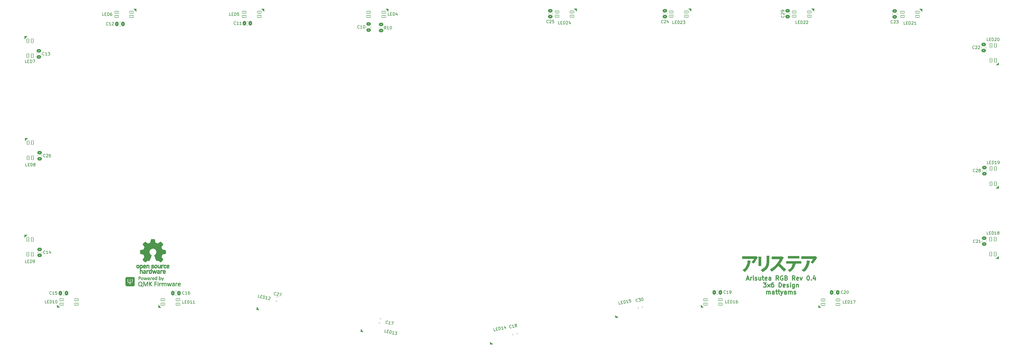
<source format=gto>
%TF.GenerationSoftware,KiCad,Pcbnew,(5.99.0-11496-g396213fa30)*%
%TF.CreationDate,2021-07-23T07:47:41-04:00*%
%TF.ProjectId,arisutea-pcb,61726973-7574-4656-912d-7063622e6b69,0.4*%
%TF.SameCoordinates,Original*%
%TF.FileFunction,Legend,Top*%
%TF.FilePolarity,Positive*%
%FSLAX46Y46*%
G04 Gerber Fmt 4.6, Leading zero omitted, Abs format (unit mm)*
G04 Created by KiCad (PCBNEW (5.99.0-11496-g396213fa30)) date 2021-07-23 07:47:41*
%MOMM*%
%LPD*%
G01*
G04 APERTURE LIST*
G04 Aperture macros list*
%AMRoundRect*
0 Rectangle with rounded corners*
0 $1 Rounding radius*
0 $2 $3 $4 $5 $6 $7 $8 $9 X,Y pos of 4 corners*
0 Add a 4 corners polygon primitive as box body*
4,1,4,$2,$3,$4,$5,$6,$7,$8,$9,$2,$3,0*
0 Add four circle primitives for the rounded corners*
1,1,$1+$1,$2,$3*
1,1,$1+$1,$4,$5*
1,1,$1+$1,$6,$7*
1,1,$1+$1,$8,$9*
0 Add four rect primitives between the rounded corners*
20,1,$1+$1,$2,$3,$4,$5,0*
20,1,$1+$1,$4,$5,$6,$7,0*
20,1,$1+$1,$6,$7,$8,$9,0*
20,1,$1+$1,$8,$9,$2,$3,0*%
G04 Aperture macros list end*
%ADD10C,0.300000*%
%ADD11C,0.150000*%
%ADD12C,0.010000*%
%ADD13C,0.120000*%
%ADD14C,0.100000*%
%ADD15C,2.400000*%
%ADD16C,3.500000*%
%ADD17C,1.750000*%
%ADD18C,4.000000*%
%ADD19C,3.000000*%
%ADD20C,3.987800*%
%ADD21C,3.048000*%
%ADD22RoundRect,0.250000X0.337500X0.475000X-0.337500X0.475000X-0.337500X-0.475000X0.337500X-0.475000X0*%
%ADD23RoundRect,0.250000X0.475000X-0.337500X0.475000X0.337500X-0.475000X0.337500X-0.475000X-0.337500X0*%
%ADD24RoundRect,0.250000X0.428883X0.394450X-0.231367X0.534790X-0.428883X-0.394450X0.231367X-0.534790X0*%
%ADD25RoundRect,0.250000X-0.534790X0.231367X-0.394450X-0.428883X0.534790X-0.231367X0.394450X0.428883X0*%
%ADD26RoundRect,0.250000X-0.428883X-0.394450X0.231367X-0.534790X0.428883X0.394450X-0.231367X0.534790X0*%
%ADD27RoundRect,0.250000X-0.337500X-0.475000X0.337500X-0.475000X0.337500X0.475000X-0.337500X0.475000X0*%
%ADD28RoundRect,0.250000X-0.475000X0.337500X-0.475000X-0.337500X0.475000X-0.337500X0.475000X0.337500X0*%
%ADD29C,0.650000*%
%ADD30O,1.000000X1.600000*%
%ADD31O,1.000000X2.100000*%
%ADD32RoundRect,0.082000X0.328000X0.718000X-0.328000X0.718000X-0.328000X-0.718000X0.328000X-0.718000X0*%
%ADD33RoundRect,0.082000X-0.718000X0.328000X-0.718000X-0.328000X0.718000X-0.328000X0.718000X0.328000X0*%
%ADD34RoundRect,0.082000X-0.770505X0.171552X-0.634115X-0.470113X0.770505X-0.171552X0.634115X0.470113X0*%
%ADD35RoundRect,0.082000X0.718000X-0.328000X0.718000X0.328000X-0.718000X0.328000X-0.718000X-0.328000X0*%
%ADD36RoundRect,0.082000X-0.328000X-0.718000X0.328000X-0.718000X0.328000X0.718000X-0.328000X0.718000X0*%
%ADD37RoundRect,0.082000X-0.634115X0.470113X-0.770505X-0.171552X0.634115X-0.470113X0.770505X0.171552X0*%
G04 APERTURE END LIST*
D10*
X276310628Y-118815200D02*
X277024914Y-118815200D01*
X276167771Y-119243771D02*
X276667771Y-117743771D01*
X277167771Y-119243771D01*
X277667771Y-119243771D02*
X277667771Y-118243771D01*
X277667771Y-118529485D02*
X277739200Y-118386628D01*
X277810628Y-118315200D01*
X277953485Y-118243771D01*
X278096342Y-118243771D01*
X278596342Y-119243771D02*
X278596342Y-118243771D01*
X278596342Y-117743771D02*
X278524914Y-117815200D01*
X278596342Y-117886628D01*
X278667771Y-117815200D01*
X278596342Y-117743771D01*
X278596342Y-117886628D01*
X279239200Y-119172342D02*
X279382057Y-119243771D01*
X279667771Y-119243771D01*
X279810628Y-119172342D01*
X279882057Y-119029485D01*
X279882057Y-118958057D01*
X279810628Y-118815200D01*
X279667771Y-118743771D01*
X279453485Y-118743771D01*
X279310628Y-118672342D01*
X279239200Y-118529485D01*
X279239200Y-118458057D01*
X279310628Y-118315200D01*
X279453485Y-118243771D01*
X279667771Y-118243771D01*
X279810628Y-118315200D01*
X281167771Y-118243771D02*
X281167771Y-119243771D01*
X280524914Y-118243771D02*
X280524914Y-119029485D01*
X280596342Y-119172342D01*
X280739200Y-119243771D01*
X280953485Y-119243771D01*
X281096342Y-119172342D01*
X281167771Y-119100914D01*
X281667771Y-118243771D02*
X282239200Y-118243771D01*
X281882057Y-117743771D02*
X281882057Y-119029485D01*
X281953485Y-119172342D01*
X282096342Y-119243771D01*
X282239200Y-119243771D01*
X283310628Y-119172342D02*
X283167771Y-119243771D01*
X282882057Y-119243771D01*
X282739200Y-119172342D01*
X282667771Y-119029485D01*
X282667771Y-118458057D01*
X282739200Y-118315200D01*
X282882057Y-118243771D01*
X283167771Y-118243771D01*
X283310628Y-118315200D01*
X283382057Y-118458057D01*
X283382057Y-118600914D01*
X282667771Y-118743771D01*
X284667771Y-119243771D02*
X284667771Y-118458057D01*
X284596342Y-118315200D01*
X284453485Y-118243771D01*
X284167771Y-118243771D01*
X284024914Y-118315200D01*
X284667771Y-119172342D02*
X284524914Y-119243771D01*
X284167771Y-119243771D01*
X284024914Y-119172342D01*
X283953485Y-119029485D01*
X283953485Y-118886628D01*
X284024914Y-118743771D01*
X284167771Y-118672342D01*
X284524914Y-118672342D01*
X284667771Y-118600914D01*
X287382057Y-119243771D02*
X286882057Y-118529485D01*
X286524914Y-119243771D02*
X286524914Y-117743771D01*
X287096342Y-117743771D01*
X287239200Y-117815200D01*
X287310628Y-117886628D01*
X287382057Y-118029485D01*
X287382057Y-118243771D01*
X287310628Y-118386628D01*
X287239200Y-118458057D01*
X287096342Y-118529485D01*
X286524914Y-118529485D01*
X288810628Y-117815200D02*
X288667771Y-117743771D01*
X288453485Y-117743771D01*
X288239200Y-117815200D01*
X288096342Y-117958057D01*
X288024914Y-118100914D01*
X287953485Y-118386628D01*
X287953485Y-118600914D01*
X288024914Y-118886628D01*
X288096342Y-119029485D01*
X288239200Y-119172342D01*
X288453485Y-119243771D01*
X288596342Y-119243771D01*
X288810628Y-119172342D01*
X288882057Y-119100914D01*
X288882057Y-118600914D01*
X288596342Y-118600914D01*
X290024914Y-118458057D02*
X290239200Y-118529485D01*
X290310628Y-118600914D01*
X290382057Y-118743771D01*
X290382057Y-118958057D01*
X290310628Y-119100914D01*
X290239200Y-119172342D01*
X290096342Y-119243771D01*
X289524914Y-119243771D01*
X289524914Y-117743771D01*
X290024914Y-117743771D01*
X290167771Y-117815200D01*
X290239200Y-117886628D01*
X290310628Y-118029485D01*
X290310628Y-118172342D01*
X290239200Y-118315200D01*
X290167771Y-118386628D01*
X290024914Y-118458057D01*
X289524914Y-118458057D01*
X293024914Y-119243771D02*
X292524914Y-118529485D01*
X292167771Y-119243771D02*
X292167771Y-117743771D01*
X292739200Y-117743771D01*
X292882057Y-117815200D01*
X292953485Y-117886628D01*
X293024914Y-118029485D01*
X293024914Y-118243771D01*
X292953485Y-118386628D01*
X292882057Y-118458057D01*
X292739200Y-118529485D01*
X292167771Y-118529485D01*
X294239200Y-119172342D02*
X294096342Y-119243771D01*
X293810628Y-119243771D01*
X293667771Y-119172342D01*
X293596342Y-119029485D01*
X293596342Y-118458057D01*
X293667771Y-118315200D01*
X293810628Y-118243771D01*
X294096342Y-118243771D01*
X294239200Y-118315200D01*
X294310628Y-118458057D01*
X294310628Y-118600914D01*
X293596342Y-118743771D01*
X294810628Y-118243771D02*
X295167771Y-119243771D01*
X295524914Y-118243771D01*
X297524914Y-117743771D02*
X297667771Y-117743771D01*
X297810628Y-117815200D01*
X297882057Y-117886628D01*
X297953485Y-118029485D01*
X298024914Y-118315200D01*
X298024914Y-118672342D01*
X297953485Y-118958057D01*
X297882057Y-119100914D01*
X297810628Y-119172342D01*
X297667771Y-119243771D01*
X297524914Y-119243771D01*
X297382057Y-119172342D01*
X297310628Y-119100914D01*
X297239200Y-118958057D01*
X297167771Y-118672342D01*
X297167771Y-118315200D01*
X297239200Y-118029485D01*
X297310628Y-117886628D01*
X297382057Y-117815200D01*
X297524914Y-117743771D01*
X298667771Y-119100914D02*
X298739200Y-119172342D01*
X298667771Y-119243771D01*
X298596342Y-119172342D01*
X298667771Y-119100914D01*
X298667771Y-119243771D01*
X300024914Y-118243771D02*
X300024914Y-119243771D01*
X299667771Y-117672342D02*
X299310628Y-118743771D01*
X300239200Y-118743771D01*
X282132057Y-120158771D02*
X283060628Y-120158771D01*
X282560628Y-120730200D01*
X282774914Y-120730200D01*
X282917771Y-120801628D01*
X282989200Y-120873057D01*
X283060628Y-121015914D01*
X283060628Y-121373057D01*
X282989200Y-121515914D01*
X282917771Y-121587342D01*
X282774914Y-121658771D01*
X282346342Y-121658771D01*
X282203485Y-121587342D01*
X282132057Y-121515914D01*
X283560628Y-121658771D02*
X284346342Y-120658771D01*
X283560628Y-120658771D02*
X284346342Y-121658771D01*
X285560628Y-120158771D02*
X285274914Y-120158771D01*
X285132057Y-120230200D01*
X285060628Y-120301628D01*
X284917771Y-120515914D01*
X284846342Y-120801628D01*
X284846342Y-121373057D01*
X284917771Y-121515914D01*
X284989200Y-121587342D01*
X285132057Y-121658771D01*
X285417771Y-121658771D01*
X285560628Y-121587342D01*
X285632057Y-121515914D01*
X285703485Y-121373057D01*
X285703485Y-121015914D01*
X285632057Y-120873057D01*
X285560628Y-120801628D01*
X285417771Y-120730200D01*
X285132057Y-120730200D01*
X284989200Y-120801628D01*
X284917771Y-120873057D01*
X284846342Y-121015914D01*
X287489200Y-121658771D02*
X287489200Y-120158771D01*
X287846342Y-120158771D01*
X288060628Y-120230200D01*
X288203485Y-120373057D01*
X288274914Y-120515914D01*
X288346342Y-120801628D01*
X288346342Y-121015914D01*
X288274914Y-121301628D01*
X288203485Y-121444485D01*
X288060628Y-121587342D01*
X287846342Y-121658771D01*
X287489200Y-121658771D01*
X289560628Y-121587342D02*
X289417771Y-121658771D01*
X289132057Y-121658771D01*
X288989200Y-121587342D01*
X288917771Y-121444485D01*
X288917771Y-120873057D01*
X288989200Y-120730200D01*
X289132057Y-120658771D01*
X289417771Y-120658771D01*
X289560628Y-120730200D01*
X289632057Y-120873057D01*
X289632057Y-121015914D01*
X288917771Y-121158771D01*
X290203485Y-121587342D02*
X290346342Y-121658771D01*
X290632057Y-121658771D01*
X290774914Y-121587342D01*
X290846342Y-121444485D01*
X290846342Y-121373057D01*
X290774914Y-121230200D01*
X290632057Y-121158771D01*
X290417771Y-121158771D01*
X290274914Y-121087342D01*
X290203485Y-120944485D01*
X290203485Y-120873057D01*
X290274914Y-120730200D01*
X290417771Y-120658771D01*
X290632057Y-120658771D01*
X290774914Y-120730200D01*
X291489200Y-121658771D02*
X291489200Y-120658771D01*
X291489200Y-120158771D02*
X291417771Y-120230200D01*
X291489200Y-120301628D01*
X291560628Y-120230200D01*
X291489200Y-120158771D01*
X291489200Y-120301628D01*
X292846342Y-120658771D02*
X292846342Y-121873057D01*
X292774914Y-122015914D01*
X292703485Y-122087342D01*
X292560628Y-122158771D01*
X292346342Y-122158771D01*
X292203485Y-122087342D01*
X292846342Y-121587342D02*
X292703485Y-121658771D01*
X292417771Y-121658771D01*
X292274914Y-121587342D01*
X292203485Y-121515914D01*
X292132057Y-121373057D01*
X292132057Y-120944485D01*
X292203485Y-120801628D01*
X292274914Y-120730200D01*
X292417771Y-120658771D01*
X292703485Y-120658771D01*
X292846342Y-120730200D01*
X293560628Y-120658771D02*
X293560628Y-121658771D01*
X293560628Y-120801628D02*
X293632057Y-120730200D01*
X293774914Y-120658771D01*
X293989200Y-120658771D01*
X294132057Y-120730200D01*
X294203485Y-120873057D01*
X294203485Y-121658771D01*
X283203485Y-124073771D02*
X283203485Y-123073771D01*
X283203485Y-123216628D02*
X283274914Y-123145200D01*
X283417771Y-123073771D01*
X283632057Y-123073771D01*
X283774914Y-123145200D01*
X283846342Y-123288057D01*
X283846342Y-124073771D01*
X283846342Y-123288057D02*
X283917771Y-123145200D01*
X284060628Y-123073771D01*
X284274914Y-123073771D01*
X284417771Y-123145200D01*
X284489200Y-123288057D01*
X284489200Y-124073771D01*
X285846342Y-124073771D02*
X285846342Y-123288057D01*
X285774914Y-123145200D01*
X285632057Y-123073771D01*
X285346342Y-123073771D01*
X285203485Y-123145200D01*
X285846342Y-124002342D02*
X285703485Y-124073771D01*
X285346342Y-124073771D01*
X285203485Y-124002342D01*
X285132057Y-123859485D01*
X285132057Y-123716628D01*
X285203485Y-123573771D01*
X285346342Y-123502342D01*
X285703485Y-123502342D01*
X285846342Y-123430914D01*
X286346342Y-123073771D02*
X286917771Y-123073771D01*
X286560628Y-122573771D02*
X286560628Y-123859485D01*
X286632057Y-124002342D01*
X286774914Y-124073771D01*
X286917771Y-124073771D01*
X287203485Y-123073771D02*
X287774914Y-123073771D01*
X287417771Y-122573771D02*
X287417771Y-123859485D01*
X287489200Y-124002342D01*
X287632057Y-124073771D01*
X287774914Y-124073771D01*
X288132057Y-123073771D02*
X288489200Y-124073771D01*
X288846342Y-123073771D02*
X288489200Y-124073771D01*
X288346342Y-124430914D01*
X288274914Y-124502342D01*
X288132057Y-124573771D01*
X290060628Y-124073771D02*
X290060628Y-123288057D01*
X289989200Y-123145200D01*
X289846342Y-123073771D01*
X289560628Y-123073771D01*
X289417771Y-123145200D01*
X290060628Y-124002342D02*
X289917771Y-124073771D01*
X289560628Y-124073771D01*
X289417771Y-124002342D01*
X289346342Y-123859485D01*
X289346342Y-123716628D01*
X289417771Y-123573771D01*
X289560628Y-123502342D01*
X289917771Y-123502342D01*
X290060628Y-123430914D01*
X290774914Y-124073771D02*
X290774914Y-123073771D01*
X290774914Y-123216628D02*
X290846342Y-123145200D01*
X290989200Y-123073771D01*
X291203485Y-123073771D01*
X291346342Y-123145200D01*
X291417771Y-123288057D01*
X291417771Y-124073771D01*
X291417771Y-123288057D02*
X291489200Y-123145200D01*
X291632057Y-123073771D01*
X291846342Y-123073771D01*
X291989200Y-123145200D01*
X292060628Y-123288057D01*
X292060628Y-124073771D01*
X292703485Y-124002342D02*
X292846342Y-124073771D01*
X293132057Y-124073771D01*
X293274914Y-124002342D01*
X293346342Y-123859485D01*
X293346342Y-123788057D01*
X293274914Y-123645200D01*
X293132057Y-123573771D01*
X292917771Y-123573771D01*
X292774914Y-123502342D01*
X292703485Y-123359485D01*
X292703485Y-123288057D01*
X292774914Y-123145200D01*
X292917771Y-123073771D01*
X293132057Y-123073771D01*
X293274914Y-123145200D01*
D11*
X269011742Y-123778942D02*
X268964123Y-123826561D01*
X268821266Y-123874180D01*
X268726028Y-123874180D01*
X268583171Y-123826561D01*
X268487933Y-123731323D01*
X268440314Y-123636085D01*
X268392695Y-123445609D01*
X268392695Y-123302752D01*
X268440314Y-123112276D01*
X268487933Y-123017038D01*
X268583171Y-122921800D01*
X268726028Y-122874180D01*
X268821266Y-122874180D01*
X268964123Y-122921800D01*
X269011742Y-122969419D01*
X269964123Y-123874180D02*
X269392695Y-123874180D01*
X269678409Y-123874180D02*
X269678409Y-122874180D01*
X269583171Y-123017038D01*
X269487933Y-123112276D01*
X269392695Y-123159895D01*
X270440314Y-123874180D02*
X270630790Y-123874180D01*
X270726028Y-123826561D01*
X270773647Y-123778942D01*
X270868885Y-123636085D01*
X270916504Y-123445609D01*
X270916504Y-123064657D01*
X270868885Y-122969419D01*
X270821266Y-122921800D01*
X270726028Y-122874180D01*
X270535552Y-122874180D01*
X270440314Y-122921800D01*
X270392695Y-122969419D01*
X270345076Y-123064657D01*
X270345076Y-123302752D01*
X270392695Y-123397990D01*
X270440314Y-123445609D01*
X270535552Y-123493228D01*
X270726028Y-123493228D01*
X270821266Y-123445609D01*
X270868885Y-123397990D01*
X270916504Y-123302752D01*
X81538542Y-124047842D02*
X81490923Y-124095461D01*
X81348066Y-124143080D01*
X81252828Y-124143080D01*
X81109971Y-124095461D01*
X81014733Y-124000223D01*
X80967114Y-123904985D01*
X80919495Y-123714509D01*
X80919495Y-123571652D01*
X80967114Y-123381176D01*
X81014733Y-123285938D01*
X81109971Y-123190700D01*
X81252828Y-123143080D01*
X81348066Y-123143080D01*
X81490923Y-123190700D01*
X81538542Y-123238319D01*
X82490923Y-124143080D02*
X81919495Y-124143080D01*
X82205209Y-124143080D02*
X82205209Y-123143080D01*
X82109971Y-123285938D01*
X82014733Y-123381176D01*
X81919495Y-123428795D01*
X83348066Y-123143080D02*
X83157590Y-123143080D01*
X83062352Y-123190700D01*
X83014733Y-123238319D01*
X82919495Y-123381176D01*
X82871876Y-123571652D01*
X82871876Y-123952604D01*
X82919495Y-124047842D01*
X82967114Y-124095461D01*
X83062352Y-124143080D01*
X83252828Y-124143080D01*
X83348066Y-124095461D01*
X83395685Y-124047842D01*
X83443304Y-123952604D01*
X83443304Y-123714509D01*
X83395685Y-123619271D01*
X83348066Y-123571652D01*
X83252828Y-123524033D01*
X83062352Y-123524033D01*
X82967114Y-123571652D01*
X82919495Y-123619271D01*
X82871876Y-123714509D01*
X33037542Y-41171042D02*
X32989923Y-41218661D01*
X32847066Y-41266280D01*
X32751828Y-41266280D01*
X32608971Y-41218661D01*
X32513733Y-41123423D01*
X32466114Y-41028185D01*
X32418495Y-40837709D01*
X32418495Y-40694852D01*
X32466114Y-40504376D01*
X32513733Y-40409138D01*
X32608971Y-40313900D01*
X32751828Y-40266280D01*
X32847066Y-40266280D01*
X32989923Y-40313900D01*
X33037542Y-40361519D01*
X33989923Y-41266280D02*
X33418495Y-41266280D01*
X33704209Y-41266280D02*
X33704209Y-40266280D01*
X33608971Y-40409138D01*
X33513733Y-40504376D01*
X33418495Y-40551995D01*
X34323257Y-40266280D02*
X34942304Y-40266280D01*
X34608971Y-40647233D01*
X34751828Y-40647233D01*
X34847066Y-40694852D01*
X34894685Y-40742471D01*
X34942304Y-40837709D01*
X34942304Y-41075804D01*
X34894685Y-41171042D01*
X34847066Y-41218661D01*
X34751828Y-41266280D01*
X34466114Y-41266280D01*
X34370876Y-41218661D01*
X34323257Y-41171042D01*
X151900136Y-134251480D02*
X151843657Y-134288158D01*
X151694021Y-134305035D01*
X151600864Y-134285234D01*
X151471029Y-134208954D01*
X151397674Y-134095996D01*
X151370896Y-133992938D01*
X151363920Y-133796724D01*
X151393622Y-133656989D01*
X151479802Y-133480575D01*
X151546182Y-133397319D01*
X151659140Y-133323963D01*
X151808776Y-133307086D01*
X151901933Y-133326888D01*
X152031768Y-133403168D01*
X152068446Y-133459647D01*
X152811904Y-134542648D02*
X152252963Y-134423842D01*
X152532433Y-134483245D02*
X152740345Y-133505098D01*
X152617487Y-133625032D01*
X152504529Y-133698388D01*
X152401471Y-133725165D01*
X153345865Y-133633805D02*
X153997963Y-133772413D01*
X153370846Y-134661455D01*
X238645445Y-126582995D02*
X238608767Y-126639474D01*
X238478932Y-126715755D01*
X238385775Y-126735556D01*
X238236139Y-126718679D01*
X238123181Y-126645323D01*
X238056801Y-126562067D01*
X237970621Y-126385653D01*
X237940919Y-126245918D01*
X237947895Y-126049704D01*
X237974673Y-125946646D01*
X238048028Y-125833688D01*
X238177863Y-125757408D01*
X238271020Y-125737607D01*
X238420656Y-125754484D01*
X238477135Y-125791162D01*
X238783383Y-125628701D02*
X239388903Y-125499994D01*
X239142058Y-125941925D01*
X239281794Y-125912224D01*
X239384851Y-125939001D01*
X239441330Y-125975679D01*
X239507710Y-126058935D01*
X239557213Y-126291827D01*
X239530435Y-126394885D01*
X239493757Y-126451364D01*
X239410501Y-126517743D01*
X239131030Y-126577147D01*
X239027973Y-126550369D01*
X238971494Y-126513692D01*
X239994423Y-125371286D02*
X240087580Y-125351485D01*
X240190637Y-125378263D01*
X240247116Y-125414941D01*
X240313496Y-125498197D01*
X240399677Y-125674610D01*
X240449179Y-125907502D01*
X240442203Y-126103717D01*
X240415426Y-126206774D01*
X240378748Y-126263253D01*
X240295492Y-126329633D01*
X240202335Y-126349434D01*
X240099277Y-126322657D01*
X240042798Y-126285979D01*
X239976419Y-126202722D01*
X239890238Y-126026309D01*
X239840735Y-125793417D01*
X239847711Y-125597202D01*
X239874489Y-125494145D01*
X239911167Y-125437666D01*
X239994423Y-125371286D01*
X355414342Y-106148142D02*
X355366723Y-106195761D01*
X355223866Y-106243380D01*
X355128628Y-106243380D01*
X354985771Y-106195761D01*
X354890533Y-106100523D01*
X354842914Y-106005285D01*
X354795295Y-105814809D01*
X354795295Y-105671952D01*
X354842914Y-105481476D01*
X354890533Y-105386238D01*
X354985771Y-105291000D01*
X355128628Y-105243380D01*
X355223866Y-105243380D01*
X355366723Y-105291000D01*
X355414342Y-105338619D01*
X355795295Y-105338619D02*
X355842914Y-105291000D01*
X355938152Y-105243380D01*
X356176247Y-105243380D01*
X356271485Y-105291000D01*
X356319104Y-105338619D01*
X356366723Y-105433857D01*
X356366723Y-105529095D01*
X356319104Y-105671952D01*
X355747676Y-106243380D01*
X356366723Y-106243380D01*
X357319104Y-106243380D02*
X356747676Y-106243380D01*
X357033390Y-106243380D02*
X357033390Y-105243380D01*
X356938152Y-105386238D01*
X356842914Y-105481476D01*
X356747676Y-105529095D01*
X113146228Y-124372392D02*
X113089749Y-124409070D01*
X112940113Y-124425947D01*
X112846956Y-124406146D01*
X112717121Y-124329866D01*
X112643766Y-124216908D01*
X112616988Y-124113850D01*
X112610012Y-123917636D01*
X112639714Y-123777901D01*
X112725894Y-123601487D01*
X112792274Y-123518231D01*
X112905232Y-123444875D01*
X113054868Y-123427998D01*
X113148025Y-123447800D01*
X113277860Y-123524080D01*
X113314538Y-123580559D01*
X113687165Y-123659763D02*
X113743644Y-123623085D01*
X113846702Y-123596308D01*
X114079594Y-123645811D01*
X114162850Y-123712190D01*
X114199528Y-123768669D01*
X114226306Y-123871727D01*
X114206505Y-123964884D01*
X114130224Y-124094718D01*
X113452476Y-124534853D01*
X114057996Y-124663560D01*
X114591957Y-123754717D02*
X115244055Y-123893325D01*
X114616938Y-124782367D01*
X55135542Y-30786342D02*
X55087923Y-30833961D01*
X54945066Y-30881580D01*
X54849828Y-30881580D01*
X54706971Y-30833961D01*
X54611733Y-30738723D01*
X54564114Y-30643485D01*
X54516495Y-30453009D01*
X54516495Y-30310152D01*
X54564114Y-30119676D01*
X54611733Y-30024438D01*
X54706971Y-29929200D01*
X54849828Y-29881580D01*
X54945066Y-29881580D01*
X55087923Y-29929200D01*
X55135542Y-29976819D01*
X56087923Y-30881580D02*
X55516495Y-30881580D01*
X55802209Y-30881580D02*
X55802209Y-29881580D01*
X55706971Y-30024438D01*
X55611733Y-30119676D01*
X55516495Y-30167295D01*
X56468876Y-29976819D02*
X56516495Y-29929200D01*
X56611733Y-29881580D01*
X56849828Y-29881580D01*
X56945066Y-29929200D01*
X56992685Y-29976819D01*
X57040304Y-30072057D01*
X57040304Y-30167295D01*
X56992685Y-30310152D01*
X56421257Y-30881580D01*
X57040304Y-30881580D01*
X33373342Y-109957142D02*
X33325723Y-110004761D01*
X33182866Y-110052380D01*
X33087628Y-110052380D01*
X32944771Y-110004761D01*
X32849533Y-109909523D01*
X32801914Y-109814285D01*
X32754295Y-109623809D01*
X32754295Y-109480952D01*
X32801914Y-109290476D01*
X32849533Y-109195238D01*
X32944771Y-109100000D01*
X33087628Y-109052380D01*
X33182866Y-109052380D01*
X33325723Y-109100000D01*
X33373342Y-109147619D01*
X34325723Y-110052380D02*
X33754295Y-110052380D01*
X34040009Y-110052380D02*
X34040009Y-109052380D01*
X33944771Y-109195238D01*
X33849533Y-109290476D01*
X33754295Y-109338095D01*
X35182866Y-109385714D02*
X35182866Y-110052380D01*
X34944771Y-109004761D02*
X34706676Y-109719047D01*
X35325723Y-109719047D01*
X142155942Y-31827742D02*
X142108323Y-31875361D01*
X141965466Y-31922980D01*
X141870228Y-31922980D01*
X141727371Y-31875361D01*
X141632133Y-31780123D01*
X141584514Y-31684885D01*
X141536895Y-31494409D01*
X141536895Y-31351552D01*
X141584514Y-31161076D01*
X141632133Y-31065838D01*
X141727371Y-30970600D01*
X141870228Y-30922980D01*
X141965466Y-30922980D01*
X142108323Y-30970600D01*
X142155942Y-31018219D01*
X143108323Y-31922980D02*
X142536895Y-31922980D01*
X142822609Y-31922980D02*
X142822609Y-30922980D01*
X142727371Y-31065838D01*
X142632133Y-31161076D01*
X142536895Y-31208695D01*
X143727371Y-30922980D02*
X143822609Y-30922980D01*
X143917847Y-30970600D01*
X143965466Y-31018219D01*
X144013085Y-31113457D01*
X144060704Y-31303933D01*
X144060704Y-31542028D01*
X144013085Y-31732504D01*
X143965466Y-31827742D01*
X143917847Y-31875361D01*
X143822609Y-31922980D01*
X143727371Y-31922980D01*
X143632133Y-31875361D01*
X143584514Y-31827742D01*
X143536895Y-31732504D01*
X143489276Y-31542028D01*
X143489276Y-31303933D01*
X143536895Y-31113457D01*
X143584514Y-31018219D01*
X143632133Y-30970600D01*
X143727371Y-30922980D01*
X151401542Y-32227780D02*
X151068209Y-31751590D01*
X150830114Y-32227780D02*
X150830114Y-31227780D01*
X151211066Y-31227780D01*
X151306304Y-31275400D01*
X151353923Y-31323019D01*
X151401542Y-31418257D01*
X151401542Y-31561114D01*
X151353923Y-31656352D01*
X151306304Y-31703971D01*
X151211066Y-31751590D01*
X150830114Y-31751590D01*
X152353923Y-32227780D02*
X151782495Y-32227780D01*
X152068209Y-32227780D02*
X152068209Y-31227780D01*
X151972971Y-31370638D01*
X151877733Y-31465876D01*
X151782495Y-31513495D01*
X152972971Y-31227780D02*
X153068209Y-31227780D01*
X153163447Y-31275400D01*
X153211066Y-31323019D01*
X153258685Y-31418257D01*
X153306304Y-31608733D01*
X153306304Y-31846828D01*
X153258685Y-32037304D01*
X153211066Y-32132542D01*
X153163447Y-32180161D01*
X153068209Y-32227780D01*
X152972971Y-32227780D01*
X152877733Y-32180161D01*
X152830114Y-32132542D01*
X152782495Y-32037304D01*
X152734876Y-31846828D01*
X152734876Y-31608733D01*
X152782495Y-31418257D01*
X152830114Y-31323019D01*
X152877733Y-31275400D01*
X152972971Y-31227780D01*
X326890142Y-30125942D02*
X326842523Y-30173561D01*
X326699666Y-30221180D01*
X326604428Y-30221180D01*
X326461571Y-30173561D01*
X326366333Y-30078323D01*
X326318714Y-29983085D01*
X326271095Y-29792609D01*
X326271095Y-29649752D01*
X326318714Y-29459276D01*
X326366333Y-29364038D01*
X326461571Y-29268800D01*
X326604428Y-29221180D01*
X326699666Y-29221180D01*
X326842523Y-29268800D01*
X326890142Y-29316419D01*
X327271095Y-29316419D02*
X327318714Y-29268800D01*
X327413952Y-29221180D01*
X327652047Y-29221180D01*
X327747285Y-29268800D01*
X327794904Y-29316419D01*
X327842523Y-29411657D01*
X327842523Y-29506895D01*
X327794904Y-29649752D01*
X327223476Y-30221180D01*
X327842523Y-30221180D01*
X328175857Y-29221180D02*
X328794904Y-29221180D01*
X328461571Y-29602133D01*
X328604428Y-29602133D01*
X328699666Y-29649752D01*
X328747285Y-29697371D01*
X328794904Y-29792609D01*
X328794904Y-30030704D01*
X328747285Y-30125942D01*
X328699666Y-30173561D01*
X328604428Y-30221180D01*
X328318714Y-30221180D01*
X328223476Y-30173561D01*
X328175857Y-30125942D01*
X194845445Y-135682995D02*
X194808767Y-135739474D01*
X194678932Y-135815755D01*
X194585775Y-135835556D01*
X194436139Y-135818679D01*
X194323181Y-135745323D01*
X194256801Y-135662067D01*
X194170621Y-135485653D01*
X194140919Y-135345918D01*
X194147895Y-135149704D01*
X194174673Y-135046646D01*
X194248028Y-134933688D01*
X194377863Y-134857408D01*
X194471020Y-134837607D01*
X194620656Y-134854484D01*
X194677135Y-134891162D01*
X195796815Y-135578141D02*
X195237873Y-135696948D01*
X195517344Y-135637545D02*
X195309432Y-134659397D01*
X195245977Y-134818933D01*
X195172621Y-134931891D01*
X195089365Y-134998271D01*
X196236950Y-134900393D02*
X196133892Y-134873616D01*
X196077413Y-134836938D01*
X196011034Y-134753681D01*
X196001133Y-134707103D01*
X196027910Y-134604046D01*
X196064588Y-134547567D01*
X196147845Y-134481187D01*
X196334158Y-134441585D01*
X196437216Y-134468362D01*
X196493695Y-134505040D01*
X196560074Y-134588296D01*
X196569975Y-134634875D01*
X196543198Y-134737932D01*
X196506520Y-134794411D01*
X196423263Y-134860791D01*
X196236950Y-134900393D01*
X196153693Y-134966773D01*
X196117015Y-135023252D01*
X196090238Y-135126309D01*
X196129840Y-135312623D01*
X196196220Y-135395879D01*
X196252699Y-135432557D01*
X196355756Y-135459335D01*
X196542070Y-135419732D01*
X196625326Y-135353353D01*
X196662004Y-135296874D01*
X196688782Y-135193816D01*
X196649179Y-135007502D01*
X196582800Y-134924246D01*
X196526321Y-134887568D01*
X196423263Y-134860791D01*
X355357142Y-81637547D02*
X355309523Y-81685166D01*
X355166666Y-81732785D01*
X355071428Y-81732785D01*
X354928571Y-81685166D01*
X354833333Y-81589928D01*
X354785714Y-81494690D01*
X354738095Y-81304214D01*
X354738095Y-81161357D01*
X354785714Y-80970881D01*
X354833333Y-80875643D01*
X354928571Y-80780405D01*
X355071428Y-80732785D01*
X355166666Y-80732785D01*
X355309523Y-80780405D01*
X355357142Y-80828024D01*
X355738095Y-80828024D02*
X355785714Y-80780405D01*
X355880952Y-80732785D01*
X356119047Y-80732785D01*
X356214285Y-80780405D01*
X356261904Y-80828024D01*
X356309523Y-80923262D01*
X356309523Y-81018500D01*
X356261904Y-81161357D01*
X355690476Y-81732785D01*
X356309523Y-81732785D01*
X356880952Y-81161357D02*
X356785714Y-81113738D01*
X356738095Y-81066119D01*
X356690476Y-80970881D01*
X356690476Y-80923262D01*
X356738095Y-80828024D01*
X356785714Y-80780405D01*
X356880952Y-80732785D01*
X357071428Y-80732785D01*
X357166666Y-80780405D01*
X357214285Y-80828024D01*
X357261904Y-80923262D01*
X357261904Y-80970881D01*
X357214285Y-81066119D01*
X357166666Y-81113738D01*
X357071428Y-81161357D01*
X356880952Y-81161357D01*
X356785714Y-81208976D01*
X356738095Y-81256595D01*
X356690476Y-81351833D01*
X356690476Y-81542309D01*
X356738095Y-81637547D01*
X356785714Y-81685166D01*
X356880952Y-81732785D01*
X357071428Y-81732785D01*
X357166666Y-81685166D01*
X357214285Y-81637547D01*
X357261904Y-81542309D01*
X357261904Y-81351833D01*
X357214285Y-81256595D01*
X357166666Y-81208976D01*
X357071428Y-81161357D01*
X35501342Y-124082542D02*
X35453723Y-124130161D01*
X35310866Y-124177780D01*
X35215628Y-124177780D01*
X35072771Y-124130161D01*
X34977533Y-124034923D01*
X34929914Y-123939685D01*
X34882295Y-123749209D01*
X34882295Y-123606352D01*
X34929914Y-123415876D01*
X34977533Y-123320638D01*
X35072771Y-123225400D01*
X35215628Y-123177780D01*
X35310866Y-123177780D01*
X35453723Y-123225400D01*
X35501342Y-123273019D01*
X36453723Y-124177780D02*
X35882295Y-124177780D01*
X36168009Y-124177780D02*
X36168009Y-123177780D01*
X36072771Y-123320638D01*
X35977533Y-123415876D01*
X35882295Y-123463495D01*
X37358485Y-123177780D02*
X36882295Y-123177780D01*
X36834676Y-123653971D01*
X36882295Y-123606352D01*
X36977533Y-123558733D01*
X37215628Y-123558733D01*
X37310866Y-123606352D01*
X37358485Y-123653971D01*
X37406104Y-123749209D01*
X37406104Y-123987304D01*
X37358485Y-124082542D01*
X37310866Y-124130161D01*
X37215628Y-124177780D01*
X36977533Y-124177780D01*
X36882295Y-124130161D01*
X36834676Y-124082542D01*
X99356942Y-30557142D02*
X99309323Y-30604761D01*
X99166466Y-30652380D01*
X99071228Y-30652380D01*
X98928371Y-30604761D01*
X98833133Y-30509523D01*
X98785514Y-30414285D01*
X98737895Y-30223809D01*
X98737895Y-30080952D01*
X98785514Y-29890476D01*
X98833133Y-29795238D01*
X98928371Y-29700000D01*
X99071228Y-29652380D01*
X99166466Y-29652380D01*
X99309323Y-29700000D01*
X99356942Y-29747619D01*
X100309323Y-30652380D02*
X99737895Y-30652380D01*
X100023609Y-30652380D02*
X100023609Y-29652380D01*
X99928371Y-29795238D01*
X99833133Y-29890476D01*
X99737895Y-29938095D01*
X101261704Y-30652380D02*
X100690276Y-30652380D01*
X100975990Y-30652380D02*
X100975990Y-29652380D01*
X100880752Y-29795238D01*
X100785514Y-29890476D01*
X100690276Y-29938095D01*
X355160342Y-38939742D02*
X355112723Y-38987361D01*
X354969866Y-39034980D01*
X354874628Y-39034980D01*
X354731771Y-38987361D01*
X354636533Y-38892123D01*
X354588914Y-38796885D01*
X354541295Y-38606409D01*
X354541295Y-38463552D01*
X354588914Y-38273076D01*
X354636533Y-38177838D01*
X354731771Y-38082600D01*
X354874628Y-38034980D01*
X354969866Y-38034980D01*
X355112723Y-38082600D01*
X355160342Y-38130219D01*
X355541295Y-38130219D02*
X355588914Y-38082600D01*
X355684152Y-38034980D01*
X355922247Y-38034980D01*
X356017485Y-38082600D01*
X356065104Y-38130219D01*
X356112723Y-38225457D01*
X356112723Y-38320695D01*
X356065104Y-38463552D01*
X355493676Y-39034980D01*
X356112723Y-39034980D01*
X356493676Y-38130219D02*
X356541295Y-38082600D01*
X356636533Y-38034980D01*
X356874628Y-38034980D01*
X356969866Y-38082600D01*
X357017485Y-38130219D01*
X357065104Y-38225457D01*
X357065104Y-38320695D01*
X357017485Y-38463552D01*
X356446057Y-39034980D01*
X357065104Y-39034980D01*
X289177142Y-27542857D02*
X289224761Y-27590476D01*
X289272380Y-27733333D01*
X289272380Y-27828571D01*
X289224761Y-27971428D01*
X289129523Y-28066666D01*
X289034285Y-28114285D01*
X288843809Y-28161904D01*
X288700952Y-28161904D01*
X288510476Y-28114285D01*
X288415238Y-28066666D01*
X288320000Y-27971428D01*
X288272380Y-27828571D01*
X288272380Y-27733333D01*
X288320000Y-27590476D01*
X288367619Y-27542857D01*
X288367619Y-27161904D02*
X288320000Y-27114285D01*
X288272380Y-27019047D01*
X288272380Y-26780952D01*
X288320000Y-26685714D01*
X288367619Y-26638095D01*
X288462857Y-26590476D01*
X288558095Y-26590476D01*
X288700952Y-26638095D01*
X289272380Y-27209523D01*
X289272380Y-26590476D01*
X289272380Y-26114285D02*
X289272380Y-25923809D01*
X289224761Y-25828571D01*
X289177142Y-25780952D01*
X289034285Y-25685714D01*
X288843809Y-25638095D01*
X288462857Y-25638095D01*
X288367619Y-25685714D01*
X288320000Y-25733333D01*
X288272380Y-25828571D01*
X288272380Y-26019047D01*
X288320000Y-26114285D01*
X288367619Y-26161904D01*
X288462857Y-26209523D01*
X288700952Y-26209523D01*
X288796190Y-26161904D01*
X288843809Y-26114285D01*
X288891428Y-26019047D01*
X288891428Y-25828571D01*
X288843809Y-25733333D01*
X288796190Y-25685714D01*
X288700952Y-25638095D01*
X247357142Y-30024142D02*
X247309523Y-30071761D01*
X247166666Y-30119380D01*
X247071428Y-30119380D01*
X246928571Y-30071761D01*
X246833333Y-29976523D01*
X246785714Y-29881285D01*
X246738095Y-29690809D01*
X246738095Y-29547952D01*
X246785714Y-29357476D01*
X246833333Y-29262238D01*
X246928571Y-29167000D01*
X247071428Y-29119380D01*
X247166666Y-29119380D01*
X247309523Y-29167000D01*
X247357142Y-29214619D01*
X247738095Y-29214619D02*
X247785714Y-29167000D01*
X247880952Y-29119380D01*
X248119047Y-29119380D01*
X248214285Y-29167000D01*
X248261904Y-29214619D01*
X248309523Y-29309857D01*
X248309523Y-29405095D01*
X248261904Y-29547952D01*
X247690476Y-30119380D01*
X248309523Y-30119380D01*
X249166666Y-29452714D02*
X249166666Y-30119380D01*
X248928571Y-29071761D02*
X248690476Y-29786047D01*
X249309523Y-29786047D01*
X207657142Y-30025742D02*
X207609523Y-30073361D01*
X207466666Y-30120980D01*
X207371428Y-30120980D01*
X207228571Y-30073361D01*
X207133333Y-29978123D01*
X207085714Y-29882885D01*
X207038095Y-29692409D01*
X207038095Y-29549552D01*
X207085714Y-29359076D01*
X207133333Y-29263838D01*
X207228571Y-29168600D01*
X207371428Y-29120980D01*
X207466666Y-29120980D01*
X207609523Y-29168600D01*
X207657142Y-29216219D01*
X208038095Y-29216219D02*
X208085714Y-29168600D01*
X208180952Y-29120980D01*
X208419047Y-29120980D01*
X208514285Y-29168600D01*
X208561904Y-29216219D01*
X208609523Y-29311457D01*
X208609523Y-29406695D01*
X208561904Y-29549552D01*
X207990476Y-30120980D01*
X208609523Y-30120980D01*
X209514285Y-29120980D02*
X209038095Y-29120980D01*
X208990476Y-29597171D01*
X209038095Y-29549552D01*
X209133333Y-29501933D01*
X209371428Y-29501933D01*
X209466666Y-29549552D01*
X209514285Y-29597171D01*
X209561904Y-29692409D01*
X209561904Y-29930504D01*
X209514285Y-30025742D01*
X209466666Y-30073361D01*
X209371428Y-30120980D01*
X209133333Y-30120980D01*
X209038095Y-30073361D01*
X208990476Y-30025742D01*
X309618140Y-123817242D02*
X309570521Y-123864861D01*
X309427664Y-123912480D01*
X309332426Y-123912480D01*
X309189569Y-123864861D01*
X309094331Y-123769623D01*
X309046712Y-123674385D01*
X308999093Y-123483909D01*
X308999093Y-123341052D01*
X309046712Y-123150576D01*
X309094331Y-123055338D01*
X309189569Y-122960100D01*
X309332426Y-122912480D01*
X309427664Y-122912480D01*
X309570521Y-122960100D01*
X309618140Y-123007719D01*
X309999093Y-123007719D02*
X310046712Y-122960100D01*
X310141950Y-122912480D01*
X310380045Y-122912480D01*
X310475283Y-122960100D01*
X310522902Y-123007719D01*
X310570521Y-123102957D01*
X310570521Y-123198195D01*
X310522902Y-123341052D01*
X309951474Y-123912480D01*
X310570521Y-123912480D01*
X311189569Y-122912480D02*
X311284807Y-122912480D01*
X311380045Y-122960100D01*
X311427664Y-123007719D01*
X311475283Y-123102957D01*
X311522902Y-123293433D01*
X311522902Y-123531528D01*
X311475283Y-123722004D01*
X311427664Y-123817242D01*
X311380045Y-123864861D01*
X311284807Y-123912480D01*
X311189569Y-123912480D01*
X311094331Y-123864861D01*
X311046712Y-123817242D01*
X310999093Y-123722004D01*
X310951474Y-123531528D01*
X310951474Y-123293433D01*
X310999093Y-123102957D01*
X311046712Y-123007719D01*
X311094331Y-122960100D01*
X311189569Y-122912480D01*
X33357142Y-76457142D02*
X33309523Y-76504761D01*
X33166666Y-76552380D01*
X33071428Y-76552380D01*
X32928571Y-76504761D01*
X32833333Y-76409523D01*
X32785714Y-76314285D01*
X32738095Y-76123809D01*
X32738095Y-75980952D01*
X32785714Y-75790476D01*
X32833333Y-75695238D01*
X32928571Y-75600000D01*
X33071428Y-75552380D01*
X33166666Y-75552380D01*
X33309523Y-75600000D01*
X33357142Y-75647619D01*
X33738095Y-75647619D02*
X33785714Y-75600000D01*
X33880952Y-75552380D01*
X34119047Y-75552380D01*
X34214285Y-75600000D01*
X34261904Y-75647619D01*
X34309523Y-75742857D01*
X34309523Y-75838095D01*
X34261904Y-75980952D01*
X33690476Y-76552380D01*
X34309523Y-76552380D01*
X35166666Y-75552380D02*
X34976190Y-75552380D01*
X34880952Y-75600000D01*
X34833333Y-75647619D01*
X34738095Y-75790476D01*
X34690476Y-75980952D01*
X34690476Y-76361904D01*
X34738095Y-76457142D01*
X34785714Y-76504761D01*
X34880952Y-76552380D01*
X35071428Y-76552380D01*
X35166666Y-76504761D01*
X35214285Y-76457142D01*
X35261904Y-76361904D01*
X35261904Y-76123809D01*
X35214285Y-76028571D01*
X35166666Y-75980952D01*
X35071428Y-75933333D01*
X34880952Y-75933333D01*
X34785714Y-75980952D01*
X34738095Y-76028571D01*
X34690476Y-76123809D01*
X26947952Y-43911780D02*
X26471761Y-43911780D01*
X26471761Y-42911780D01*
X27281285Y-43387971D02*
X27614619Y-43387971D01*
X27757476Y-43911780D02*
X27281285Y-43911780D01*
X27281285Y-42911780D01*
X27757476Y-42911780D01*
X28186047Y-43911780D02*
X28186047Y-42911780D01*
X28424142Y-42911780D01*
X28567000Y-42959400D01*
X28662238Y-43054638D01*
X28709857Y-43149876D01*
X28757476Y-43340352D01*
X28757476Y-43483209D01*
X28709857Y-43673685D01*
X28662238Y-43768923D01*
X28567000Y-43864161D01*
X28424142Y-43911780D01*
X28186047Y-43911780D01*
X29090809Y-42911780D02*
X29757476Y-42911780D01*
X29328904Y-43911780D01*
X33786961Y-127223780D02*
X33310771Y-127223780D01*
X33310771Y-126223780D01*
X34120295Y-126699971D02*
X34453628Y-126699971D01*
X34596485Y-127223780D02*
X34120295Y-127223780D01*
X34120295Y-126223780D01*
X34596485Y-126223780D01*
X35025057Y-127223780D02*
X35025057Y-126223780D01*
X35263152Y-126223780D01*
X35406009Y-126271400D01*
X35501247Y-126366638D01*
X35548866Y-126461876D01*
X35596485Y-126652352D01*
X35596485Y-126795209D01*
X35548866Y-126985685D01*
X35501247Y-127080923D01*
X35406009Y-127176161D01*
X35263152Y-127223780D01*
X35025057Y-127223780D01*
X36548866Y-127223780D02*
X35977438Y-127223780D01*
X36263152Y-127223780D02*
X36263152Y-126223780D01*
X36167914Y-126366638D01*
X36072676Y-126461876D01*
X35977438Y-126509495D01*
X37167914Y-126223780D02*
X37263152Y-126223780D01*
X37358390Y-126271400D01*
X37406009Y-126319019D01*
X37453628Y-126414257D01*
X37501247Y-126604733D01*
X37501247Y-126842828D01*
X37453628Y-127033304D01*
X37406009Y-127128542D01*
X37358390Y-127176161D01*
X37263152Y-127223780D01*
X37167914Y-127223780D01*
X37072676Y-127176161D01*
X37025057Y-127128542D01*
X36977438Y-127033304D01*
X36929819Y-126842828D01*
X36929819Y-126604733D01*
X36977438Y-126414257D01*
X37025057Y-126319019D01*
X37072676Y-126271400D01*
X37167914Y-126223780D01*
X189333676Y-136774163D02*
X188867892Y-136873169D01*
X188659980Y-135895021D01*
X189550820Y-136192497D02*
X189876869Y-136123193D01*
X190125510Y-136605854D02*
X189659726Y-136704860D01*
X189451814Y-135726712D01*
X189917599Y-135627706D01*
X190544716Y-136516749D02*
X190336805Y-135538601D01*
X190569697Y-135489099D01*
X190719333Y-135505975D01*
X190832291Y-135579331D01*
X190898670Y-135662588D01*
X190984851Y-135839001D01*
X191014553Y-135978736D01*
X191007577Y-136174951D01*
X190980799Y-136278008D01*
X190907443Y-136390966D01*
X190777609Y-136467246D01*
X190544716Y-136516749D01*
X192035227Y-136199931D02*
X191476286Y-136318738D01*
X191755756Y-136259335D02*
X191547845Y-135281187D01*
X191484389Y-135440723D01*
X191411034Y-135553681D01*
X191327777Y-135620061D01*
X192735031Y-135369623D02*
X192873639Y-136021721D01*
X192422935Y-135046498D02*
X192338551Y-135794678D01*
X192944071Y-135665970D01*
X331271761Y-30602180D02*
X330795571Y-30602180D01*
X330795571Y-29602180D01*
X331605095Y-30078371D02*
X331938428Y-30078371D01*
X332081285Y-30602180D02*
X331605095Y-30602180D01*
X331605095Y-29602180D01*
X332081285Y-29602180D01*
X332509857Y-30602180D02*
X332509857Y-29602180D01*
X332747952Y-29602180D01*
X332890809Y-29649800D01*
X332986047Y-29745038D01*
X333033666Y-29840276D01*
X333081285Y-30030752D01*
X333081285Y-30173609D01*
X333033666Y-30364085D01*
X332986047Y-30459323D01*
X332890809Y-30554561D01*
X332747952Y-30602180D01*
X332509857Y-30602180D01*
X333462238Y-29697419D02*
X333509857Y-29649800D01*
X333605095Y-29602180D01*
X333843190Y-29602180D01*
X333938428Y-29649800D01*
X333986047Y-29697419D01*
X334033666Y-29792657D01*
X334033666Y-29887895D01*
X333986047Y-30030752D01*
X333414619Y-30602180D01*
X334033666Y-30602180D01*
X334986047Y-30602180D02*
X334414619Y-30602180D01*
X334700333Y-30602180D02*
X334700333Y-29602180D01*
X334605095Y-29745038D01*
X334509857Y-29840276D01*
X334414619Y-29887895D01*
X251204761Y-30373380D02*
X250728571Y-30373380D01*
X250728571Y-29373380D01*
X251538095Y-29849571D02*
X251871428Y-29849571D01*
X252014285Y-30373380D02*
X251538095Y-30373380D01*
X251538095Y-29373380D01*
X252014285Y-29373380D01*
X252442857Y-30373380D02*
X252442857Y-29373380D01*
X252680952Y-29373380D01*
X252823809Y-29421000D01*
X252919047Y-29516238D01*
X252966666Y-29611476D01*
X253014285Y-29801952D01*
X253014285Y-29944809D01*
X252966666Y-30135285D01*
X252919047Y-30230523D01*
X252823809Y-30325761D01*
X252680952Y-30373380D01*
X252442857Y-30373380D01*
X253395238Y-29468619D02*
X253442857Y-29421000D01*
X253538095Y-29373380D01*
X253776190Y-29373380D01*
X253871428Y-29421000D01*
X253919047Y-29468619D01*
X253966666Y-29563857D01*
X253966666Y-29659095D01*
X253919047Y-29801952D01*
X253347619Y-30373380D01*
X253966666Y-30373380D01*
X254300000Y-29373380D02*
X254919047Y-29373380D01*
X254585714Y-29754333D01*
X254728571Y-29754333D01*
X254823809Y-29801952D01*
X254871428Y-29849571D01*
X254919047Y-29944809D01*
X254919047Y-30182904D01*
X254871428Y-30278142D01*
X254823809Y-30325761D01*
X254728571Y-30373380D01*
X254442857Y-30373380D01*
X254347619Y-30325761D01*
X254300000Y-30278142D01*
X360024561Y-103373180D02*
X359548371Y-103373180D01*
X359548371Y-102373180D01*
X360357895Y-102849371D02*
X360691228Y-102849371D01*
X360834085Y-103373180D02*
X360357895Y-103373180D01*
X360357895Y-102373180D01*
X360834085Y-102373180D01*
X361262657Y-103373180D02*
X361262657Y-102373180D01*
X361500752Y-102373180D01*
X361643609Y-102420800D01*
X361738847Y-102516038D01*
X361786466Y-102611276D01*
X361834085Y-102801752D01*
X361834085Y-102944609D01*
X361786466Y-103135085D01*
X361738847Y-103230323D01*
X361643609Y-103325561D01*
X361500752Y-103373180D01*
X361262657Y-103373180D01*
X362786466Y-103373180D02*
X362215038Y-103373180D01*
X362500752Y-103373180D02*
X362500752Y-102373180D01*
X362405514Y-102516038D01*
X362310276Y-102611276D01*
X362215038Y-102658895D01*
X363357895Y-102801752D02*
X363262657Y-102754133D01*
X363215038Y-102706514D01*
X363167419Y-102611276D01*
X363167419Y-102563657D01*
X363215038Y-102468419D01*
X363262657Y-102420800D01*
X363357895Y-102373180D01*
X363548371Y-102373180D01*
X363643609Y-102420800D01*
X363691228Y-102468419D01*
X363738847Y-102563657D01*
X363738847Y-102611276D01*
X363691228Y-102706514D01*
X363643609Y-102754133D01*
X363548371Y-102801752D01*
X363357895Y-102801752D01*
X363262657Y-102849371D01*
X363215038Y-102896990D01*
X363167419Y-102992228D01*
X363167419Y-103182704D01*
X363215038Y-103277942D01*
X363262657Y-103325561D01*
X363357895Y-103373180D01*
X363548371Y-103373180D01*
X363643609Y-103325561D01*
X363691228Y-103277942D01*
X363738847Y-103182704D01*
X363738847Y-102992228D01*
X363691228Y-102896990D01*
X363643609Y-102849371D01*
X363548371Y-102801752D01*
X293804761Y-30373380D02*
X293328571Y-30373380D01*
X293328571Y-29373380D01*
X294138095Y-29849571D02*
X294471428Y-29849571D01*
X294614285Y-30373380D02*
X294138095Y-30373380D01*
X294138095Y-29373380D01*
X294614285Y-29373380D01*
X295042857Y-30373380D02*
X295042857Y-29373380D01*
X295280952Y-29373380D01*
X295423809Y-29421000D01*
X295519047Y-29516238D01*
X295566666Y-29611476D01*
X295614285Y-29801952D01*
X295614285Y-29944809D01*
X295566666Y-30135285D01*
X295519047Y-30230523D01*
X295423809Y-30325761D01*
X295280952Y-30373380D01*
X295042857Y-30373380D01*
X295995238Y-29468619D02*
X296042857Y-29421000D01*
X296138095Y-29373380D01*
X296376190Y-29373380D01*
X296471428Y-29421000D01*
X296519047Y-29468619D01*
X296566666Y-29563857D01*
X296566666Y-29659095D01*
X296519047Y-29801952D01*
X295947619Y-30373380D01*
X296566666Y-30373380D01*
X296947619Y-29468619D02*
X296995238Y-29421000D01*
X297090476Y-29373380D01*
X297328571Y-29373380D01*
X297423809Y-29421000D01*
X297471428Y-29468619D01*
X297519047Y-29563857D01*
X297519047Y-29659095D01*
X297471428Y-29801952D01*
X296900000Y-30373380D01*
X297519047Y-30373380D01*
X151380566Y-137397826D02*
X150914781Y-137298821D01*
X151122693Y-136320673D01*
X151815521Y-136954767D02*
X152141570Y-137024071D01*
X152172400Y-137566136D02*
X151706615Y-137467130D01*
X151914527Y-136488982D01*
X152380311Y-136587988D01*
X152591606Y-137655241D02*
X152799517Y-136677093D01*
X153032410Y-136726596D01*
X153162245Y-136802876D01*
X153235600Y-136915834D01*
X153262378Y-137018891D01*
X153269354Y-137215106D01*
X153239652Y-137354841D01*
X153153472Y-137531255D01*
X153087092Y-137614511D01*
X152974134Y-137687867D01*
X152824498Y-137704743D01*
X152591606Y-137655241D01*
X154082116Y-137972058D02*
X153523175Y-137853252D01*
X153802646Y-137912655D02*
X154010557Y-136934508D01*
X153887699Y-137054442D01*
X153774741Y-137127798D01*
X153671683Y-137154575D01*
X154616077Y-137063215D02*
X155221597Y-137191922D01*
X154816344Y-137495246D01*
X154956079Y-137524947D01*
X155039335Y-137591327D01*
X155076013Y-137647806D01*
X155102791Y-137750864D01*
X155053288Y-137983756D01*
X154986908Y-138067012D01*
X154930429Y-138103690D01*
X154827372Y-138130467D01*
X154547901Y-138071064D01*
X154464645Y-138004684D01*
X154427967Y-137948205D01*
X310164361Y-127274580D02*
X309688171Y-127274580D01*
X309688171Y-126274580D01*
X310497695Y-126750771D02*
X310831028Y-126750771D01*
X310973885Y-127274580D02*
X310497695Y-127274580D01*
X310497695Y-126274580D01*
X310973885Y-126274580D01*
X311402457Y-127274580D02*
X311402457Y-126274580D01*
X311640552Y-126274580D01*
X311783409Y-126322200D01*
X311878647Y-126417438D01*
X311926266Y-126512676D01*
X311973885Y-126703152D01*
X311973885Y-126846009D01*
X311926266Y-127036485D01*
X311878647Y-127131723D01*
X311783409Y-127226961D01*
X311640552Y-127274580D01*
X311402457Y-127274580D01*
X312926266Y-127274580D02*
X312354838Y-127274580D01*
X312640552Y-127274580D02*
X312640552Y-126274580D01*
X312545314Y-126417438D01*
X312450076Y-126512676D01*
X312354838Y-126560295D01*
X313259600Y-126274580D02*
X313926266Y-126274580D01*
X313497695Y-127274580D01*
X152601752Y-27491380D02*
X152125561Y-27491380D01*
X152125561Y-26491380D01*
X152935085Y-26967571D02*
X153268419Y-26967571D01*
X153411276Y-27491380D02*
X152935085Y-27491380D01*
X152935085Y-26491380D01*
X153411276Y-26491380D01*
X153839847Y-27491380D02*
X153839847Y-26491380D01*
X154077942Y-26491380D01*
X154220800Y-26539000D01*
X154316038Y-26634238D01*
X154363657Y-26729476D01*
X154411276Y-26919952D01*
X154411276Y-27062809D01*
X154363657Y-27253285D01*
X154316038Y-27348523D01*
X154220800Y-27443761D01*
X154077942Y-27491380D01*
X153839847Y-27491380D01*
X155268419Y-26824714D02*
X155268419Y-27491380D01*
X155030323Y-26443761D02*
X154792228Y-27158047D01*
X155411276Y-27158047D01*
X232633676Y-127574163D02*
X232167892Y-127673169D01*
X231959980Y-126695021D01*
X232850820Y-126992497D02*
X233176869Y-126923193D01*
X233425510Y-127405854D02*
X232959726Y-127504860D01*
X232751814Y-126526712D01*
X233217599Y-126427706D01*
X233844716Y-127316749D02*
X233636805Y-126338601D01*
X233869697Y-126289099D01*
X234019333Y-126305975D01*
X234132291Y-126379331D01*
X234198670Y-126462588D01*
X234284851Y-126639001D01*
X234314553Y-126778736D01*
X234307577Y-126974951D01*
X234280799Y-127078008D01*
X234207443Y-127190966D01*
X234077609Y-127267246D01*
X233844716Y-127316749D01*
X235335227Y-126999931D02*
X234776286Y-127118738D01*
X235055756Y-127059335D02*
X234847845Y-126081187D01*
X234784389Y-126240723D01*
X234711034Y-126353681D01*
X234627777Y-126420061D01*
X236012306Y-125833673D02*
X235546521Y-125932679D01*
X235598949Y-126408364D01*
X235635626Y-126351885D01*
X235718883Y-126285505D01*
X235951775Y-126236002D01*
X236054833Y-126262780D01*
X236111312Y-126299458D01*
X236177691Y-126382714D01*
X236227194Y-126615606D01*
X236200417Y-126718664D01*
X236163739Y-126775143D01*
X236080482Y-126841522D01*
X235847590Y-126891025D01*
X235744533Y-126864248D01*
X235688054Y-126827570D01*
X53694152Y-27566180D02*
X53217961Y-27566180D01*
X53217961Y-26566180D01*
X54027485Y-27042371D02*
X54360819Y-27042371D01*
X54503676Y-27566180D02*
X54027485Y-27566180D01*
X54027485Y-26566180D01*
X54503676Y-26566180D01*
X54932247Y-27566180D02*
X54932247Y-26566180D01*
X55170342Y-26566180D01*
X55313200Y-26613800D01*
X55408438Y-26709038D01*
X55456057Y-26804276D01*
X55503676Y-26994752D01*
X55503676Y-27137609D01*
X55456057Y-27328085D01*
X55408438Y-27423323D01*
X55313200Y-27518561D01*
X55170342Y-27566180D01*
X54932247Y-27566180D01*
X56360819Y-26566180D02*
X56170342Y-26566180D01*
X56075104Y-26613800D01*
X56027485Y-26661419D01*
X55932247Y-26804276D01*
X55884628Y-26994752D01*
X55884628Y-27375704D01*
X55932247Y-27470942D01*
X55979866Y-27518561D01*
X56075104Y-27566180D01*
X56265580Y-27566180D01*
X56360819Y-27518561D01*
X56408438Y-27470942D01*
X56456057Y-27375704D01*
X56456057Y-27137609D01*
X56408438Y-27042371D01*
X56360819Y-26994752D01*
X56265580Y-26947133D01*
X56075104Y-26947133D01*
X55979866Y-26994752D01*
X55932247Y-27042371D01*
X55884628Y-27137609D01*
X27080952Y-79710880D02*
X26604761Y-79710880D01*
X26604761Y-78710880D01*
X27414285Y-79187071D02*
X27747619Y-79187071D01*
X27890476Y-79710880D02*
X27414285Y-79710880D01*
X27414285Y-78710880D01*
X27890476Y-78710880D01*
X28319047Y-79710880D02*
X28319047Y-78710880D01*
X28557142Y-78710880D01*
X28700000Y-78758500D01*
X28795238Y-78853738D01*
X28842857Y-78948976D01*
X28890476Y-79139452D01*
X28890476Y-79282309D01*
X28842857Y-79472785D01*
X28795238Y-79568023D01*
X28700000Y-79663261D01*
X28557142Y-79710880D01*
X28319047Y-79710880D01*
X29461904Y-79139452D02*
X29366666Y-79091833D01*
X29319047Y-79044214D01*
X29271428Y-78948976D01*
X29271428Y-78901357D01*
X29319047Y-78806119D01*
X29366666Y-78758500D01*
X29461904Y-78710880D01*
X29652380Y-78710880D01*
X29747619Y-78758500D01*
X29795238Y-78806119D01*
X29842857Y-78901357D01*
X29842857Y-78948976D01*
X29795238Y-79044214D01*
X29747619Y-79091833D01*
X29652380Y-79139452D01*
X29461904Y-79139452D01*
X29366666Y-79187071D01*
X29319047Y-79234690D01*
X29271428Y-79329928D01*
X29271428Y-79520404D01*
X29319047Y-79615642D01*
X29366666Y-79663261D01*
X29461904Y-79710880D01*
X29652380Y-79710880D01*
X29747619Y-79663261D01*
X29795238Y-79615642D01*
X29842857Y-79520404D01*
X29842857Y-79329928D01*
X29795238Y-79234690D01*
X29747619Y-79187071D01*
X29652380Y-79139452D01*
X360049961Y-36291780D02*
X359573771Y-36291780D01*
X359573771Y-35291780D01*
X360383295Y-35767971D02*
X360716628Y-35767971D01*
X360859485Y-36291780D02*
X360383295Y-36291780D01*
X360383295Y-35291780D01*
X360859485Y-35291780D01*
X361288057Y-36291780D02*
X361288057Y-35291780D01*
X361526152Y-35291780D01*
X361669009Y-35339400D01*
X361764247Y-35434638D01*
X361811866Y-35529876D01*
X361859485Y-35720352D01*
X361859485Y-35863209D01*
X361811866Y-36053685D01*
X361764247Y-36148923D01*
X361669009Y-36244161D01*
X361526152Y-36291780D01*
X361288057Y-36291780D01*
X362240438Y-35387019D02*
X362288057Y-35339400D01*
X362383295Y-35291780D01*
X362621390Y-35291780D01*
X362716628Y-35339400D01*
X362764247Y-35387019D01*
X362811866Y-35482257D01*
X362811866Y-35577495D01*
X362764247Y-35720352D01*
X362192819Y-36291780D01*
X362811866Y-36291780D01*
X363430914Y-35291780D02*
X363526152Y-35291780D01*
X363621390Y-35339400D01*
X363669009Y-35387019D01*
X363716628Y-35482257D01*
X363764247Y-35672733D01*
X363764247Y-35910828D01*
X363716628Y-36101304D01*
X363669009Y-36196542D01*
X363621390Y-36244161D01*
X363526152Y-36291780D01*
X363430914Y-36291780D01*
X363335676Y-36244161D01*
X363288057Y-36196542D01*
X363240438Y-36101304D01*
X363192819Y-35910828D01*
X363192819Y-35672733D01*
X363240438Y-35482257D01*
X363288057Y-35387019D01*
X363335676Y-35339400D01*
X363430914Y-35291780D01*
X26947952Y-113228380D02*
X26471761Y-113228380D01*
X26471761Y-112228380D01*
X27281285Y-112704571D02*
X27614619Y-112704571D01*
X27757476Y-113228380D02*
X27281285Y-113228380D01*
X27281285Y-112228380D01*
X27757476Y-112228380D01*
X28186047Y-113228380D02*
X28186047Y-112228380D01*
X28424142Y-112228380D01*
X28567000Y-112276000D01*
X28662238Y-112371238D01*
X28709857Y-112466476D01*
X28757476Y-112656952D01*
X28757476Y-112799809D01*
X28709857Y-112990285D01*
X28662238Y-113085523D01*
X28567000Y-113180761D01*
X28424142Y-113228380D01*
X28186047Y-113228380D01*
X29233666Y-113228380D02*
X29424142Y-113228380D01*
X29519380Y-113180761D01*
X29567000Y-113133142D01*
X29662238Y-112990285D01*
X29709857Y-112799809D01*
X29709857Y-112418857D01*
X29662238Y-112323619D01*
X29614619Y-112276000D01*
X29519380Y-112228380D01*
X29328904Y-112228380D01*
X29233666Y-112276000D01*
X29186047Y-112323619D01*
X29138428Y-112418857D01*
X29138428Y-112656952D01*
X29186047Y-112752190D01*
X29233666Y-112799809D01*
X29328904Y-112847428D01*
X29519380Y-112847428D01*
X29614619Y-112799809D01*
X29662238Y-112752190D01*
X29709857Y-112656952D01*
X211604761Y-30500380D02*
X211128571Y-30500380D01*
X211128571Y-29500380D01*
X211938095Y-29976571D02*
X212271428Y-29976571D01*
X212414285Y-30500380D02*
X211938095Y-30500380D01*
X211938095Y-29500380D01*
X212414285Y-29500380D01*
X212842857Y-30500380D02*
X212842857Y-29500380D01*
X213080952Y-29500380D01*
X213223809Y-29548000D01*
X213319047Y-29643238D01*
X213366666Y-29738476D01*
X213414285Y-29928952D01*
X213414285Y-30071809D01*
X213366666Y-30262285D01*
X213319047Y-30357523D01*
X213223809Y-30452761D01*
X213080952Y-30500380D01*
X212842857Y-30500380D01*
X213795238Y-29595619D02*
X213842857Y-29548000D01*
X213938095Y-29500380D01*
X214176190Y-29500380D01*
X214271428Y-29548000D01*
X214319047Y-29595619D01*
X214366666Y-29690857D01*
X214366666Y-29786095D01*
X214319047Y-29928952D01*
X213747619Y-30500380D01*
X214366666Y-30500380D01*
X215223809Y-29833714D02*
X215223809Y-30500380D01*
X214985714Y-29452761D02*
X214747619Y-30167047D01*
X215366666Y-30167047D01*
X269456361Y-127201580D02*
X268980171Y-127201580D01*
X268980171Y-126201580D01*
X269789695Y-126677771D02*
X270123028Y-126677771D01*
X270265885Y-127201580D02*
X269789695Y-127201580D01*
X269789695Y-126201580D01*
X270265885Y-126201580D01*
X270694457Y-127201580D02*
X270694457Y-126201580D01*
X270932552Y-126201580D01*
X271075409Y-126249200D01*
X271170647Y-126344438D01*
X271218266Y-126439676D01*
X271265885Y-126630152D01*
X271265885Y-126773009D01*
X271218266Y-126963485D01*
X271170647Y-127058723D01*
X271075409Y-127153961D01*
X270932552Y-127201580D01*
X270694457Y-127201580D01*
X272218266Y-127201580D02*
X271646838Y-127201580D01*
X271932552Y-127201580D02*
X271932552Y-126201580D01*
X271837314Y-126344438D01*
X271742076Y-126439676D01*
X271646838Y-126487295D01*
X273075409Y-126201580D02*
X272884933Y-126201580D01*
X272789695Y-126249200D01*
X272742076Y-126296819D01*
X272646838Y-126439676D01*
X272599219Y-126630152D01*
X272599219Y-127011104D01*
X272646838Y-127106342D01*
X272694457Y-127153961D01*
X272789695Y-127201580D01*
X272980171Y-127201580D01*
X273075409Y-127153961D01*
X273123028Y-127106342D01*
X273170647Y-127011104D01*
X273170647Y-126773009D01*
X273123028Y-126677771D01*
X273075409Y-126630152D01*
X272980171Y-126582533D01*
X272789695Y-126582533D01*
X272694457Y-126630152D01*
X272646838Y-126677771D01*
X272599219Y-126773009D01*
X97661552Y-27540780D02*
X97185361Y-27540780D01*
X97185361Y-26540780D01*
X97994885Y-27016971D02*
X98328219Y-27016971D01*
X98471076Y-27540780D02*
X97994885Y-27540780D01*
X97994885Y-26540780D01*
X98471076Y-26540780D01*
X98899647Y-27540780D02*
X98899647Y-26540780D01*
X99137742Y-26540780D01*
X99280600Y-26588400D01*
X99375838Y-26683638D01*
X99423457Y-26778876D01*
X99471076Y-26969352D01*
X99471076Y-27112209D01*
X99423457Y-27302685D01*
X99375838Y-27397923D01*
X99280600Y-27493161D01*
X99137742Y-27540780D01*
X98899647Y-27540780D01*
X100375838Y-26540780D02*
X99899647Y-26540780D01*
X99852028Y-27016971D01*
X99899647Y-26969352D01*
X99994885Y-26921733D01*
X100232980Y-26921733D01*
X100328219Y-26969352D01*
X100375838Y-27016971D01*
X100423457Y-27112209D01*
X100423457Y-27350304D01*
X100375838Y-27445542D01*
X100328219Y-27493161D01*
X100232980Y-27540780D01*
X99994885Y-27540780D01*
X99899647Y-27493161D01*
X99852028Y-27445542D01*
X81432561Y-127277780D02*
X80956371Y-127277780D01*
X80956371Y-126277780D01*
X81765895Y-126753971D02*
X82099228Y-126753971D01*
X82242085Y-127277780D02*
X81765895Y-127277780D01*
X81765895Y-126277780D01*
X82242085Y-126277780D01*
X82670657Y-127277780D02*
X82670657Y-126277780D01*
X82908752Y-126277780D01*
X83051609Y-126325400D01*
X83146847Y-126420638D01*
X83194466Y-126515876D01*
X83242085Y-126706352D01*
X83242085Y-126849209D01*
X83194466Y-127039685D01*
X83146847Y-127134923D01*
X83051609Y-127230161D01*
X82908752Y-127277780D01*
X82670657Y-127277780D01*
X84194466Y-127277780D02*
X83623038Y-127277780D01*
X83908752Y-127277780D02*
X83908752Y-126277780D01*
X83813514Y-126420638D01*
X83718276Y-126515876D01*
X83623038Y-126563495D01*
X85146847Y-127277780D02*
X84575419Y-127277780D01*
X84861133Y-127277780D02*
X84861133Y-126277780D01*
X84765895Y-126420638D01*
X84670657Y-126515876D01*
X84575419Y-126563495D01*
X107545566Y-125310826D02*
X107079781Y-125211821D01*
X107287693Y-124233673D01*
X107980521Y-124867767D02*
X108306570Y-124937071D01*
X108337400Y-125479136D02*
X107871615Y-125380130D01*
X108079527Y-124401982D01*
X108545311Y-124500988D01*
X108756606Y-125568241D02*
X108964517Y-124590093D01*
X109197410Y-124639596D01*
X109327245Y-124715876D01*
X109400600Y-124828834D01*
X109427378Y-124931891D01*
X109434354Y-125128106D01*
X109404652Y-125267841D01*
X109318472Y-125444255D01*
X109252092Y-125527511D01*
X109139134Y-125600867D01*
X108989498Y-125617743D01*
X108756606Y-125568241D01*
X110247116Y-125885058D02*
X109688175Y-125766252D01*
X109967646Y-125825655D02*
X110175557Y-124847508D01*
X110052699Y-124967442D01*
X109939741Y-125040798D01*
X109836683Y-125067575D01*
X110807855Y-125079272D02*
X110864334Y-125042594D01*
X110967391Y-125015817D01*
X111200283Y-125065320D01*
X111283540Y-125131699D01*
X111320218Y-125188178D01*
X111346995Y-125291236D01*
X111327194Y-125384393D01*
X111250914Y-125514228D01*
X110573166Y-125954362D01*
X111178686Y-126083070D01*
X360104761Y-78953380D02*
X359628571Y-78953380D01*
X359628571Y-77953380D01*
X360438095Y-78429571D02*
X360771428Y-78429571D01*
X360914285Y-78953380D02*
X360438095Y-78953380D01*
X360438095Y-77953380D01*
X360914285Y-77953380D01*
X361342857Y-78953380D02*
X361342857Y-77953380D01*
X361580952Y-77953380D01*
X361723809Y-78001000D01*
X361819047Y-78096238D01*
X361866666Y-78191476D01*
X361914285Y-78381952D01*
X361914285Y-78524809D01*
X361866666Y-78715285D01*
X361819047Y-78810523D01*
X361723809Y-78905761D01*
X361580952Y-78953380D01*
X361342857Y-78953380D01*
X362866666Y-78953380D02*
X362295238Y-78953380D01*
X362580952Y-78953380D02*
X362580952Y-77953380D01*
X362485714Y-78096238D01*
X362390476Y-78191476D01*
X362295238Y-78239095D01*
X363342857Y-78953380D02*
X363533333Y-78953380D01*
X363628571Y-78905761D01*
X363676190Y-78858142D01*
X363771428Y-78715285D01*
X363819047Y-78524809D01*
X363819047Y-78143857D01*
X363771428Y-78048619D01*
X363723809Y-78001000D01*
X363628571Y-77953380D01*
X363438095Y-77953380D01*
X363342857Y-78001000D01*
X363295238Y-78048619D01*
X363247619Y-78143857D01*
X363247619Y-78381952D01*
X363295238Y-78477190D01*
X363342857Y-78524809D01*
X363438095Y-78572428D01*
X363628571Y-78572428D01*
X363723809Y-78524809D01*
X363771428Y-78477190D01*
X363819047Y-78381952D01*
D12*
X66819909Y-113909560D02*
X66872412Y-113935499D01*
X66872412Y-113935499D02*
X66937158Y-113980700D01*
X66937158Y-113980700D02*
X66984347Y-114029991D01*
X66984347Y-114029991D02*
X67016665Y-114091885D01*
X67016665Y-114091885D02*
X67036797Y-114174896D01*
X67036797Y-114174896D02*
X67047430Y-114287538D01*
X67047430Y-114287538D02*
X67051247Y-114438324D01*
X67051247Y-114438324D02*
X67051470Y-114503149D01*
X67051470Y-114503149D02*
X67050818Y-114645221D01*
X67050818Y-114645221D02*
X67048112Y-114746757D01*
X67048112Y-114746757D02*
X67042224Y-114817015D01*
X67042224Y-114817015D02*
X67032027Y-114865256D01*
X67032027Y-114865256D02*
X67016394Y-114900738D01*
X67016394Y-114900738D02*
X67000128Y-114924943D01*
X67000128Y-114924943D02*
X66896295Y-115027929D01*
X66896295Y-115027929D02*
X66774021Y-115089874D01*
X66774021Y-115089874D02*
X66642114Y-115108506D01*
X66642114Y-115108506D02*
X66509384Y-115081549D01*
X66509384Y-115081549D02*
X66467333Y-115062486D01*
X66467333Y-115062486D02*
X66366666Y-115010015D01*
X66366666Y-115010015D02*
X66366666Y-115832259D01*
X66366666Y-115832259D02*
X66440135Y-115794267D01*
X66440135Y-115794267D02*
X66536941Y-115764872D01*
X66536941Y-115764872D02*
X66655928Y-115757342D01*
X66655928Y-115757342D02*
X66774745Y-115771245D01*
X66774745Y-115771245D02*
X66864473Y-115802476D01*
X66864473Y-115802476D02*
X66938899Y-115861954D01*
X66938899Y-115861954D02*
X67002490Y-115947066D01*
X67002490Y-115947066D02*
X67007271Y-115955805D01*
X67007271Y-115955805D02*
X67027437Y-115996966D01*
X67027437Y-115996966D02*
X67042165Y-116038454D01*
X67042165Y-116038454D02*
X67052303Y-116088713D01*
X67052303Y-116088713D02*
X67058699Y-116156184D01*
X67058699Y-116156184D02*
X67062201Y-116249309D01*
X67062201Y-116249309D02*
X67063658Y-116376531D01*
X67063658Y-116376531D02*
X67063921Y-116519701D01*
X67063921Y-116519701D02*
X67063921Y-116976471D01*
X67063921Y-116976471D02*
X66790000Y-116976471D01*
X66790000Y-116976471D02*
X66790000Y-116134231D01*
X66790000Y-116134231D02*
X66713383Y-116069763D01*
X66713383Y-116069763D02*
X66633793Y-116018194D01*
X66633793Y-116018194D02*
X66558422Y-116008818D01*
X66558422Y-116008818D02*
X66482633Y-116032947D01*
X66482633Y-116032947D02*
X66442241Y-116056574D01*
X66442241Y-116056574D02*
X66412179Y-116090227D01*
X66412179Y-116090227D02*
X66390797Y-116141087D01*
X66390797Y-116141087D02*
X66376450Y-116216334D01*
X66376450Y-116216334D02*
X66367490Y-116323146D01*
X66367490Y-116323146D02*
X66362270Y-116468704D01*
X66362270Y-116468704D02*
X66360431Y-116565588D01*
X66360431Y-116565588D02*
X66354215Y-116964020D01*
X66354215Y-116964020D02*
X66223480Y-116971547D01*
X66223480Y-116971547D02*
X66092745Y-116979073D01*
X66092745Y-116979073D02*
X66092745Y-114506582D01*
X66092745Y-114506582D02*
X66366666Y-114506582D01*
X66366666Y-114506582D02*
X66373650Y-114644423D01*
X66373650Y-114644423D02*
X66397182Y-114740107D01*
X66397182Y-114740107D02*
X66441135Y-114799641D01*
X66441135Y-114799641D02*
X66509382Y-114829029D01*
X66509382Y-114829029D02*
X66578333Y-114834902D01*
X66578333Y-114834902D02*
X66656386Y-114828154D01*
X66656386Y-114828154D02*
X66708189Y-114801594D01*
X66708189Y-114801594D02*
X66740583Y-114766499D01*
X66740583Y-114766499D02*
X66766084Y-114728752D01*
X66766084Y-114728752D02*
X66781265Y-114686700D01*
X66781265Y-114686700D02*
X66788019Y-114627779D01*
X66788019Y-114627779D02*
X66788241Y-114539428D01*
X66788241Y-114539428D02*
X66785968Y-114465448D01*
X66785968Y-114465448D02*
X66780749Y-114354000D01*
X66780749Y-114354000D02*
X66772979Y-114280833D01*
X66772979Y-114280833D02*
X66759895Y-114234422D01*
X66759895Y-114234422D02*
X66738732Y-114203244D01*
X66738732Y-114203244D02*
X66718760Y-114185223D01*
X66718760Y-114185223D02*
X66635314Y-114145925D01*
X66635314Y-114145925D02*
X66536551Y-114139579D01*
X66536551Y-114139579D02*
X66479841Y-114153116D01*
X66479841Y-114153116D02*
X66423692Y-114201233D01*
X66423692Y-114201233D02*
X66386499Y-114294833D01*
X66386499Y-114294833D02*
X66368472Y-114433254D01*
X66368472Y-114433254D02*
X66366666Y-114506582D01*
X66366666Y-114506582D02*
X66092745Y-114506582D01*
X66092745Y-114506582D02*
X66092745Y-113888628D01*
X66092745Y-113888628D02*
X66229705Y-113888628D01*
X66229705Y-113888628D02*
X66311935Y-113891879D01*
X66311935Y-113891879D02*
X66354360Y-113903426D01*
X66354360Y-113903426D02*
X66366661Y-113925952D01*
X66366661Y-113925952D02*
X66366666Y-113926620D01*
X66366666Y-113926620D02*
X66372374Y-113948681D01*
X66372374Y-113948681D02*
X66397547Y-113946176D01*
X66397547Y-113946176D02*
X66447598Y-113921935D01*
X66447598Y-113921935D02*
X66564219Y-113884851D01*
X66564219Y-113884851D02*
X66695429Y-113880953D01*
X66695429Y-113880953D02*
X66819909Y-113909560D01*
X66819909Y-113909560D02*
X66819909Y-113909560D01*
G36*
X66229705Y-113888628D02*
G01*
X66311935Y-113891879D01*
X66354360Y-113903426D01*
X66366661Y-113925952D01*
X66366666Y-113926620D01*
X66372374Y-113948681D01*
X66397547Y-113946176D01*
X66447598Y-113921935D01*
X66564219Y-113884851D01*
X66695429Y-113880953D01*
X66819909Y-113909560D01*
X66872412Y-113935499D01*
X66937158Y-113980700D01*
X66984347Y-114029991D01*
X67016665Y-114091885D01*
X67036797Y-114174896D01*
X67047430Y-114287538D01*
X67051247Y-114438324D01*
X67051470Y-114503149D01*
X67050818Y-114645221D01*
X67048112Y-114746757D01*
X67042224Y-114817015D01*
X67032027Y-114865256D01*
X67016394Y-114900738D01*
X67000128Y-114924943D01*
X66896295Y-115027929D01*
X66774021Y-115089874D01*
X66642114Y-115108506D01*
X66509384Y-115081549D01*
X66467333Y-115062486D01*
X66366666Y-115010015D01*
X66366666Y-115832259D01*
X66440135Y-115794267D01*
X66536941Y-115764872D01*
X66655928Y-115757342D01*
X66774745Y-115771245D01*
X66864473Y-115802476D01*
X66938899Y-115861954D01*
X67002490Y-115947066D01*
X67007271Y-115955805D01*
X67027437Y-115996966D01*
X67042165Y-116038454D01*
X67052303Y-116088713D01*
X67058699Y-116156184D01*
X67062201Y-116249309D01*
X67063658Y-116376531D01*
X67063921Y-116519701D01*
X67063921Y-116976471D01*
X66790000Y-116976471D01*
X66790000Y-116134231D01*
X66713383Y-116069763D01*
X66633793Y-116018194D01*
X66558422Y-116008818D01*
X66482633Y-116032947D01*
X66442241Y-116056574D01*
X66412179Y-116090227D01*
X66390797Y-116141087D01*
X66376450Y-116216334D01*
X66367490Y-116323146D01*
X66362270Y-116468704D01*
X66360431Y-116565588D01*
X66354215Y-116964020D01*
X66223480Y-116971547D01*
X66092745Y-116979073D01*
X66092745Y-114506582D01*
X66366666Y-114506582D01*
X66373650Y-114644423D01*
X66397182Y-114740107D01*
X66441135Y-114799641D01*
X66509382Y-114829029D01*
X66578333Y-114834902D01*
X66656386Y-114828154D01*
X66708189Y-114801594D01*
X66740583Y-114766499D01*
X66766084Y-114728752D01*
X66781265Y-114686700D01*
X66788019Y-114627779D01*
X66788241Y-114539428D01*
X66785968Y-114465448D01*
X66780749Y-114354000D01*
X66772979Y-114280833D01*
X66759895Y-114234422D01*
X66738732Y-114203244D01*
X66718760Y-114185223D01*
X66635314Y-114145925D01*
X66536551Y-114139579D01*
X66479841Y-114153116D01*
X66423692Y-114201233D01*
X66386499Y-114294833D01*
X66368472Y-114433254D01*
X66366666Y-114506582D01*
X66092745Y-114506582D01*
X66092745Y-113888628D01*
X66229705Y-113888628D01*
G37*
X66229705Y-113888628D02*
X66311935Y-113891879D01*
X66354360Y-113903426D01*
X66366661Y-113925952D01*
X66366666Y-113926620D01*
X66372374Y-113948681D01*
X66397547Y-113946176D01*
X66447598Y-113921935D01*
X66564219Y-113884851D01*
X66695429Y-113880953D01*
X66819909Y-113909560D01*
X66872412Y-113935499D01*
X66937158Y-113980700D01*
X66984347Y-114029991D01*
X67016665Y-114091885D01*
X67036797Y-114174896D01*
X67047430Y-114287538D01*
X67051247Y-114438324D01*
X67051470Y-114503149D01*
X67050818Y-114645221D01*
X67048112Y-114746757D01*
X67042224Y-114817015D01*
X67032027Y-114865256D01*
X67016394Y-114900738D01*
X67000128Y-114924943D01*
X66896295Y-115027929D01*
X66774021Y-115089874D01*
X66642114Y-115108506D01*
X66509384Y-115081549D01*
X66467333Y-115062486D01*
X66366666Y-115010015D01*
X66366666Y-115832259D01*
X66440135Y-115794267D01*
X66536941Y-115764872D01*
X66655928Y-115757342D01*
X66774745Y-115771245D01*
X66864473Y-115802476D01*
X66938899Y-115861954D01*
X67002490Y-115947066D01*
X67007271Y-115955805D01*
X67027437Y-115996966D01*
X67042165Y-116038454D01*
X67052303Y-116088713D01*
X67058699Y-116156184D01*
X67062201Y-116249309D01*
X67063658Y-116376531D01*
X67063921Y-116519701D01*
X67063921Y-116976471D01*
X66790000Y-116976471D01*
X66790000Y-116134231D01*
X66713383Y-116069763D01*
X66633793Y-116018194D01*
X66558422Y-116008818D01*
X66482633Y-116032947D01*
X66442241Y-116056574D01*
X66412179Y-116090227D01*
X66390797Y-116141087D01*
X66376450Y-116216334D01*
X66367490Y-116323146D01*
X66362270Y-116468704D01*
X66360431Y-116565588D01*
X66354215Y-116964020D01*
X66223480Y-116971547D01*
X66092745Y-116979073D01*
X66092745Y-114506582D01*
X66366666Y-114506582D01*
X66373650Y-114644423D01*
X66397182Y-114740107D01*
X66441135Y-114799641D01*
X66509382Y-114829029D01*
X66578333Y-114834902D01*
X66656386Y-114828154D01*
X66708189Y-114801594D01*
X66740583Y-114766499D01*
X66766084Y-114728752D01*
X66781265Y-114686700D01*
X66788019Y-114627779D01*
X66788241Y-114539428D01*
X66785968Y-114465448D01*
X66780749Y-114354000D01*
X66772979Y-114280833D01*
X66759895Y-114234422D01*
X66738732Y-114203244D01*
X66718760Y-114185223D01*
X66635314Y-114145925D01*
X66536551Y-114139579D01*
X66479841Y-114153116D01*
X66423692Y-114201233D01*
X66386499Y-114294833D01*
X66368472Y-114433254D01*
X66366666Y-114506582D01*
X66092745Y-114506582D01*
X66092745Y-113888628D01*
X66229705Y-113888628D01*
X67858720Y-115765922D02*
X67975870Y-115797180D01*
X67975870Y-115797180D02*
X68065051Y-115853837D01*
X68065051Y-115853837D02*
X68127984Y-115928045D01*
X68127984Y-115928045D02*
X68147548Y-115959716D01*
X68147548Y-115959716D02*
X68161992Y-115992891D01*
X68161992Y-115992891D02*
X68172089Y-116035329D01*
X68172089Y-116035329D02*
X68178615Y-116094788D01*
X68178615Y-116094788D02*
X68182342Y-116179029D01*
X68182342Y-116179029D02*
X68184046Y-116295810D01*
X68184046Y-116295810D02*
X68184500Y-116452890D01*
X68184500Y-116452890D02*
X68184509Y-116494565D01*
X68184509Y-116494565D02*
X68184509Y-116976471D01*
X68184509Y-116976471D02*
X68064980Y-116976471D01*
X68064980Y-116976471D02*
X67988739Y-116971131D01*
X67988739Y-116971131D02*
X67932366Y-116957604D01*
X67932366Y-116957604D02*
X67918242Y-116949262D01*
X67918242Y-116949262D02*
X67879630Y-116934864D01*
X67879630Y-116934864D02*
X67840192Y-116949262D01*
X67840192Y-116949262D02*
X67775262Y-116967237D01*
X67775262Y-116967237D02*
X67680945Y-116974472D01*
X67680945Y-116974472D02*
X67576407Y-116971333D01*
X67576407Y-116971333D02*
X67480811Y-116958186D01*
X67480811Y-116958186D02*
X67425000Y-116941318D01*
X67425000Y-116941318D02*
X67316998Y-116871986D01*
X67316998Y-116871986D02*
X67249503Y-116775772D01*
X67249503Y-116775772D02*
X67219159Y-116647844D01*
X67219159Y-116647844D02*
X67218877Y-116644559D01*
X67218877Y-116644559D02*
X67221540Y-116587808D01*
X67221540Y-116587808D02*
X67462353Y-116587808D01*
X67462353Y-116587808D02*
X67483405Y-116652358D01*
X67483405Y-116652358D02*
X67517697Y-116688686D01*
X67517697Y-116688686D02*
X67586532Y-116716162D01*
X67586532Y-116716162D02*
X67677390Y-116727129D01*
X67677390Y-116727129D02*
X67770042Y-116721731D01*
X67770042Y-116721731D02*
X67844256Y-116700110D01*
X67844256Y-116700110D02*
X67865049Y-116686239D01*
X67865049Y-116686239D02*
X67901381Y-116622143D01*
X67901381Y-116622143D02*
X67910588Y-116549278D01*
X67910588Y-116549278D02*
X67910588Y-116453530D01*
X67910588Y-116453530D02*
X67772827Y-116453530D01*
X67772827Y-116453530D02*
X67641953Y-116463605D01*
X67641953Y-116463605D02*
X67542741Y-116492148D01*
X67542741Y-116492148D02*
X67481023Y-116536639D01*
X67481023Y-116536639D02*
X67462353Y-116587808D01*
X67462353Y-116587808D02*
X67221540Y-116587808D01*
X67221540Y-116587808D02*
X67225436Y-116504790D01*
X67225436Y-116504790D02*
X67271534Y-116394282D01*
X67271534Y-116394282D02*
X67358200Y-116310712D01*
X67358200Y-116310712D02*
X67370179Y-116303110D01*
X67370179Y-116303110D02*
X67421655Y-116278357D01*
X67421655Y-116278357D02*
X67485368Y-116263368D01*
X67485368Y-116263368D02*
X67574435Y-116256082D01*
X67574435Y-116256082D02*
X67680245Y-116254407D01*
X67680245Y-116254407D02*
X67910588Y-116254314D01*
X67910588Y-116254314D02*
X67910588Y-116157755D01*
X67910588Y-116157755D02*
X67900817Y-116082836D01*
X67900817Y-116082836D02*
X67875884Y-116032644D01*
X67875884Y-116032644D02*
X67872965Y-116029972D01*
X67872965Y-116029972D02*
X67817481Y-116008015D01*
X67817481Y-116008015D02*
X67733727Y-115999505D01*
X67733727Y-115999505D02*
X67641167Y-116003687D01*
X67641167Y-116003687D02*
X67559270Y-116019809D01*
X67559270Y-116019809D02*
X67510673Y-116043990D01*
X67510673Y-116043990D02*
X67484341Y-116063359D01*
X67484341Y-116063359D02*
X67456535Y-116067057D01*
X67456535Y-116067057D02*
X67418161Y-116051188D01*
X67418161Y-116051188D02*
X67360125Y-116011855D01*
X67360125Y-116011855D02*
X67273331Y-115945164D01*
X67273331Y-115945164D02*
X67265365Y-115938916D01*
X67265365Y-115938916D02*
X67269447Y-115915800D01*
X67269447Y-115915800D02*
X67303501Y-115877352D01*
X67303501Y-115877352D02*
X67355260Y-115834627D01*
X67355260Y-115834627D02*
X67412455Y-115798679D01*
X67412455Y-115798679D02*
X67430425Y-115790191D01*
X67430425Y-115790191D02*
X67495972Y-115773252D01*
X67495972Y-115773252D02*
X67592020Y-115761170D01*
X67592020Y-115761170D02*
X67699329Y-115756323D01*
X67699329Y-115756323D02*
X67704347Y-115756313D01*
X67704347Y-115756313D02*
X67858720Y-115765922D01*
X67858720Y-115765922D02*
X67858720Y-115765922D01*
G36*
X67271534Y-116394282D02*
G01*
X67358200Y-116310712D01*
X67370179Y-116303110D01*
X67421655Y-116278357D01*
X67485368Y-116263368D01*
X67574435Y-116256082D01*
X67680245Y-116254407D01*
X67910588Y-116254314D01*
X67910588Y-116157755D01*
X67900817Y-116082836D01*
X67875884Y-116032644D01*
X67872965Y-116029972D01*
X67817481Y-116008015D01*
X67733727Y-115999505D01*
X67641167Y-116003687D01*
X67559270Y-116019809D01*
X67510673Y-116043990D01*
X67484341Y-116063359D01*
X67456535Y-116067057D01*
X67418161Y-116051188D01*
X67360125Y-116011855D01*
X67273331Y-115945164D01*
X67265365Y-115938916D01*
X67269447Y-115915800D01*
X67303501Y-115877352D01*
X67355260Y-115834627D01*
X67412455Y-115798679D01*
X67430425Y-115790191D01*
X67495972Y-115773252D01*
X67592020Y-115761170D01*
X67699329Y-115756323D01*
X67704347Y-115756313D01*
X67858720Y-115765922D01*
X67975870Y-115797180D01*
X68065051Y-115853837D01*
X68127984Y-115928045D01*
X68147548Y-115959716D01*
X68161992Y-115992891D01*
X68172089Y-116035329D01*
X68178615Y-116094788D01*
X68182342Y-116179029D01*
X68184046Y-116295810D01*
X68184500Y-116452890D01*
X68184509Y-116494565D01*
X68184509Y-116976471D01*
X68064980Y-116976471D01*
X67988739Y-116971131D01*
X67932366Y-116957604D01*
X67918242Y-116949262D01*
X67879630Y-116934864D01*
X67840192Y-116949262D01*
X67775262Y-116967237D01*
X67680945Y-116974472D01*
X67576407Y-116971333D01*
X67480811Y-116958186D01*
X67425000Y-116941318D01*
X67316998Y-116871986D01*
X67249503Y-116775772D01*
X67219159Y-116647844D01*
X67218877Y-116644559D01*
X67221540Y-116587808D01*
X67462353Y-116587808D01*
X67483405Y-116652358D01*
X67517697Y-116688686D01*
X67586532Y-116716162D01*
X67677390Y-116727129D01*
X67770042Y-116721731D01*
X67844256Y-116700110D01*
X67865049Y-116686239D01*
X67901381Y-116622143D01*
X67910588Y-116549278D01*
X67910588Y-116453530D01*
X67772827Y-116453530D01*
X67641953Y-116463605D01*
X67542741Y-116492148D01*
X67481023Y-116536639D01*
X67462353Y-116587808D01*
X67221540Y-116587808D01*
X67225436Y-116504790D01*
X67271534Y-116394282D01*
G37*
X67271534Y-116394282D02*
X67358200Y-116310712D01*
X67370179Y-116303110D01*
X67421655Y-116278357D01*
X67485368Y-116263368D01*
X67574435Y-116256082D01*
X67680245Y-116254407D01*
X67910588Y-116254314D01*
X67910588Y-116157755D01*
X67900817Y-116082836D01*
X67875884Y-116032644D01*
X67872965Y-116029972D01*
X67817481Y-116008015D01*
X67733727Y-115999505D01*
X67641167Y-116003687D01*
X67559270Y-116019809D01*
X67510673Y-116043990D01*
X67484341Y-116063359D01*
X67456535Y-116067057D01*
X67418161Y-116051188D01*
X67360125Y-116011855D01*
X67273331Y-115945164D01*
X67265365Y-115938916D01*
X67269447Y-115915800D01*
X67303501Y-115877352D01*
X67355260Y-115834627D01*
X67412455Y-115798679D01*
X67430425Y-115790191D01*
X67495972Y-115773252D01*
X67592020Y-115761170D01*
X67699329Y-115756323D01*
X67704347Y-115756313D01*
X67858720Y-115765922D01*
X67975870Y-115797180D01*
X68065051Y-115853837D01*
X68127984Y-115928045D01*
X68147548Y-115959716D01*
X68161992Y-115992891D01*
X68172089Y-116035329D01*
X68178615Y-116094788D01*
X68182342Y-116179029D01*
X68184046Y-116295810D01*
X68184500Y-116452890D01*
X68184509Y-116494565D01*
X68184509Y-116976471D01*
X68064980Y-116976471D01*
X67988739Y-116971131D01*
X67932366Y-116957604D01*
X67918242Y-116949262D01*
X67879630Y-116934864D01*
X67840192Y-116949262D01*
X67775262Y-116967237D01*
X67680945Y-116974472D01*
X67576407Y-116971333D01*
X67480811Y-116958186D01*
X67425000Y-116941318D01*
X67316998Y-116871986D01*
X67249503Y-116775772D01*
X67219159Y-116647844D01*
X67218877Y-116644559D01*
X67221540Y-116587808D01*
X67462353Y-116587808D01*
X67483405Y-116652358D01*
X67517697Y-116688686D01*
X67586532Y-116716162D01*
X67677390Y-116727129D01*
X67770042Y-116721731D01*
X67844256Y-116700110D01*
X67865049Y-116686239D01*
X67901381Y-116622143D01*
X67910588Y-116549278D01*
X67910588Y-116453530D01*
X67772827Y-116453530D01*
X67641953Y-116463605D01*
X67542741Y-116492148D01*
X67481023Y-116536639D01*
X67462353Y-116587808D01*
X67221540Y-116587808D01*
X67225436Y-116504790D01*
X67271534Y-116394282D01*
X68632764Y-115758921D02*
X68670030Y-115770091D01*
X68670030Y-115770091D02*
X68682043Y-115794633D01*
X68682043Y-115794633D02*
X68682549Y-115805712D01*
X68682549Y-115805712D02*
X68684704Y-115836572D01*
X68684704Y-115836572D02*
X68699551Y-115841417D01*
X68699551Y-115841417D02*
X68739657Y-115820260D01*
X68739657Y-115820260D02*
X68763480Y-115805806D01*
X68763480Y-115805806D02*
X68838638Y-115774850D01*
X68838638Y-115774850D02*
X68928406Y-115759544D01*
X68928406Y-115759544D02*
X69022529Y-115758367D01*
X69022529Y-115758367D02*
X69110754Y-115769799D01*
X69110754Y-115769799D02*
X69182826Y-115792320D01*
X69182826Y-115792320D02*
X69228492Y-115824409D01*
X69228492Y-115824409D02*
X69237498Y-115864545D01*
X69237498Y-115864545D02*
X69232953Y-115875415D01*
X69232953Y-115875415D02*
X69199821Y-115920534D01*
X69199821Y-115920534D02*
X69148445Y-115976026D01*
X69148445Y-115976026D02*
X69139152Y-115984996D01*
X69139152Y-115984996D02*
X69090182Y-116026245D01*
X69090182Y-116026245D02*
X69047931Y-116039572D01*
X69047931Y-116039572D02*
X68988841Y-116030271D01*
X68988841Y-116030271D02*
X68965169Y-116024090D01*
X68965169Y-116024090D02*
X68891504Y-116009246D01*
X68891504Y-116009246D02*
X68839710Y-116015921D01*
X68839710Y-116015921D02*
X68795969Y-116039465D01*
X68795969Y-116039465D02*
X68755902Y-116071061D01*
X68755902Y-116071061D02*
X68726392Y-116110798D01*
X68726392Y-116110798D02*
X68705884Y-116166252D01*
X68705884Y-116166252D02*
X68692824Y-116245003D01*
X68692824Y-116245003D02*
X68685656Y-116354629D01*
X68685656Y-116354629D02*
X68682824Y-116502706D01*
X68682824Y-116502706D02*
X68682549Y-116592111D01*
X68682549Y-116592111D02*
X68682549Y-116976471D01*
X68682549Y-116976471D02*
X68433529Y-116976471D01*
X68433529Y-116976471D02*
X68433529Y-115756275D01*
X68433529Y-115756275D02*
X68558039Y-115756275D01*
X68558039Y-115756275D02*
X68632764Y-115758921D01*
X68632764Y-115758921D02*
X68632764Y-115758921D01*
G36*
X68632764Y-115758921D02*
G01*
X68670030Y-115770091D01*
X68682043Y-115794633D01*
X68682549Y-115805712D01*
X68684704Y-115836572D01*
X68699551Y-115841417D01*
X68739657Y-115820260D01*
X68763480Y-115805806D01*
X68838638Y-115774850D01*
X68928406Y-115759544D01*
X69022529Y-115758367D01*
X69110754Y-115769799D01*
X69182826Y-115792320D01*
X69228492Y-115824409D01*
X69237498Y-115864545D01*
X69232953Y-115875415D01*
X69199821Y-115920534D01*
X69148445Y-115976026D01*
X69139152Y-115984996D01*
X69090182Y-116026245D01*
X69047931Y-116039572D01*
X68988841Y-116030271D01*
X68965169Y-116024090D01*
X68891504Y-116009246D01*
X68839710Y-116015921D01*
X68795969Y-116039465D01*
X68755902Y-116071061D01*
X68726392Y-116110798D01*
X68705884Y-116166252D01*
X68692824Y-116245003D01*
X68685656Y-116354629D01*
X68682824Y-116502706D01*
X68682549Y-116592111D01*
X68682549Y-116976471D01*
X68433529Y-116976471D01*
X68433529Y-115756275D01*
X68558039Y-115756275D01*
X68632764Y-115758921D01*
G37*
X68632764Y-115758921D02*
X68670030Y-115770091D01*
X68682043Y-115794633D01*
X68682549Y-115805712D01*
X68684704Y-115836572D01*
X68699551Y-115841417D01*
X68739657Y-115820260D01*
X68763480Y-115805806D01*
X68838638Y-115774850D01*
X68928406Y-115759544D01*
X69022529Y-115758367D01*
X69110754Y-115769799D01*
X69182826Y-115792320D01*
X69228492Y-115824409D01*
X69237498Y-115864545D01*
X69232953Y-115875415D01*
X69199821Y-115920534D01*
X69148445Y-115976026D01*
X69139152Y-115984996D01*
X69090182Y-116026245D01*
X69047931Y-116039572D01*
X68988841Y-116030271D01*
X68965169Y-116024090D01*
X68891504Y-116009246D01*
X68839710Y-116015921D01*
X68795969Y-116039465D01*
X68755902Y-116071061D01*
X68726392Y-116110798D01*
X68705884Y-116166252D01*
X68692824Y-116245003D01*
X68685656Y-116354629D01*
X68682824Y-116502706D01*
X68682549Y-116592111D01*
X68682549Y-116976471D01*
X68433529Y-116976471D01*
X68433529Y-115756275D01*
X68558039Y-115756275D01*
X68632764Y-115758921D01*
X70201568Y-116976471D02*
X70064607Y-116976471D01*
X70064607Y-116976471D02*
X69985111Y-116974140D01*
X69985111Y-116974140D02*
X69943708Y-116964488D01*
X69943708Y-116964488D02*
X69928801Y-116943525D01*
X69928801Y-116943525D02*
X69927647Y-116929351D01*
X69927647Y-116929351D02*
X69925133Y-116900927D01*
X69925133Y-116900927D02*
X69909280Y-116895475D01*
X69909280Y-116895475D02*
X69867621Y-116912998D01*
X69867621Y-116912998D02*
X69835224Y-116929351D01*
X69835224Y-116929351D02*
X69710849Y-116968103D01*
X69710849Y-116968103D02*
X69575646Y-116970346D01*
X69575646Y-116970346D02*
X69465726Y-116941444D01*
X69465726Y-116941444D02*
X69363366Y-116871619D01*
X69363366Y-116871619D02*
X69285340Y-116768555D01*
X69285340Y-116768555D02*
X69242614Y-116646989D01*
X69242614Y-116646989D02*
X69241526Y-116640192D01*
X69241526Y-116640192D02*
X69235178Y-116566032D01*
X69235178Y-116566032D02*
X69232021Y-116459570D01*
X69232021Y-116459570D02*
X69232275Y-116379052D01*
X69232275Y-116379052D02*
X69504289Y-116379052D01*
X69504289Y-116379052D02*
X69510590Y-116486070D01*
X69510590Y-116486070D02*
X69524925Y-116574278D01*
X69524925Y-116574278D02*
X69544331Y-116624090D01*
X69544331Y-116624090D02*
X69617746Y-116692162D01*
X69617746Y-116692162D02*
X69704914Y-116716564D01*
X69704914Y-116716564D02*
X69794804Y-116696831D01*
X69794804Y-116696831D02*
X69871617Y-116637968D01*
X69871617Y-116637968D02*
X69900708Y-116598379D01*
X69900708Y-116598379D02*
X69917717Y-116551138D01*
X69917717Y-116551138D02*
X69925684Y-116482181D01*
X69925684Y-116482181D02*
X69927647Y-116378607D01*
X69927647Y-116378607D02*
X69924134Y-116276039D01*
X69924134Y-116276039D02*
X69914857Y-116185921D01*
X69914857Y-116185921D02*
X69901706Y-116125613D01*
X69901706Y-116125613D02*
X69899514Y-116120208D01*
X69899514Y-116120208D02*
X69846478Y-116055940D01*
X69846478Y-116055940D02*
X69769067Y-116020656D01*
X69769067Y-116020656D02*
X69682454Y-116014959D01*
X69682454Y-116014959D02*
X69601807Y-116039453D01*
X69601807Y-116039453D02*
X69542297Y-116094742D01*
X69542297Y-116094742D02*
X69536124Y-116105743D01*
X69536124Y-116105743D02*
X69516801Y-116172827D01*
X69516801Y-116172827D02*
X69506274Y-116269284D01*
X69506274Y-116269284D02*
X69504289Y-116379052D01*
X69504289Y-116379052D02*
X69232275Y-116379052D01*
X69232275Y-116379052D02*
X69232404Y-116338225D01*
X69232404Y-116338225D02*
X69234194Y-116272918D01*
X69234194Y-116272918D02*
X69246373Y-116111355D01*
X69246373Y-116111355D02*
X69271685Y-115990053D01*
X69271685Y-115990053D02*
X69313793Y-115900379D01*
X69313793Y-115900379D02*
X69376359Y-115833699D01*
X69376359Y-115833699D02*
X69437100Y-115794557D01*
X69437100Y-115794557D02*
X69521964Y-115767040D01*
X69521964Y-115767040D02*
X69627515Y-115757603D01*
X69627515Y-115757603D02*
X69735598Y-115765290D01*
X69735598Y-115765290D02*
X69828058Y-115789146D01*
X69828058Y-115789146D02*
X69876910Y-115817685D01*
X69876910Y-115817685D02*
X69927647Y-115863601D01*
X69927647Y-115863601D02*
X69927647Y-115283137D01*
X69927647Y-115283137D02*
X70201568Y-115283137D01*
X70201568Y-115283137D02*
X70201568Y-116976471D01*
X70201568Y-116976471D02*
X70201568Y-116976471D01*
G36*
X69234194Y-116272918D02*
G01*
X69246373Y-116111355D01*
X69271685Y-115990053D01*
X69313793Y-115900379D01*
X69376359Y-115833699D01*
X69437100Y-115794557D01*
X69521964Y-115767040D01*
X69627515Y-115757603D01*
X69735598Y-115765290D01*
X69828058Y-115789146D01*
X69876910Y-115817685D01*
X69927647Y-115863601D01*
X69927647Y-115283137D01*
X70201568Y-115283137D01*
X70201568Y-116976471D01*
X70064607Y-116976471D01*
X69985111Y-116974140D01*
X69943708Y-116964488D01*
X69928801Y-116943525D01*
X69927647Y-116929351D01*
X69925133Y-116900927D01*
X69909280Y-116895475D01*
X69867621Y-116912998D01*
X69835224Y-116929351D01*
X69710849Y-116968103D01*
X69575646Y-116970346D01*
X69465726Y-116941444D01*
X69363366Y-116871619D01*
X69285340Y-116768555D01*
X69242614Y-116646989D01*
X69241526Y-116640192D01*
X69235178Y-116566032D01*
X69232021Y-116459570D01*
X69232275Y-116379052D01*
X69504289Y-116379052D01*
X69510590Y-116486070D01*
X69524925Y-116574278D01*
X69544331Y-116624090D01*
X69617746Y-116692162D01*
X69704914Y-116716564D01*
X69794804Y-116696831D01*
X69871617Y-116637968D01*
X69900708Y-116598379D01*
X69917717Y-116551138D01*
X69925684Y-116482181D01*
X69927647Y-116378607D01*
X69924134Y-116276039D01*
X69914857Y-116185921D01*
X69901706Y-116125613D01*
X69899514Y-116120208D01*
X69846478Y-116055940D01*
X69769067Y-116020656D01*
X69682454Y-116014959D01*
X69601807Y-116039453D01*
X69542297Y-116094742D01*
X69536124Y-116105743D01*
X69516801Y-116172827D01*
X69506274Y-116269284D01*
X69504289Y-116379052D01*
X69232275Y-116379052D01*
X69232404Y-116338225D01*
X69234194Y-116272918D01*
G37*
X69234194Y-116272918D02*
X69246373Y-116111355D01*
X69271685Y-115990053D01*
X69313793Y-115900379D01*
X69376359Y-115833699D01*
X69437100Y-115794557D01*
X69521964Y-115767040D01*
X69627515Y-115757603D01*
X69735598Y-115765290D01*
X69828058Y-115789146D01*
X69876910Y-115817685D01*
X69927647Y-115863601D01*
X69927647Y-115283137D01*
X70201568Y-115283137D01*
X70201568Y-116976471D01*
X70064607Y-116976471D01*
X69985111Y-116974140D01*
X69943708Y-116964488D01*
X69928801Y-116943525D01*
X69927647Y-116929351D01*
X69925133Y-116900927D01*
X69909280Y-116895475D01*
X69867621Y-116912998D01*
X69835224Y-116929351D01*
X69710849Y-116968103D01*
X69575646Y-116970346D01*
X69465726Y-116941444D01*
X69363366Y-116871619D01*
X69285340Y-116768555D01*
X69242614Y-116646989D01*
X69241526Y-116640192D01*
X69235178Y-116566032D01*
X69232021Y-116459570D01*
X69232275Y-116379052D01*
X69504289Y-116379052D01*
X69510590Y-116486070D01*
X69524925Y-116574278D01*
X69544331Y-116624090D01*
X69617746Y-116692162D01*
X69704914Y-116716564D01*
X69794804Y-116696831D01*
X69871617Y-116637968D01*
X69900708Y-116598379D01*
X69917717Y-116551138D01*
X69925684Y-116482181D01*
X69927647Y-116378607D01*
X69924134Y-116276039D01*
X69914857Y-116185921D01*
X69901706Y-116125613D01*
X69899514Y-116120208D01*
X69846478Y-116055940D01*
X69769067Y-116020656D01*
X69682454Y-116014959D01*
X69601807Y-116039453D01*
X69542297Y-116094742D01*
X69536124Y-116105743D01*
X69516801Y-116172827D01*
X69506274Y-116269284D01*
X69504289Y-116379052D01*
X69232275Y-116379052D01*
X69232404Y-116338225D01*
X69234194Y-116272918D01*
X71157528Y-115761332D02*
X71256014Y-115768726D01*
X71256014Y-115768726D02*
X71384776Y-116154706D01*
X71384776Y-116154706D02*
X71513537Y-116540686D01*
X71513537Y-116540686D02*
X71553911Y-116403726D01*
X71553911Y-116403726D02*
X71578207Y-116319083D01*
X71578207Y-116319083D02*
X71610167Y-116204697D01*
X71610167Y-116204697D02*
X71644679Y-116078963D01*
X71644679Y-116078963D02*
X71662928Y-116011520D01*
X71662928Y-116011520D02*
X71731571Y-115756275D01*
X71731571Y-115756275D02*
X72014773Y-115756275D01*
X72014773Y-115756275D02*
X71930122Y-116023971D01*
X71930122Y-116023971D02*
X71888435Y-116155638D01*
X71888435Y-116155638D02*
X71838074Y-116314458D01*
X71838074Y-116314458D02*
X71785481Y-116480128D01*
X71785481Y-116480128D02*
X71738530Y-116627843D01*
X71738530Y-116627843D02*
X71631589Y-116964020D01*
X71631589Y-116964020D02*
X71400661Y-116979044D01*
X71400661Y-116979044D02*
X71338050Y-116772316D01*
X71338050Y-116772316D02*
X71299438Y-116643896D01*
X71299438Y-116643896D02*
X71257300Y-116502322D01*
X71257300Y-116502322D02*
X71220472Y-116377285D01*
X71220472Y-116377285D02*
X71219018Y-116372309D01*
X71219018Y-116372309D02*
X71191511Y-116287586D01*
X71191511Y-116287586D02*
X71167242Y-116229778D01*
X71167242Y-116229778D02*
X71150243Y-116207918D01*
X71150243Y-116207918D02*
X71146750Y-116210446D01*
X71146750Y-116210446D02*
X71134490Y-116244336D01*
X71134490Y-116244336D02*
X71111195Y-116316930D01*
X71111195Y-116316930D02*
X71079700Y-116419101D01*
X71079700Y-116419101D02*
X71042842Y-116541720D01*
X71042842Y-116541720D02*
X71022899Y-116609167D01*
X71022899Y-116609167D02*
X70914895Y-116976471D01*
X70914895Y-116976471D02*
X70685679Y-116976471D01*
X70685679Y-116976471D02*
X70502439Y-116397500D01*
X70502439Y-116397500D02*
X70450963Y-116235091D01*
X70450963Y-116235091D02*
X70404070Y-116087602D01*
X70404070Y-116087602D02*
X70363977Y-115961960D01*
X70363977Y-115961960D02*
X70332897Y-115865095D01*
X70332897Y-115865095D02*
X70313045Y-115803934D01*
X70313045Y-115803934D02*
X70307011Y-115786065D01*
X70307011Y-115786065D02*
X70311788Y-115767768D01*
X70311788Y-115767768D02*
X70349297Y-115759755D01*
X70349297Y-115759755D02*
X70427355Y-115760557D01*
X70427355Y-115760557D02*
X70439574Y-115761163D01*
X70439574Y-115761163D02*
X70584326Y-115768726D01*
X70584326Y-115768726D02*
X70679130Y-116117353D01*
X70679130Y-116117353D02*
X70713977Y-116244497D01*
X70713977Y-116244497D02*
X70745117Y-116356265D01*
X70745117Y-116356265D02*
X70769809Y-116442953D01*
X70769809Y-116442953D02*
X70785312Y-116494856D01*
X70785312Y-116494856D02*
X70788176Y-116503318D01*
X70788176Y-116503318D02*
X70800046Y-116493587D01*
X70800046Y-116493587D02*
X70823983Y-116443172D01*
X70823983Y-116443172D02*
X70857239Y-116358935D01*
X70857239Y-116358935D02*
X70897064Y-116247741D01*
X70897064Y-116247741D02*
X70930730Y-116147297D01*
X70930730Y-116147297D02*
X71059041Y-115753939D01*
X71059041Y-115753939D02*
X71157528Y-115761332D01*
X71157528Y-115761332D02*
X71157528Y-115761332D01*
G36*
X71157528Y-115761332D02*
G01*
X71256014Y-115768726D01*
X71384776Y-116154706D01*
X71513537Y-116540686D01*
X71553911Y-116403726D01*
X71578207Y-116319083D01*
X71610167Y-116204697D01*
X71644679Y-116078963D01*
X71662928Y-116011520D01*
X71731571Y-115756275D01*
X72014773Y-115756275D01*
X71930122Y-116023971D01*
X71888435Y-116155638D01*
X71838074Y-116314458D01*
X71785481Y-116480128D01*
X71738530Y-116627843D01*
X71631589Y-116964020D01*
X71400661Y-116979044D01*
X71338050Y-116772316D01*
X71299438Y-116643896D01*
X71257300Y-116502322D01*
X71220472Y-116377285D01*
X71219018Y-116372309D01*
X71191511Y-116287586D01*
X71167242Y-116229778D01*
X71150243Y-116207918D01*
X71146750Y-116210446D01*
X71134490Y-116244336D01*
X71111195Y-116316930D01*
X71079700Y-116419101D01*
X71042842Y-116541720D01*
X71022899Y-116609167D01*
X70914895Y-116976471D01*
X70685679Y-116976471D01*
X70502439Y-116397500D01*
X70450963Y-116235091D01*
X70404070Y-116087602D01*
X70363977Y-115961960D01*
X70332897Y-115865095D01*
X70313045Y-115803934D01*
X70307011Y-115786065D01*
X70311788Y-115767768D01*
X70349297Y-115759755D01*
X70427355Y-115760557D01*
X70439574Y-115761163D01*
X70584326Y-115768726D01*
X70679130Y-116117353D01*
X70713977Y-116244497D01*
X70745117Y-116356265D01*
X70769809Y-116442953D01*
X70785312Y-116494856D01*
X70788176Y-116503318D01*
X70800046Y-116493587D01*
X70823983Y-116443172D01*
X70857239Y-116358935D01*
X70897064Y-116247741D01*
X70930730Y-116147297D01*
X71059041Y-115753939D01*
X71157528Y-115761332D01*
G37*
X71157528Y-115761332D02*
X71256014Y-115768726D01*
X71384776Y-116154706D01*
X71513537Y-116540686D01*
X71553911Y-116403726D01*
X71578207Y-116319083D01*
X71610167Y-116204697D01*
X71644679Y-116078963D01*
X71662928Y-116011520D01*
X71731571Y-115756275D01*
X72014773Y-115756275D01*
X71930122Y-116023971D01*
X71888435Y-116155638D01*
X71838074Y-116314458D01*
X71785481Y-116480128D01*
X71738530Y-116627843D01*
X71631589Y-116964020D01*
X71400661Y-116979044D01*
X71338050Y-116772316D01*
X71299438Y-116643896D01*
X71257300Y-116502322D01*
X71220472Y-116377285D01*
X71219018Y-116372309D01*
X71191511Y-116287586D01*
X71167242Y-116229778D01*
X71150243Y-116207918D01*
X71146750Y-116210446D01*
X71134490Y-116244336D01*
X71111195Y-116316930D01*
X71079700Y-116419101D01*
X71042842Y-116541720D01*
X71022899Y-116609167D01*
X70914895Y-116976471D01*
X70685679Y-116976471D01*
X70502439Y-116397500D01*
X70450963Y-116235091D01*
X70404070Y-116087602D01*
X70363977Y-115961960D01*
X70332897Y-115865095D01*
X70313045Y-115803934D01*
X70307011Y-115786065D01*
X70311788Y-115767768D01*
X70349297Y-115759755D01*
X70427355Y-115760557D01*
X70439574Y-115761163D01*
X70584326Y-115768726D01*
X70679130Y-116117353D01*
X70713977Y-116244497D01*
X70745117Y-116356265D01*
X70769809Y-116442953D01*
X70785312Y-116494856D01*
X70788176Y-116503318D01*
X70800046Y-116493587D01*
X70823983Y-116443172D01*
X70857239Y-116358935D01*
X70897064Y-116247741D01*
X70930730Y-116147297D01*
X71059041Y-115753939D01*
X71157528Y-115761332D01*
X72656459Y-115763669D02*
X72761420Y-115789163D01*
X72761420Y-115789163D02*
X72791761Y-115802669D01*
X72791761Y-115802669D02*
X72850573Y-115838046D01*
X72850573Y-115838046D02*
X72895709Y-115877890D01*
X72895709Y-115877890D02*
X72929106Y-115929120D01*
X72929106Y-115929120D02*
X72952701Y-115998654D01*
X72952701Y-115998654D02*
X72968433Y-116093409D01*
X72968433Y-116093409D02*
X72978239Y-116220305D01*
X72978239Y-116220305D02*
X72984057Y-116386258D01*
X72984057Y-116386258D02*
X72986266Y-116497108D01*
X72986266Y-116497108D02*
X72994396Y-116976471D01*
X72994396Y-116976471D02*
X72855531Y-116976471D01*
X72855531Y-116976471D02*
X72771287Y-116972938D01*
X72771287Y-116972938D02*
X72727884Y-116960866D01*
X72727884Y-116960866D02*
X72716666Y-116940594D01*
X72716666Y-116940594D02*
X72710744Y-116918674D01*
X72710744Y-116918674D02*
X72684266Y-116922865D01*
X72684266Y-116922865D02*
X72648186Y-116940441D01*
X72648186Y-116940441D02*
X72557862Y-116967382D01*
X72557862Y-116967382D02*
X72441777Y-116974642D01*
X72441777Y-116974642D02*
X72319680Y-116962767D01*
X72319680Y-116962767D02*
X72211321Y-116932305D01*
X72211321Y-116932305D02*
X72201602Y-116928077D01*
X72201602Y-116928077D02*
X72102568Y-116858505D01*
X72102568Y-116858505D02*
X72037281Y-116761789D01*
X72037281Y-116761789D02*
X72007240Y-116648738D01*
X72007240Y-116648738D02*
X72009535Y-116608122D01*
X72009535Y-116608122D02*
X72254633Y-116608122D01*
X72254633Y-116608122D02*
X72276229Y-116662782D01*
X72276229Y-116662782D02*
X72340259Y-116701952D01*
X72340259Y-116701952D02*
X72443565Y-116722974D01*
X72443565Y-116722974D02*
X72498774Y-116725766D01*
X72498774Y-116725766D02*
X72590782Y-116718620D01*
X72590782Y-116718620D02*
X72651941Y-116690848D01*
X72651941Y-116690848D02*
X72666862Y-116677647D01*
X72666862Y-116677647D02*
X72707287Y-116605829D01*
X72707287Y-116605829D02*
X72716666Y-116540686D01*
X72716666Y-116540686D02*
X72716666Y-116453530D01*
X72716666Y-116453530D02*
X72595269Y-116453530D01*
X72595269Y-116453530D02*
X72454153Y-116460722D01*
X72454153Y-116460722D02*
X72355173Y-116483345D01*
X72355173Y-116483345D02*
X72292633Y-116522964D01*
X72292633Y-116522964D02*
X72278631Y-116540628D01*
X72278631Y-116540628D02*
X72254633Y-116608122D01*
X72254633Y-116608122D02*
X72009535Y-116608122D01*
X72009535Y-116608122D02*
X72013941Y-116530157D01*
X72013941Y-116530157D02*
X72058880Y-116416855D01*
X72058880Y-116416855D02*
X72120196Y-116340285D01*
X72120196Y-116340285D02*
X72157332Y-116307181D01*
X72157332Y-116307181D02*
X72193687Y-116285425D01*
X72193687Y-116285425D02*
X72240990Y-116272161D01*
X72240990Y-116272161D02*
X72310973Y-116264528D01*
X72310973Y-116264528D02*
X72415364Y-116259670D01*
X72415364Y-116259670D02*
X72456770Y-116258273D01*
X72456770Y-116258273D02*
X72716666Y-116249780D01*
X72716666Y-116249780D02*
X72716285Y-116171116D01*
X72716285Y-116171116D02*
X72706219Y-116088428D01*
X72706219Y-116088428D02*
X72669829Y-116038431D01*
X72669829Y-116038431D02*
X72596311Y-116006489D01*
X72596311Y-116006489D02*
X72594339Y-116005920D01*
X72594339Y-116005920D02*
X72490105Y-115993361D01*
X72490105Y-115993361D02*
X72388108Y-116009766D01*
X72388108Y-116009766D02*
X72312305Y-116049657D01*
X72312305Y-116049657D02*
X72281890Y-116069354D01*
X72281890Y-116069354D02*
X72249132Y-116066629D01*
X72249132Y-116066629D02*
X72198721Y-116038091D01*
X72198721Y-116038091D02*
X72169119Y-116017950D01*
X72169119Y-116017950D02*
X72111218Y-115974919D01*
X72111218Y-115974919D02*
X72075352Y-115942662D01*
X72075352Y-115942662D02*
X72069597Y-115933427D01*
X72069597Y-115933427D02*
X72093295Y-115885636D01*
X72093295Y-115885636D02*
X72163313Y-115828562D01*
X72163313Y-115828562D02*
X72193725Y-115809305D01*
X72193725Y-115809305D02*
X72281155Y-115776140D01*
X72281155Y-115776140D02*
X72398983Y-115757350D01*
X72398983Y-115757350D02*
X72529866Y-115753129D01*
X72529866Y-115753129D02*
X72656459Y-115763669D01*
X72656459Y-115763669D02*
X72656459Y-115763669D01*
G36*
X72058880Y-116416855D02*
G01*
X72120196Y-116340285D01*
X72157332Y-116307181D01*
X72193687Y-116285425D01*
X72240990Y-116272161D01*
X72310973Y-116264528D01*
X72415364Y-116259670D01*
X72456770Y-116258273D01*
X72716666Y-116249780D01*
X72716285Y-116171116D01*
X72706219Y-116088428D01*
X72669829Y-116038431D01*
X72596311Y-116006489D01*
X72594339Y-116005920D01*
X72490105Y-115993361D01*
X72388108Y-116009766D01*
X72312305Y-116049657D01*
X72281890Y-116069354D01*
X72249132Y-116066629D01*
X72198721Y-116038091D01*
X72169119Y-116017950D01*
X72111218Y-115974919D01*
X72075352Y-115942662D01*
X72069597Y-115933427D01*
X72093295Y-115885636D01*
X72163313Y-115828562D01*
X72193725Y-115809305D01*
X72281155Y-115776140D01*
X72398983Y-115757350D01*
X72529866Y-115753129D01*
X72656459Y-115763669D01*
X72761420Y-115789163D01*
X72791761Y-115802669D01*
X72850573Y-115838046D01*
X72895709Y-115877890D01*
X72929106Y-115929120D01*
X72952701Y-115998654D01*
X72968433Y-116093409D01*
X72978239Y-116220305D01*
X72984057Y-116386258D01*
X72986266Y-116497108D01*
X72994396Y-116976471D01*
X72855531Y-116976471D01*
X72771287Y-116972938D01*
X72727884Y-116960866D01*
X72716666Y-116940594D01*
X72710744Y-116918674D01*
X72684266Y-116922865D01*
X72648186Y-116940441D01*
X72557862Y-116967382D01*
X72441777Y-116974642D01*
X72319680Y-116962767D01*
X72211321Y-116932305D01*
X72201602Y-116928077D01*
X72102568Y-116858505D01*
X72037281Y-116761789D01*
X72007240Y-116648738D01*
X72009535Y-116608122D01*
X72254633Y-116608122D01*
X72276229Y-116662782D01*
X72340259Y-116701952D01*
X72443565Y-116722974D01*
X72498774Y-116725766D01*
X72590782Y-116718620D01*
X72651941Y-116690848D01*
X72666862Y-116677647D01*
X72707287Y-116605829D01*
X72716666Y-116540686D01*
X72716666Y-116453530D01*
X72595269Y-116453530D01*
X72454153Y-116460722D01*
X72355173Y-116483345D01*
X72292633Y-116522964D01*
X72278631Y-116540628D01*
X72254633Y-116608122D01*
X72009535Y-116608122D01*
X72013941Y-116530157D01*
X72058880Y-116416855D01*
G37*
X72058880Y-116416855D02*
X72120196Y-116340285D01*
X72157332Y-116307181D01*
X72193687Y-116285425D01*
X72240990Y-116272161D01*
X72310973Y-116264528D01*
X72415364Y-116259670D01*
X72456770Y-116258273D01*
X72716666Y-116249780D01*
X72716285Y-116171116D01*
X72706219Y-116088428D01*
X72669829Y-116038431D01*
X72596311Y-116006489D01*
X72594339Y-116005920D01*
X72490105Y-115993361D01*
X72388108Y-116009766D01*
X72312305Y-116049657D01*
X72281890Y-116069354D01*
X72249132Y-116066629D01*
X72198721Y-116038091D01*
X72169119Y-116017950D01*
X72111218Y-115974919D01*
X72075352Y-115942662D01*
X72069597Y-115933427D01*
X72093295Y-115885636D01*
X72163313Y-115828562D01*
X72193725Y-115809305D01*
X72281155Y-115776140D01*
X72398983Y-115757350D01*
X72529866Y-115753129D01*
X72656459Y-115763669D01*
X72761420Y-115789163D01*
X72791761Y-115802669D01*
X72850573Y-115838046D01*
X72895709Y-115877890D01*
X72929106Y-115929120D01*
X72952701Y-115998654D01*
X72968433Y-116093409D01*
X72978239Y-116220305D01*
X72984057Y-116386258D01*
X72986266Y-116497108D01*
X72994396Y-116976471D01*
X72855531Y-116976471D01*
X72771287Y-116972938D01*
X72727884Y-116960866D01*
X72716666Y-116940594D01*
X72710744Y-116918674D01*
X72684266Y-116922865D01*
X72648186Y-116940441D01*
X72557862Y-116967382D01*
X72441777Y-116974642D01*
X72319680Y-116962767D01*
X72211321Y-116932305D01*
X72201602Y-116928077D01*
X72102568Y-116858505D01*
X72037281Y-116761789D01*
X72007240Y-116648738D01*
X72009535Y-116608122D01*
X72254633Y-116608122D01*
X72276229Y-116662782D01*
X72340259Y-116701952D01*
X72443565Y-116722974D01*
X72498774Y-116725766D01*
X72590782Y-116718620D01*
X72651941Y-116690848D01*
X72666862Y-116677647D01*
X72707287Y-116605829D01*
X72716666Y-116540686D01*
X72716666Y-116453530D01*
X72595269Y-116453530D01*
X72454153Y-116460722D01*
X72355173Y-116483345D01*
X72292633Y-116522964D01*
X72278631Y-116540628D01*
X72254633Y-116608122D01*
X72009535Y-116608122D01*
X72013941Y-116530157D01*
X72058880Y-116416855D01*
X73838446Y-115755883D02*
X73934177Y-115774755D01*
X73934177Y-115774755D02*
X73988677Y-115802699D01*
X73988677Y-115802699D02*
X74046008Y-115849123D01*
X74046008Y-115849123D02*
X73964441Y-115952111D01*
X73964441Y-115952111D02*
X73914150Y-116014479D01*
X73914150Y-116014479D02*
X73880001Y-116044907D01*
X73880001Y-116044907D02*
X73846063Y-116049555D01*
X73846063Y-116049555D02*
X73796406Y-116034586D01*
X73796406Y-116034586D02*
X73773096Y-116026117D01*
X73773096Y-116026117D02*
X73678063Y-116013622D01*
X73678063Y-116013622D02*
X73591032Y-116040406D01*
X73591032Y-116040406D02*
X73527138Y-116100915D01*
X73527138Y-116100915D02*
X73516759Y-116120208D01*
X73516759Y-116120208D02*
X73505456Y-116171314D01*
X73505456Y-116171314D02*
X73496732Y-116265500D01*
X73496732Y-116265500D02*
X73490997Y-116396089D01*
X73490997Y-116396089D02*
X73488660Y-116556405D01*
X73488660Y-116556405D02*
X73488627Y-116579211D01*
X73488627Y-116579211D02*
X73488627Y-116976471D01*
X73488627Y-116976471D02*
X73214705Y-116976471D01*
X73214705Y-116976471D02*
X73214705Y-115756275D01*
X73214705Y-115756275D02*
X73351666Y-115756275D01*
X73351666Y-115756275D02*
X73430638Y-115758337D01*
X73430638Y-115758337D02*
X73471779Y-115767513D01*
X73471779Y-115767513D02*
X73486992Y-115788290D01*
X73486992Y-115788290D02*
X73488627Y-115807886D01*
X73488627Y-115807886D02*
X73488627Y-115859497D01*
X73488627Y-115859497D02*
X73554240Y-115807886D01*
X73554240Y-115807886D02*
X73629475Y-115772675D01*
X73629475Y-115772675D02*
X73730544Y-115755265D01*
X73730544Y-115755265D02*
X73838446Y-115755883D01*
X73838446Y-115755883D02*
X73838446Y-115755883D01*
G36*
X73838446Y-115755883D02*
G01*
X73934177Y-115774755D01*
X73988677Y-115802699D01*
X74046008Y-115849123D01*
X73964441Y-115952111D01*
X73914150Y-116014479D01*
X73880001Y-116044907D01*
X73846063Y-116049555D01*
X73796406Y-116034586D01*
X73773096Y-116026117D01*
X73678063Y-116013622D01*
X73591032Y-116040406D01*
X73527138Y-116100915D01*
X73516759Y-116120208D01*
X73505456Y-116171314D01*
X73496732Y-116265500D01*
X73490997Y-116396089D01*
X73488660Y-116556405D01*
X73488627Y-116579211D01*
X73488627Y-116976471D01*
X73214705Y-116976471D01*
X73214705Y-115756275D01*
X73351666Y-115756275D01*
X73430638Y-115758337D01*
X73471779Y-115767513D01*
X73486992Y-115788290D01*
X73488627Y-115807886D01*
X73488627Y-115859497D01*
X73554240Y-115807886D01*
X73629475Y-115772675D01*
X73730544Y-115755265D01*
X73838446Y-115755883D01*
G37*
X73838446Y-115755883D02*
X73934177Y-115774755D01*
X73988677Y-115802699D01*
X74046008Y-115849123D01*
X73964441Y-115952111D01*
X73914150Y-116014479D01*
X73880001Y-116044907D01*
X73846063Y-116049555D01*
X73796406Y-116034586D01*
X73773096Y-116026117D01*
X73678063Y-116013622D01*
X73591032Y-116040406D01*
X73527138Y-116100915D01*
X73516759Y-116120208D01*
X73505456Y-116171314D01*
X73496732Y-116265500D01*
X73490997Y-116396089D01*
X73488660Y-116556405D01*
X73488627Y-116579211D01*
X73488627Y-116976471D01*
X73214705Y-116976471D01*
X73214705Y-115756275D01*
X73351666Y-115756275D01*
X73430638Y-115758337D01*
X73471779Y-115767513D01*
X73486992Y-115788290D01*
X73488627Y-115807886D01*
X73488627Y-115859497D01*
X73554240Y-115807886D01*
X73629475Y-115772675D01*
X73730544Y-115755265D01*
X73838446Y-115755883D01*
X74625307Y-115762784D02*
X74744337Y-115793731D01*
X74744337Y-115793731D02*
X74844021Y-115857600D01*
X74844021Y-115857600D02*
X74892288Y-115905313D01*
X74892288Y-115905313D02*
X74971408Y-116018106D01*
X74971408Y-116018106D02*
X75016752Y-116148950D01*
X75016752Y-116148950D02*
X75032330Y-116309792D01*
X75032330Y-116309792D02*
X75032410Y-116322794D01*
X75032410Y-116322794D02*
X75032549Y-116453530D01*
X75032549Y-116453530D02*
X74280091Y-116453530D01*
X74280091Y-116453530D02*
X74296130Y-116522010D01*
X74296130Y-116522010D02*
X74325091Y-116584031D01*
X74325091Y-116584031D02*
X74375778Y-116648654D01*
X74375778Y-116648654D02*
X74386379Y-116658971D01*
X74386379Y-116658971D02*
X74477494Y-116714805D01*
X74477494Y-116714805D02*
X74581400Y-116724275D01*
X74581400Y-116724275D02*
X74701000Y-116687540D01*
X74701000Y-116687540D02*
X74721274Y-116677647D01*
X74721274Y-116677647D02*
X74783456Y-116647574D01*
X74783456Y-116647574D02*
X74825106Y-116630440D01*
X74825106Y-116630440D02*
X74832373Y-116628855D01*
X74832373Y-116628855D02*
X74857740Y-116644242D01*
X74857740Y-116644242D02*
X74906120Y-116681887D01*
X74906120Y-116681887D02*
X74930679Y-116702459D01*
X74930679Y-116702459D02*
X74981570Y-116749714D01*
X74981570Y-116749714D02*
X74998281Y-116780917D01*
X74998281Y-116780917D02*
X74986683Y-116809620D01*
X74986683Y-116809620D02*
X74980483Y-116817468D01*
X74980483Y-116817468D02*
X74938493Y-116851819D01*
X74938493Y-116851819D02*
X74869206Y-116893565D01*
X74869206Y-116893565D02*
X74820882Y-116917935D01*
X74820882Y-116917935D02*
X74683711Y-116960873D01*
X74683711Y-116960873D02*
X74531847Y-116974786D01*
X74531847Y-116974786D02*
X74388024Y-116958300D01*
X74388024Y-116958300D02*
X74347745Y-116946496D01*
X74347745Y-116946496D02*
X74223078Y-116879689D01*
X74223078Y-116879689D02*
X74130671Y-116776892D01*
X74130671Y-116776892D02*
X74069990Y-116637105D01*
X74069990Y-116637105D02*
X74040498Y-116459330D01*
X74040498Y-116459330D02*
X74037260Y-116366373D01*
X74037260Y-116366373D02*
X74046714Y-116231033D01*
X74046714Y-116231033D02*
X74285490Y-116231033D01*
X74285490Y-116231033D02*
X74308584Y-116241038D01*
X74308584Y-116241038D02*
X74370662Y-116248888D01*
X74370662Y-116248888D02*
X74460914Y-116253521D01*
X74460914Y-116253521D02*
X74522058Y-116254314D01*
X74522058Y-116254314D02*
X74632040Y-116253549D01*
X74632040Y-116253549D02*
X74701457Y-116249970D01*
X74701457Y-116249970D02*
X74739538Y-116241649D01*
X74739538Y-116241649D02*
X74755515Y-116226657D01*
X74755515Y-116226657D02*
X74758627Y-116204903D01*
X74758627Y-116204903D02*
X74737278Y-116137892D01*
X74737278Y-116137892D02*
X74683529Y-116071664D01*
X74683529Y-116071664D02*
X74612822Y-116020832D01*
X74612822Y-116020832D02*
X74542089Y-116000038D01*
X74542089Y-116000038D02*
X74446016Y-116018484D01*
X74446016Y-116018484D02*
X74362849Y-116071811D01*
X74362849Y-116071811D02*
X74305186Y-116148677D01*
X74305186Y-116148677D02*
X74285490Y-116231033D01*
X74285490Y-116231033D02*
X74046714Y-116231033D01*
X74046714Y-116231033D02*
X74051028Y-116169291D01*
X74051028Y-116169291D02*
X74093520Y-116012271D01*
X74093520Y-116012271D02*
X74165635Y-115894069D01*
X74165635Y-115894069D02*
X74268273Y-115813440D01*
X74268273Y-115813440D02*
X74402332Y-115769139D01*
X74402332Y-115769139D02*
X74474957Y-115760607D01*
X74474957Y-115760607D02*
X74625307Y-115762784D01*
X74625307Y-115762784D02*
X74625307Y-115762784D01*
G36*
X74093520Y-116012271D02*
G01*
X74165635Y-115894069D01*
X74268273Y-115813440D01*
X74402332Y-115769139D01*
X74474957Y-115760607D01*
X74625307Y-115762784D01*
X74744337Y-115793731D01*
X74844021Y-115857600D01*
X74892288Y-115905313D01*
X74971408Y-116018106D01*
X75016752Y-116148950D01*
X75032330Y-116309792D01*
X75032410Y-116322794D01*
X75032549Y-116453530D01*
X74280091Y-116453530D01*
X74296130Y-116522010D01*
X74325091Y-116584031D01*
X74375778Y-116648654D01*
X74386379Y-116658971D01*
X74477494Y-116714805D01*
X74581400Y-116724275D01*
X74701000Y-116687540D01*
X74721274Y-116677647D01*
X74783456Y-116647574D01*
X74825106Y-116630440D01*
X74832373Y-116628855D01*
X74857740Y-116644242D01*
X74906120Y-116681887D01*
X74930679Y-116702459D01*
X74981570Y-116749714D01*
X74998281Y-116780917D01*
X74986683Y-116809620D01*
X74980483Y-116817468D01*
X74938493Y-116851819D01*
X74869206Y-116893565D01*
X74820882Y-116917935D01*
X74683711Y-116960873D01*
X74531847Y-116974786D01*
X74388024Y-116958300D01*
X74347745Y-116946496D01*
X74223078Y-116879689D01*
X74130671Y-116776892D01*
X74069990Y-116637105D01*
X74040498Y-116459330D01*
X74037260Y-116366373D01*
X74046714Y-116231033D01*
X74285490Y-116231033D01*
X74308584Y-116241038D01*
X74370662Y-116248888D01*
X74460914Y-116253521D01*
X74522058Y-116254314D01*
X74632040Y-116253549D01*
X74701457Y-116249970D01*
X74739538Y-116241649D01*
X74755515Y-116226657D01*
X74758627Y-116204903D01*
X74737278Y-116137892D01*
X74683529Y-116071664D01*
X74612822Y-116020832D01*
X74542089Y-116000038D01*
X74446016Y-116018484D01*
X74362849Y-116071811D01*
X74305186Y-116148677D01*
X74285490Y-116231033D01*
X74046714Y-116231033D01*
X74051028Y-116169291D01*
X74093520Y-116012271D01*
G37*
X74093520Y-116012271D02*
X74165635Y-115894069D01*
X74268273Y-115813440D01*
X74402332Y-115769139D01*
X74474957Y-115760607D01*
X74625307Y-115762784D01*
X74744337Y-115793731D01*
X74844021Y-115857600D01*
X74892288Y-115905313D01*
X74971408Y-116018106D01*
X75016752Y-116148950D01*
X75032330Y-116309792D01*
X75032410Y-116322794D01*
X75032549Y-116453530D01*
X74280091Y-116453530D01*
X74296130Y-116522010D01*
X74325091Y-116584031D01*
X74375778Y-116648654D01*
X74386379Y-116658971D01*
X74477494Y-116714805D01*
X74581400Y-116724275D01*
X74701000Y-116687540D01*
X74721274Y-116677647D01*
X74783456Y-116647574D01*
X74825106Y-116630440D01*
X74832373Y-116628855D01*
X74857740Y-116644242D01*
X74906120Y-116681887D01*
X74930679Y-116702459D01*
X74981570Y-116749714D01*
X74998281Y-116780917D01*
X74986683Y-116809620D01*
X74980483Y-116817468D01*
X74938493Y-116851819D01*
X74869206Y-116893565D01*
X74820882Y-116917935D01*
X74683711Y-116960873D01*
X74531847Y-116974786D01*
X74388024Y-116958300D01*
X74347745Y-116946496D01*
X74223078Y-116879689D01*
X74130671Y-116776892D01*
X74069990Y-116637105D01*
X74040498Y-116459330D01*
X74037260Y-116366373D01*
X74046714Y-116231033D01*
X74285490Y-116231033D01*
X74308584Y-116241038D01*
X74370662Y-116248888D01*
X74460914Y-116253521D01*
X74522058Y-116254314D01*
X74632040Y-116253549D01*
X74701457Y-116249970D01*
X74739538Y-116241649D01*
X74755515Y-116226657D01*
X74758627Y-116204903D01*
X74737278Y-116137892D01*
X74683529Y-116071664D01*
X74612822Y-116020832D01*
X74542089Y-116000038D01*
X74446016Y-116018484D01*
X74362849Y-116071811D01*
X74305186Y-116148677D01*
X74285490Y-116231033D01*
X74046714Y-116231033D01*
X74051028Y-116169291D01*
X74093520Y-116012271D01*
X65573247Y-113901568D02*
X65703522Y-113959163D01*
X65703522Y-113959163D02*
X65802419Y-114055334D01*
X65802419Y-114055334D02*
X65870082Y-114190229D01*
X65870082Y-114190229D02*
X65906655Y-114363996D01*
X65906655Y-114363996D02*
X65909276Y-114391126D01*
X65909276Y-114391126D02*
X65911330Y-114582408D01*
X65911330Y-114582408D02*
X65884699Y-114750073D01*
X65884699Y-114750073D02*
X65831001Y-114885967D01*
X65831001Y-114885967D02*
X65802247Y-114929681D01*
X65802247Y-114929681D02*
X65702091Y-115022198D01*
X65702091Y-115022198D02*
X65574537Y-115082119D01*
X65574537Y-115082119D02*
X65431837Y-115106985D01*
X65431837Y-115106985D02*
X65286240Y-115094339D01*
X65286240Y-115094339D02*
X65175562Y-115055391D01*
X65175562Y-115055391D02*
X65080384Y-114989755D01*
X65080384Y-114989755D02*
X65002594Y-114903699D01*
X65002594Y-114903699D02*
X65001249Y-114901685D01*
X65001249Y-114901685D02*
X64969657Y-114848570D01*
X64969657Y-114848570D02*
X64949127Y-114795160D01*
X64949127Y-114795160D02*
X64936695Y-114727754D01*
X64936695Y-114727754D02*
X64929397Y-114632653D01*
X64929397Y-114632653D02*
X64926182Y-114554666D01*
X64926182Y-114554666D02*
X64924844Y-114483944D01*
X64924844Y-114483944D02*
X65173814Y-114483944D01*
X65173814Y-114483944D02*
X65176247Y-114554348D01*
X65176247Y-114554348D02*
X65185080Y-114648068D01*
X65185080Y-114648068D02*
X65200664Y-114708214D01*
X65200664Y-114708214D02*
X65228766Y-114751006D01*
X65228766Y-114751006D02*
X65255086Y-114776002D01*
X65255086Y-114776002D02*
X65348392Y-114828338D01*
X65348392Y-114828338D02*
X65446020Y-114835333D01*
X65446020Y-114835333D02*
X65536942Y-114797676D01*
X65536942Y-114797676D02*
X65582402Y-114755479D01*
X65582402Y-114755479D02*
X65615162Y-114712956D01*
X65615162Y-114712956D02*
X65634323Y-114672267D01*
X65634323Y-114672267D02*
X65642733Y-114619314D01*
X65642733Y-114619314D02*
X65643237Y-114539997D01*
X65643237Y-114539997D02*
X65640645Y-114466950D01*
X65640645Y-114466950D02*
X65635071Y-114362601D01*
X65635071Y-114362601D02*
X65626234Y-114294920D01*
X65626234Y-114294920D02*
X65610307Y-114250774D01*
X65610307Y-114250774D02*
X65583462Y-114217031D01*
X65583462Y-114217031D02*
X65562189Y-114197746D01*
X65562189Y-114197746D02*
X65473206Y-114147086D01*
X65473206Y-114147086D02*
X65377211Y-114144560D01*
X65377211Y-114144560D02*
X65296719Y-114174567D01*
X65296719Y-114174567D02*
X65228053Y-114237231D01*
X65228053Y-114237231D02*
X65187144Y-114340168D01*
X65187144Y-114340168D02*
X65173814Y-114483944D01*
X65173814Y-114483944D02*
X64924844Y-114483944D01*
X64924844Y-114483944D02*
X64923246Y-114399582D01*
X64923246Y-114399582D02*
X64928260Y-114283600D01*
X64928260Y-114283600D02*
X64943283Y-114196367D01*
X64943283Y-114196367D02*
X64970376Y-114127530D01*
X64970376Y-114127530D02*
X65011600Y-114066737D01*
X65011600Y-114066737D02*
X65026885Y-114048686D01*
X65026885Y-114048686D02*
X65122454Y-113958746D01*
X65122454Y-113958746D02*
X65224961Y-113906211D01*
X65224961Y-113906211D02*
X65350321Y-113884201D01*
X65350321Y-113884201D02*
X65411450Y-113882402D01*
X65411450Y-113882402D02*
X65573247Y-113901568D01*
X65573247Y-113901568D02*
X65573247Y-113901568D01*
G36*
X64928260Y-114283600D02*
G01*
X64943283Y-114196367D01*
X64970376Y-114127530D01*
X65011600Y-114066737D01*
X65026885Y-114048686D01*
X65122454Y-113958746D01*
X65224961Y-113906211D01*
X65350321Y-113884201D01*
X65411450Y-113882402D01*
X65573247Y-113901568D01*
X65703522Y-113959163D01*
X65802419Y-114055334D01*
X65870082Y-114190229D01*
X65906655Y-114363996D01*
X65909276Y-114391126D01*
X65911330Y-114582408D01*
X65884699Y-114750073D01*
X65831001Y-114885967D01*
X65802247Y-114929681D01*
X65702091Y-115022198D01*
X65574537Y-115082119D01*
X65431837Y-115106985D01*
X65286240Y-115094339D01*
X65175562Y-115055391D01*
X65080384Y-114989755D01*
X65002594Y-114903699D01*
X65001249Y-114901685D01*
X64969657Y-114848570D01*
X64949127Y-114795160D01*
X64936695Y-114727754D01*
X64929397Y-114632653D01*
X64926182Y-114554666D01*
X64924844Y-114483944D01*
X65173814Y-114483944D01*
X65176247Y-114554348D01*
X65185080Y-114648068D01*
X65200664Y-114708214D01*
X65228766Y-114751006D01*
X65255086Y-114776002D01*
X65348392Y-114828338D01*
X65446020Y-114835333D01*
X65536942Y-114797676D01*
X65582402Y-114755479D01*
X65615162Y-114712956D01*
X65634323Y-114672267D01*
X65642733Y-114619314D01*
X65643237Y-114539997D01*
X65640645Y-114466950D01*
X65635071Y-114362601D01*
X65626234Y-114294920D01*
X65610307Y-114250774D01*
X65583462Y-114217031D01*
X65562189Y-114197746D01*
X65473206Y-114147086D01*
X65377211Y-114144560D01*
X65296719Y-114174567D01*
X65228053Y-114237231D01*
X65187144Y-114340168D01*
X65173814Y-114483944D01*
X64924844Y-114483944D01*
X64923246Y-114399582D01*
X64928260Y-114283600D01*
G37*
X64928260Y-114283600D02*
X64943283Y-114196367D01*
X64970376Y-114127530D01*
X65011600Y-114066737D01*
X65026885Y-114048686D01*
X65122454Y-113958746D01*
X65224961Y-113906211D01*
X65350321Y-113884201D01*
X65411450Y-113882402D01*
X65573247Y-113901568D01*
X65703522Y-113959163D01*
X65802419Y-114055334D01*
X65870082Y-114190229D01*
X65906655Y-114363996D01*
X65909276Y-114391126D01*
X65911330Y-114582408D01*
X65884699Y-114750073D01*
X65831001Y-114885967D01*
X65802247Y-114929681D01*
X65702091Y-115022198D01*
X65574537Y-115082119D01*
X65431837Y-115106985D01*
X65286240Y-115094339D01*
X65175562Y-115055391D01*
X65080384Y-114989755D01*
X65002594Y-114903699D01*
X65001249Y-114901685D01*
X64969657Y-114848570D01*
X64949127Y-114795160D01*
X64936695Y-114727754D01*
X64929397Y-114632653D01*
X64926182Y-114554666D01*
X64924844Y-114483944D01*
X65173814Y-114483944D01*
X65176247Y-114554348D01*
X65185080Y-114648068D01*
X65200664Y-114708214D01*
X65228766Y-114751006D01*
X65255086Y-114776002D01*
X65348392Y-114828338D01*
X65446020Y-114835333D01*
X65536942Y-114797676D01*
X65582402Y-114755479D01*
X65615162Y-114712956D01*
X65634323Y-114672267D01*
X65642733Y-114619314D01*
X65643237Y-114539997D01*
X65640645Y-114466950D01*
X65635071Y-114362601D01*
X65626234Y-114294920D01*
X65610307Y-114250774D01*
X65583462Y-114217031D01*
X65562189Y-114197746D01*
X65473206Y-114147086D01*
X65377211Y-114144560D01*
X65296719Y-114174567D01*
X65228053Y-114237231D01*
X65187144Y-114340168D01*
X65173814Y-114483944D01*
X64924844Y-114483944D01*
X64923246Y-114399582D01*
X64928260Y-114283600D01*
X67913204Y-113916354D02*
X67938019Y-113928037D01*
X67938019Y-113928037D02*
X68023906Y-113990951D01*
X68023906Y-113990951D02*
X68105121Y-114082769D01*
X68105121Y-114082769D02*
X68165764Y-114183868D01*
X68165764Y-114183868D02*
X68183012Y-114230349D01*
X68183012Y-114230349D02*
X68198749Y-114313376D01*
X68198749Y-114313376D02*
X68208133Y-114413713D01*
X68208133Y-114413713D02*
X68209272Y-114455147D01*
X68209272Y-114455147D02*
X68209411Y-114585882D01*
X68209411Y-114585882D02*
X67456953Y-114585882D01*
X67456953Y-114585882D02*
X67472993Y-114654363D01*
X67472993Y-114654363D02*
X67512363Y-114735355D01*
X67512363Y-114735355D02*
X67581194Y-114805351D01*
X67581194Y-114805351D02*
X67663081Y-114850441D01*
X67663081Y-114850441D02*
X67715263Y-114859804D01*
X67715263Y-114859804D02*
X67786029Y-114848441D01*
X67786029Y-114848441D02*
X67870460Y-114819943D01*
X67870460Y-114819943D02*
X67899142Y-114806831D01*
X67899142Y-114806831D02*
X68005209Y-114753858D01*
X68005209Y-114753858D02*
X68095728Y-114822901D01*
X68095728Y-114822901D02*
X68147961Y-114869597D01*
X68147961Y-114869597D02*
X68175753Y-114908140D01*
X68175753Y-114908140D02*
X68177160Y-114919452D01*
X68177160Y-114919452D02*
X68152332Y-114946868D01*
X68152332Y-114946868D02*
X68097917Y-114988532D01*
X68097917Y-114988532D02*
X68048528Y-115021037D01*
X68048528Y-115021037D02*
X67915252Y-115079468D01*
X67915252Y-115079468D02*
X67765839Y-115105915D01*
X67765839Y-115105915D02*
X67617751Y-115099039D01*
X67617751Y-115099039D02*
X67499705Y-115063096D01*
X67499705Y-115063096D02*
X67378018Y-114986101D01*
X67378018Y-114986101D02*
X67291540Y-114884728D01*
X67291540Y-114884728D02*
X67237441Y-114753570D01*
X67237441Y-114753570D02*
X67212891Y-114587224D01*
X67212891Y-114587224D02*
X67210714Y-114511108D01*
X67210714Y-114511108D02*
X67219427Y-114336685D01*
X67219427Y-114336685D02*
X67220497Y-114331611D01*
X67220497Y-114331611D02*
X67469827Y-114331611D01*
X67469827Y-114331611D02*
X67476694Y-114347968D01*
X67476694Y-114347968D02*
X67504917Y-114356988D01*
X67504917Y-114356988D02*
X67563127Y-114360854D01*
X67563127Y-114360854D02*
X67659958Y-114361749D01*
X67659958Y-114361749D02*
X67697243Y-114361765D01*
X67697243Y-114361765D02*
X67810683Y-114360413D01*
X67810683Y-114360413D02*
X67882622Y-114355505D01*
X67882622Y-114355505D02*
X67921313Y-114345760D01*
X67921313Y-114345760D02*
X67935005Y-114329899D01*
X67935005Y-114329899D02*
X67935490Y-114324805D01*
X67935490Y-114324805D02*
X67919863Y-114284326D01*
X67919863Y-114284326D02*
X67880753Y-114227621D01*
X67880753Y-114227621D02*
X67863939Y-114207766D01*
X67863939Y-114207766D02*
X67801519Y-114151611D01*
X67801519Y-114151611D02*
X67736453Y-114129532D01*
X67736453Y-114129532D02*
X67701397Y-114127686D01*
X67701397Y-114127686D02*
X67606558Y-114150766D01*
X67606558Y-114150766D02*
X67527027Y-114212759D01*
X67527027Y-114212759D02*
X67476577Y-114302802D01*
X67476577Y-114302802D02*
X67475683Y-114305735D01*
X67475683Y-114305735D02*
X67469827Y-114331611D01*
X67469827Y-114331611D02*
X67220497Y-114331611D01*
X67220497Y-114331611D02*
X67248399Y-114199343D01*
X67248399Y-114199343D02*
X67300590Y-114089461D01*
X67300590Y-114089461D02*
X67364421Y-114011461D01*
X67364421Y-114011461D02*
X67482433Y-113926882D01*
X67482433Y-113926882D02*
X67621158Y-113881686D01*
X67621158Y-113881686D02*
X67768710Y-113877600D01*
X67768710Y-113877600D02*
X67913204Y-113916354D01*
X67913204Y-113916354D02*
X67913204Y-113916354D01*
G36*
X67300590Y-114089461D02*
G01*
X67364421Y-114011461D01*
X67482433Y-113926882D01*
X67621158Y-113881686D01*
X67768710Y-113877600D01*
X67913204Y-113916354D01*
X67938019Y-113928037D01*
X68023906Y-113990951D01*
X68105121Y-114082769D01*
X68165764Y-114183868D01*
X68183012Y-114230349D01*
X68198749Y-114313376D01*
X68208133Y-114413713D01*
X68209272Y-114455147D01*
X68209411Y-114585882D01*
X67456953Y-114585882D01*
X67472993Y-114654363D01*
X67512363Y-114735355D01*
X67581194Y-114805351D01*
X67663081Y-114850441D01*
X67715263Y-114859804D01*
X67786029Y-114848441D01*
X67870460Y-114819943D01*
X67899142Y-114806831D01*
X68005209Y-114753858D01*
X68095728Y-114822901D01*
X68147961Y-114869597D01*
X68175753Y-114908140D01*
X68177160Y-114919452D01*
X68152332Y-114946868D01*
X68097917Y-114988532D01*
X68048528Y-115021037D01*
X67915252Y-115079468D01*
X67765839Y-115105915D01*
X67617751Y-115099039D01*
X67499705Y-115063096D01*
X67378018Y-114986101D01*
X67291540Y-114884728D01*
X67237441Y-114753570D01*
X67212891Y-114587224D01*
X67210714Y-114511108D01*
X67219427Y-114336685D01*
X67220497Y-114331611D01*
X67469827Y-114331611D01*
X67476694Y-114347968D01*
X67504917Y-114356988D01*
X67563127Y-114360854D01*
X67659958Y-114361749D01*
X67697243Y-114361765D01*
X67810683Y-114360413D01*
X67882622Y-114355505D01*
X67921313Y-114345760D01*
X67935005Y-114329899D01*
X67935490Y-114324805D01*
X67919863Y-114284326D01*
X67880753Y-114227621D01*
X67863939Y-114207766D01*
X67801519Y-114151611D01*
X67736453Y-114129532D01*
X67701397Y-114127686D01*
X67606558Y-114150766D01*
X67527027Y-114212759D01*
X67476577Y-114302802D01*
X67475683Y-114305735D01*
X67469827Y-114331611D01*
X67220497Y-114331611D01*
X67248399Y-114199343D01*
X67300590Y-114089461D01*
G37*
X67300590Y-114089461D02*
X67364421Y-114011461D01*
X67482433Y-113926882D01*
X67621158Y-113881686D01*
X67768710Y-113877600D01*
X67913204Y-113916354D01*
X67938019Y-113928037D01*
X68023906Y-113990951D01*
X68105121Y-114082769D01*
X68165764Y-114183868D01*
X68183012Y-114230349D01*
X68198749Y-114313376D01*
X68208133Y-114413713D01*
X68209272Y-114455147D01*
X68209411Y-114585882D01*
X67456953Y-114585882D01*
X67472993Y-114654363D01*
X67512363Y-114735355D01*
X67581194Y-114805351D01*
X67663081Y-114850441D01*
X67715263Y-114859804D01*
X67786029Y-114848441D01*
X67870460Y-114819943D01*
X67899142Y-114806831D01*
X68005209Y-114753858D01*
X68095728Y-114822901D01*
X68147961Y-114869597D01*
X68175753Y-114908140D01*
X68177160Y-114919452D01*
X68152332Y-114946868D01*
X68097917Y-114988532D01*
X68048528Y-115021037D01*
X67915252Y-115079468D01*
X67765839Y-115105915D01*
X67617751Y-115099039D01*
X67499705Y-115063096D01*
X67378018Y-114986101D01*
X67291540Y-114884728D01*
X67237441Y-114753570D01*
X67212891Y-114587224D01*
X67210714Y-114511108D01*
X67219427Y-114336685D01*
X67220497Y-114331611D01*
X67469827Y-114331611D01*
X67476694Y-114347968D01*
X67504917Y-114356988D01*
X67563127Y-114360854D01*
X67659958Y-114361749D01*
X67697243Y-114361765D01*
X67810683Y-114360413D01*
X67882622Y-114355505D01*
X67921313Y-114345760D01*
X67935005Y-114329899D01*
X67935490Y-114324805D01*
X67919863Y-114284326D01*
X67880753Y-114227621D01*
X67863939Y-114207766D01*
X67801519Y-114151611D01*
X67736453Y-114129532D01*
X67701397Y-114127686D01*
X67606558Y-114150766D01*
X67527027Y-114212759D01*
X67476577Y-114302802D01*
X67475683Y-114305735D01*
X67469827Y-114331611D01*
X67220497Y-114331611D01*
X67248399Y-114199343D01*
X67300590Y-114089461D01*
X70627759Y-113884345D02*
X70722059Y-113902229D01*
X70722059Y-113902229D02*
X70819890Y-113939633D01*
X70819890Y-113939633D02*
X70830343Y-113944402D01*
X70830343Y-113944402D02*
X70904531Y-113983412D01*
X70904531Y-113983412D02*
X70955910Y-114019664D01*
X70955910Y-114019664D02*
X70972517Y-114042887D01*
X70972517Y-114042887D02*
X70956702Y-114080761D01*
X70956702Y-114080761D02*
X70918288Y-114136644D01*
X70918288Y-114136644D02*
X70901237Y-114157505D01*
X70901237Y-114157505D02*
X70830969Y-114239618D01*
X70830969Y-114239618D02*
X70740379Y-114186168D01*
X70740379Y-114186168D02*
X70654164Y-114150561D01*
X70654164Y-114150561D02*
X70554549Y-114131529D01*
X70554549Y-114131529D02*
X70459019Y-114130326D01*
X70459019Y-114130326D02*
X70385061Y-114148210D01*
X70385061Y-114148210D02*
X70367312Y-114159373D01*
X70367312Y-114159373D02*
X70333512Y-114210553D01*
X70333512Y-114210553D02*
X70329404Y-114269509D01*
X70329404Y-114269509D02*
X70354696Y-114315567D01*
X70354696Y-114315567D02*
X70369656Y-114324499D01*
X70369656Y-114324499D02*
X70414486Y-114335592D01*
X70414486Y-114335592D02*
X70493286Y-114348630D01*
X70493286Y-114348630D02*
X70590426Y-114361088D01*
X70590426Y-114361088D02*
X70608346Y-114363042D01*
X70608346Y-114363042D02*
X70764365Y-114390030D01*
X70764365Y-114390030D02*
X70877523Y-114435873D01*
X70877523Y-114435873D02*
X70952569Y-114504803D01*
X70952569Y-114504803D02*
X70994253Y-114601054D01*
X70994253Y-114601054D02*
X71007238Y-114718617D01*
X71007238Y-114718617D02*
X70989299Y-114852254D01*
X70989299Y-114852254D02*
X70931050Y-114957195D01*
X70931050Y-114957195D02*
X70832255Y-115033630D01*
X70832255Y-115033630D02*
X70692682Y-115081748D01*
X70692682Y-115081748D02*
X70537745Y-115100732D01*
X70537745Y-115100732D02*
X70411398Y-115100504D01*
X70411398Y-115100504D02*
X70308913Y-115083262D01*
X70308913Y-115083262D02*
X70238921Y-115059457D01*
X70238921Y-115059457D02*
X70150483Y-115017978D01*
X70150483Y-115017978D02*
X70068754Y-114969842D01*
X70068754Y-114969842D02*
X70039705Y-114948655D01*
X70039705Y-114948655D02*
X69965000Y-114887676D01*
X69965000Y-114887676D02*
X70055098Y-114796508D01*
X70055098Y-114796508D02*
X70145196Y-114705339D01*
X70145196Y-114705339D02*
X70247632Y-114773128D01*
X70247632Y-114773128D02*
X70350374Y-114824042D01*
X70350374Y-114824042D02*
X70460087Y-114850673D01*
X70460087Y-114850673D02*
X70565551Y-114853483D01*
X70565551Y-114853483D02*
X70655546Y-114832935D01*
X70655546Y-114832935D02*
X70718854Y-114789493D01*
X70718854Y-114789493D02*
X70739296Y-114752838D01*
X70739296Y-114752838D02*
X70736229Y-114694053D01*
X70736229Y-114694053D02*
X70685434Y-114649099D01*
X70685434Y-114649099D02*
X70587048Y-114618057D01*
X70587048Y-114618057D02*
X70479256Y-114603710D01*
X70479256Y-114603710D02*
X70313365Y-114576337D01*
X70313365Y-114576337D02*
X70190124Y-114524693D01*
X70190124Y-114524693D02*
X70107886Y-114447266D01*
X70107886Y-114447266D02*
X70065001Y-114342544D01*
X70065001Y-114342544D02*
X70059060Y-114218387D01*
X70059060Y-114218387D02*
X70088406Y-114088702D01*
X70088406Y-114088702D02*
X70155309Y-113990677D01*
X70155309Y-113990677D02*
X70260371Y-113923866D01*
X70260371Y-113923866D02*
X70404190Y-113887820D01*
X70404190Y-113887820D02*
X70510738Y-113880754D01*
X70510738Y-113880754D02*
X70627759Y-113884345D01*
X70627759Y-113884345D02*
X70627759Y-113884345D01*
G36*
X70627759Y-113884345D02*
G01*
X70722059Y-113902229D01*
X70819890Y-113939633D01*
X70830343Y-113944402D01*
X70904531Y-113983412D01*
X70955910Y-114019664D01*
X70972517Y-114042887D01*
X70956702Y-114080761D01*
X70918288Y-114136644D01*
X70901237Y-114157505D01*
X70830969Y-114239618D01*
X70740379Y-114186168D01*
X70654164Y-114150561D01*
X70554549Y-114131529D01*
X70459019Y-114130326D01*
X70385061Y-114148210D01*
X70367312Y-114159373D01*
X70333512Y-114210553D01*
X70329404Y-114269509D01*
X70354696Y-114315567D01*
X70369656Y-114324499D01*
X70414486Y-114335592D01*
X70493286Y-114348630D01*
X70590426Y-114361088D01*
X70608346Y-114363042D01*
X70764365Y-114390030D01*
X70877523Y-114435873D01*
X70952569Y-114504803D01*
X70994253Y-114601054D01*
X71007238Y-114718617D01*
X70989299Y-114852254D01*
X70931050Y-114957195D01*
X70832255Y-115033630D01*
X70692682Y-115081748D01*
X70537745Y-115100732D01*
X70411398Y-115100504D01*
X70308913Y-115083262D01*
X70238921Y-115059457D01*
X70150483Y-115017978D01*
X70068754Y-114969842D01*
X70039705Y-114948655D01*
X69965000Y-114887676D01*
X70055098Y-114796508D01*
X70145196Y-114705339D01*
X70247632Y-114773128D01*
X70350374Y-114824042D01*
X70460087Y-114850673D01*
X70565551Y-114853483D01*
X70655546Y-114832935D01*
X70718854Y-114789493D01*
X70739296Y-114752838D01*
X70736229Y-114694053D01*
X70685434Y-114649099D01*
X70587048Y-114618057D01*
X70479256Y-114603710D01*
X70313365Y-114576337D01*
X70190124Y-114524693D01*
X70107886Y-114447266D01*
X70065001Y-114342544D01*
X70059060Y-114218387D01*
X70088406Y-114088702D01*
X70155309Y-113990677D01*
X70260371Y-113923866D01*
X70404190Y-113887820D01*
X70510738Y-113880754D01*
X70627759Y-113884345D01*
G37*
X70627759Y-113884345D02*
X70722059Y-113902229D01*
X70819890Y-113939633D01*
X70830343Y-113944402D01*
X70904531Y-113983412D01*
X70955910Y-114019664D01*
X70972517Y-114042887D01*
X70956702Y-114080761D01*
X70918288Y-114136644D01*
X70901237Y-114157505D01*
X70830969Y-114239618D01*
X70740379Y-114186168D01*
X70654164Y-114150561D01*
X70554549Y-114131529D01*
X70459019Y-114130326D01*
X70385061Y-114148210D01*
X70367312Y-114159373D01*
X70333512Y-114210553D01*
X70329404Y-114269509D01*
X70354696Y-114315567D01*
X70369656Y-114324499D01*
X70414486Y-114335592D01*
X70493286Y-114348630D01*
X70590426Y-114361088D01*
X70608346Y-114363042D01*
X70764365Y-114390030D01*
X70877523Y-114435873D01*
X70952569Y-114504803D01*
X70994253Y-114601054D01*
X71007238Y-114718617D01*
X70989299Y-114852254D01*
X70931050Y-114957195D01*
X70832255Y-115033630D01*
X70692682Y-115081748D01*
X70537745Y-115100732D01*
X70411398Y-115100504D01*
X70308913Y-115083262D01*
X70238921Y-115059457D01*
X70150483Y-115017978D01*
X70068754Y-114969842D01*
X70039705Y-114948655D01*
X69965000Y-114887676D01*
X70055098Y-114796508D01*
X70145196Y-114705339D01*
X70247632Y-114773128D01*
X70350374Y-114824042D01*
X70460087Y-114850673D01*
X70565551Y-114853483D01*
X70655546Y-114832935D01*
X70718854Y-114789493D01*
X70739296Y-114752838D01*
X70736229Y-114694053D01*
X70685434Y-114649099D01*
X70587048Y-114618057D01*
X70479256Y-114603710D01*
X70313365Y-114576337D01*
X70190124Y-114524693D01*
X70107886Y-114447266D01*
X70065001Y-114342544D01*
X70059060Y-114218387D01*
X70088406Y-114088702D01*
X70155309Y-113990677D01*
X70260371Y-113923866D01*
X70404190Y-113887820D01*
X70510738Y-113880754D01*
X70627759Y-113884345D01*
X71809547Y-113903364D02*
X71935502Y-113971959D01*
X71935502Y-113971959D02*
X72034047Y-114080245D01*
X72034047Y-114080245D02*
X72080478Y-114168315D01*
X72080478Y-114168315D02*
X72100412Y-114246101D01*
X72100412Y-114246101D02*
X72113328Y-114356993D01*
X72113328Y-114356993D02*
X72118863Y-114484738D01*
X72118863Y-114484738D02*
X72116654Y-114613084D01*
X72116654Y-114613084D02*
X72106337Y-114725779D01*
X72106337Y-114725779D02*
X72094286Y-114785969D01*
X72094286Y-114785969D02*
X72053634Y-114868311D01*
X72053634Y-114868311D02*
X71983230Y-114955770D01*
X71983230Y-114955770D02*
X71898382Y-115032251D01*
X71898382Y-115032251D02*
X71814397Y-115081655D01*
X71814397Y-115081655D02*
X71812349Y-115082439D01*
X71812349Y-115082439D02*
X71708134Y-115104027D01*
X71708134Y-115104027D02*
X71584627Y-115104562D01*
X71584627Y-115104562D02*
X71467261Y-115084908D01*
X71467261Y-115084908D02*
X71421942Y-115069155D01*
X71421942Y-115069155D02*
X71305220Y-115002966D01*
X71305220Y-115002966D02*
X71221624Y-114916246D01*
X71221624Y-114916246D02*
X71166701Y-114801438D01*
X71166701Y-114801438D02*
X71135995Y-114650982D01*
X71135995Y-114650982D02*
X71129047Y-114572173D01*
X71129047Y-114572173D02*
X71129933Y-114473145D01*
X71129933Y-114473145D02*
X71396862Y-114473145D01*
X71396862Y-114473145D02*
X71405854Y-114617645D01*
X71405854Y-114617645D02*
X71431736Y-114727760D01*
X71431736Y-114727760D02*
X71472868Y-114798116D01*
X71472868Y-114798116D02*
X71502172Y-114818235D01*
X71502172Y-114818235D02*
X71577251Y-114832265D01*
X71577251Y-114832265D02*
X71666494Y-114828111D01*
X71666494Y-114828111D02*
X71743650Y-114807922D01*
X71743650Y-114807922D02*
X71763883Y-114796815D01*
X71763883Y-114796815D02*
X71817265Y-114732123D01*
X71817265Y-114732123D02*
X71852500Y-114633119D01*
X71852500Y-114633119D02*
X71867498Y-114512632D01*
X71867498Y-114512632D02*
X71860172Y-114383494D01*
X71860172Y-114383494D02*
X71843799Y-114305775D01*
X71843799Y-114305775D02*
X71796790Y-114215771D01*
X71796790Y-114215771D02*
X71722582Y-114159509D01*
X71722582Y-114159509D02*
X71633209Y-114140057D01*
X71633209Y-114140057D02*
X71540707Y-114160481D01*
X71540707Y-114160481D02*
X71469653Y-114210437D01*
X71469653Y-114210437D02*
X71432312Y-114251655D01*
X71432312Y-114251655D02*
X71410518Y-114292281D01*
X71410518Y-114292281D02*
X71400130Y-114347264D01*
X71400130Y-114347264D02*
X71397006Y-114431549D01*
X71397006Y-114431549D02*
X71396862Y-114473145D01*
X71396862Y-114473145D02*
X71129933Y-114473145D01*
X71129933Y-114473145D02*
X71130930Y-114361874D01*
X71130930Y-114361874D02*
X71165180Y-114189423D01*
X71165180Y-114189423D02*
X71231802Y-114054814D01*
X71231802Y-114054814D02*
X71330799Y-113958040D01*
X71330799Y-113958040D02*
X71462175Y-113899094D01*
X71462175Y-113899094D02*
X71490385Y-113892259D01*
X71490385Y-113892259D02*
X71659926Y-113876213D01*
X71659926Y-113876213D02*
X71809547Y-113903364D01*
X71809547Y-113903364D02*
X71809547Y-113903364D01*
G36*
X71165180Y-114189423D02*
G01*
X71231802Y-114054814D01*
X71330799Y-113958040D01*
X71462175Y-113899094D01*
X71490385Y-113892259D01*
X71659926Y-113876213D01*
X71809547Y-113903364D01*
X71935502Y-113971959D01*
X72034047Y-114080245D01*
X72080478Y-114168315D01*
X72100412Y-114246101D01*
X72113328Y-114356993D01*
X72118863Y-114484738D01*
X72116654Y-114613084D01*
X72106337Y-114725779D01*
X72094286Y-114785969D01*
X72053634Y-114868311D01*
X71983230Y-114955770D01*
X71898382Y-115032251D01*
X71814397Y-115081655D01*
X71812349Y-115082439D01*
X71708134Y-115104027D01*
X71584627Y-115104562D01*
X71467261Y-115084908D01*
X71421942Y-115069155D01*
X71305220Y-115002966D01*
X71221624Y-114916246D01*
X71166701Y-114801438D01*
X71135995Y-114650982D01*
X71129047Y-114572173D01*
X71129933Y-114473145D01*
X71396862Y-114473145D01*
X71405854Y-114617645D01*
X71431736Y-114727760D01*
X71472868Y-114798116D01*
X71502172Y-114818235D01*
X71577251Y-114832265D01*
X71666494Y-114828111D01*
X71743650Y-114807922D01*
X71763883Y-114796815D01*
X71817265Y-114732123D01*
X71852500Y-114633119D01*
X71867498Y-114512632D01*
X71860172Y-114383494D01*
X71843799Y-114305775D01*
X71796790Y-114215771D01*
X71722582Y-114159509D01*
X71633209Y-114140057D01*
X71540707Y-114160481D01*
X71469653Y-114210437D01*
X71432312Y-114251655D01*
X71410518Y-114292281D01*
X71400130Y-114347264D01*
X71397006Y-114431549D01*
X71396862Y-114473145D01*
X71129933Y-114473145D01*
X71130930Y-114361874D01*
X71165180Y-114189423D01*
G37*
X71165180Y-114189423D02*
X71231802Y-114054814D01*
X71330799Y-113958040D01*
X71462175Y-113899094D01*
X71490385Y-113892259D01*
X71659926Y-113876213D01*
X71809547Y-113903364D01*
X71935502Y-113971959D01*
X72034047Y-114080245D01*
X72080478Y-114168315D01*
X72100412Y-114246101D01*
X72113328Y-114356993D01*
X72118863Y-114484738D01*
X72116654Y-114613084D01*
X72106337Y-114725779D01*
X72094286Y-114785969D01*
X72053634Y-114868311D01*
X71983230Y-114955770D01*
X71898382Y-115032251D01*
X71814397Y-115081655D01*
X71812349Y-115082439D01*
X71708134Y-115104027D01*
X71584627Y-115104562D01*
X71467261Y-115084908D01*
X71421942Y-115069155D01*
X71305220Y-115002966D01*
X71221624Y-114916246D01*
X71166701Y-114801438D01*
X71135995Y-114650982D01*
X71129047Y-114572173D01*
X71129933Y-114473145D01*
X71396862Y-114473145D01*
X71405854Y-114617645D01*
X71431736Y-114727760D01*
X71472868Y-114798116D01*
X71502172Y-114818235D01*
X71577251Y-114832265D01*
X71666494Y-114828111D01*
X71743650Y-114807922D01*
X71763883Y-114796815D01*
X71817265Y-114732123D01*
X71852500Y-114633119D01*
X71867498Y-114512632D01*
X71860172Y-114383494D01*
X71843799Y-114305775D01*
X71796790Y-114215771D01*
X71722582Y-114159509D01*
X71633209Y-114140057D01*
X71540707Y-114160481D01*
X71469653Y-114210437D01*
X71432312Y-114251655D01*
X71410518Y-114292281D01*
X71400130Y-114347264D01*
X71397006Y-114431549D01*
X71396862Y-114473145D01*
X71129933Y-114473145D01*
X71130930Y-114361874D01*
X71165180Y-114189423D01*
X72567254Y-114276245D02*
X72569608Y-114458879D01*
X72569608Y-114458879D02*
X72578207Y-114597600D01*
X72578207Y-114597600D02*
X72595360Y-114698147D01*
X72595360Y-114698147D02*
X72623374Y-114766254D01*
X72623374Y-114766254D02*
X72664557Y-114807659D01*
X72664557Y-114807659D02*
X72721217Y-114828097D01*
X72721217Y-114828097D02*
X72791372Y-114833318D01*
X72791372Y-114833318D02*
X72864848Y-114827468D01*
X72864848Y-114827468D02*
X72920657Y-114806093D01*
X72920657Y-114806093D02*
X72961109Y-114763458D01*
X72961109Y-114763458D02*
X72988509Y-114693825D01*
X72988509Y-114693825D02*
X73005167Y-114591460D01*
X73005167Y-114591460D02*
X73013389Y-114450624D01*
X73013389Y-114450624D02*
X73015490Y-114276245D01*
X73015490Y-114276245D02*
X73015490Y-113888628D01*
X73015490Y-113888628D02*
X73289411Y-113888628D01*
X73289411Y-113888628D02*
X73289411Y-115083922D01*
X73289411Y-115083922D02*
X73152451Y-115083922D01*
X73152451Y-115083922D02*
X73069884Y-115080576D01*
X73069884Y-115080576D02*
X73027368Y-115068826D01*
X73027368Y-115068826D02*
X73015490Y-115046520D01*
X73015490Y-115046520D02*
X73008336Y-115026654D01*
X73008336Y-115026654D02*
X72979865Y-115030857D01*
X72979865Y-115030857D02*
X72922476Y-115058971D01*
X72922476Y-115058971D02*
X72790945Y-115102342D01*
X72790945Y-115102342D02*
X72651438Y-115099270D01*
X72651438Y-115099270D02*
X72517765Y-115052174D01*
X72517765Y-115052174D02*
X72454108Y-115014971D01*
X72454108Y-115014971D02*
X72405553Y-114974691D01*
X72405553Y-114974691D02*
X72370081Y-114924291D01*
X72370081Y-114924291D02*
X72345674Y-114856729D01*
X72345674Y-114856729D02*
X72330313Y-114764965D01*
X72330313Y-114764965D02*
X72321982Y-114641955D01*
X72321982Y-114641955D02*
X72318662Y-114480659D01*
X72318662Y-114480659D02*
X72318235Y-114355928D01*
X72318235Y-114355928D02*
X72318235Y-113888628D01*
X72318235Y-113888628D02*
X72567254Y-113888628D01*
X72567254Y-113888628D02*
X72567254Y-114276245D01*
X72567254Y-114276245D02*
X72567254Y-114276245D01*
G36*
X72567254Y-114276245D02*
G01*
X72569608Y-114458879D01*
X72578207Y-114597600D01*
X72595360Y-114698147D01*
X72623374Y-114766254D01*
X72664557Y-114807659D01*
X72721217Y-114828097D01*
X72791372Y-114833318D01*
X72864848Y-114827468D01*
X72920657Y-114806093D01*
X72961109Y-114763458D01*
X72988509Y-114693825D01*
X73005167Y-114591460D01*
X73013389Y-114450624D01*
X73015490Y-114276245D01*
X73015490Y-113888628D01*
X73289411Y-113888628D01*
X73289411Y-115083922D01*
X73152451Y-115083922D01*
X73069884Y-115080576D01*
X73027368Y-115068826D01*
X73015490Y-115046520D01*
X73008336Y-115026654D01*
X72979865Y-115030857D01*
X72922476Y-115058971D01*
X72790945Y-115102342D01*
X72651438Y-115099270D01*
X72517765Y-115052174D01*
X72454108Y-115014971D01*
X72405553Y-114974691D01*
X72370081Y-114924291D01*
X72345674Y-114856729D01*
X72330313Y-114764965D01*
X72321982Y-114641955D01*
X72318662Y-114480659D01*
X72318235Y-114355928D01*
X72318235Y-113888628D01*
X72567254Y-113888628D01*
X72567254Y-114276245D01*
G37*
X72567254Y-114276245D02*
X72569608Y-114458879D01*
X72578207Y-114597600D01*
X72595360Y-114698147D01*
X72623374Y-114766254D01*
X72664557Y-114807659D01*
X72721217Y-114828097D01*
X72791372Y-114833318D01*
X72864848Y-114827468D01*
X72920657Y-114806093D01*
X72961109Y-114763458D01*
X72988509Y-114693825D01*
X73005167Y-114591460D01*
X73013389Y-114450624D01*
X73015490Y-114276245D01*
X73015490Y-113888628D01*
X73289411Y-113888628D01*
X73289411Y-115083922D01*
X73152451Y-115083922D01*
X73069884Y-115080576D01*
X73027368Y-115068826D01*
X73015490Y-115046520D01*
X73008336Y-115026654D01*
X72979865Y-115030857D01*
X72922476Y-115058971D01*
X72790945Y-115102342D01*
X72651438Y-115099270D01*
X72517765Y-115052174D01*
X72454108Y-115014971D01*
X72405553Y-114974691D01*
X72370081Y-114924291D01*
X72345674Y-114856729D01*
X72330313Y-114764965D01*
X72321982Y-114641955D01*
X72318662Y-114480659D01*
X72318235Y-114355928D01*
X72318235Y-113888628D01*
X72567254Y-113888628D01*
X72567254Y-114276245D01*
X74990976Y-113899056D02*
X75135256Y-113960348D01*
X75135256Y-113960348D02*
X75180699Y-113990185D01*
X75180699Y-113990185D02*
X75238779Y-114036036D01*
X75238779Y-114036036D02*
X75275238Y-114072089D01*
X75275238Y-114072089D02*
X75281568Y-114083832D01*
X75281568Y-114083832D02*
X75263693Y-114109889D01*
X75263693Y-114109889D02*
X75217950Y-114154105D01*
X75217950Y-114154105D02*
X75181328Y-114184965D01*
X75181328Y-114184965D02*
X75081088Y-114265520D01*
X75081088Y-114265520D02*
X75001935Y-114198918D01*
X75001935Y-114198918D02*
X74940769Y-114155921D01*
X74940769Y-114155921D02*
X74881129Y-114141079D01*
X74881129Y-114141079D02*
X74812872Y-114144704D01*
X74812872Y-114144704D02*
X74704482Y-114171652D01*
X74704482Y-114171652D02*
X74629872Y-114227587D01*
X74629872Y-114227587D02*
X74584530Y-114318014D01*
X74584530Y-114318014D02*
X74563947Y-114448435D01*
X74563947Y-114448435D02*
X74563942Y-114448517D01*
X74563942Y-114448517D02*
X74565722Y-114594290D01*
X74565722Y-114594290D02*
X74593387Y-114701245D01*
X74593387Y-114701245D02*
X74648571Y-114774064D01*
X74648571Y-114774064D02*
X74686192Y-114798723D01*
X74686192Y-114798723D02*
X74786105Y-114829431D01*
X74786105Y-114829431D02*
X74892822Y-114829449D01*
X74892822Y-114829449D02*
X74985669Y-114799655D01*
X74985669Y-114799655D02*
X75007647Y-114785098D01*
X75007647Y-114785098D02*
X75062765Y-114747914D01*
X75062765Y-114747914D02*
X75105859Y-114741820D01*
X75105859Y-114741820D02*
X75152335Y-114769496D01*
X75152335Y-114769496D02*
X75203716Y-114819205D01*
X75203716Y-114819205D02*
X75285046Y-114903116D01*
X75285046Y-114903116D02*
X75194749Y-114977546D01*
X75194749Y-114977546D02*
X75055236Y-115061549D01*
X75055236Y-115061549D02*
X74897912Y-115102947D01*
X74897912Y-115102947D02*
X74733503Y-115099950D01*
X74733503Y-115099950D02*
X74625531Y-115072500D01*
X74625531Y-115072500D02*
X74499331Y-115004620D01*
X74499331Y-115004620D02*
X74398401Y-114897831D01*
X74398401Y-114897831D02*
X74352548Y-114822451D01*
X74352548Y-114822451D02*
X74315410Y-114714297D01*
X74315410Y-114714297D02*
X74296827Y-114577318D01*
X74296827Y-114577318D02*
X74296684Y-114428864D01*
X74296684Y-114428864D02*
X74314865Y-114286281D01*
X74314865Y-114286281D02*
X74351255Y-114166918D01*
X74351255Y-114166918D02*
X74356987Y-114154680D01*
X74356987Y-114154680D02*
X74441865Y-114034655D01*
X74441865Y-114034655D02*
X74556782Y-113947267D01*
X74556782Y-113947267D02*
X74692659Y-113894329D01*
X74692659Y-113894329D02*
X74840417Y-113877654D01*
X74840417Y-113877654D02*
X74990976Y-113899056D01*
X74990976Y-113899056D02*
X74990976Y-113899056D01*
G36*
X74990976Y-113899056D02*
G01*
X75135256Y-113960348D01*
X75180699Y-113990185D01*
X75238779Y-114036036D01*
X75275238Y-114072089D01*
X75281568Y-114083832D01*
X75263693Y-114109889D01*
X75217950Y-114154105D01*
X75181328Y-114184965D01*
X75081088Y-114265520D01*
X75001935Y-114198918D01*
X74940769Y-114155921D01*
X74881129Y-114141079D01*
X74812872Y-114144704D01*
X74704482Y-114171652D01*
X74629872Y-114227587D01*
X74584530Y-114318014D01*
X74563947Y-114448435D01*
X74563942Y-114448517D01*
X74565722Y-114594290D01*
X74593387Y-114701245D01*
X74648571Y-114774064D01*
X74686192Y-114798723D01*
X74786105Y-114829431D01*
X74892822Y-114829449D01*
X74985669Y-114799655D01*
X75007647Y-114785098D01*
X75062765Y-114747914D01*
X75105859Y-114741820D01*
X75152335Y-114769496D01*
X75203716Y-114819205D01*
X75285046Y-114903116D01*
X75194749Y-114977546D01*
X75055236Y-115061549D01*
X74897912Y-115102947D01*
X74733503Y-115099950D01*
X74625531Y-115072500D01*
X74499331Y-115004620D01*
X74398401Y-114897831D01*
X74352548Y-114822451D01*
X74315410Y-114714297D01*
X74296827Y-114577318D01*
X74296684Y-114428864D01*
X74314865Y-114286281D01*
X74351255Y-114166918D01*
X74356987Y-114154680D01*
X74441865Y-114034655D01*
X74556782Y-113947267D01*
X74692659Y-113894329D01*
X74840417Y-113877654D01*
X74990976Y-113899056D01*
G37*
X74990976Y-113899056D02*
X75135256Y-113960348D01*
X75180699Y-113990185D01*
X75238779Y-114036036D01*
X75275238Y-114072089D01*
X75281568Y-114083832D01*
X75263693Y-114109889D01*
X75217950Y-114154105D01*
X75181328Y-114184965D01*
X75081088Y-114265520D01*
X75001935Y-114198918D01*
X74940769Y-114155921D01*
X74881129Y-114141079D01*
X74812872Y-114144704D01*
X74704482Y-114171652D01*
X74629872Y-114227587D01*
X74584530Y-114318014D01*
X74563947Y-114448435D01*
X74563942Y-114448517D01*
X74565722Y-114594290D01*
X74593387Y-114701245D01*
X74648571Y-114774064D01*
X74686192Y-114798723D01*
X74786105Y-114829431D01*
X74892822Y-114829449D01*
X74985669Y-114799655D01*
X75007647Y-114785098D01*
X75062765Y-114747914D01*
X75105859Y-114741820D01*
X75152335Y-114769496D01*
X75203716Y-114819205D01*
X75285046Y-114903116D01*
X75194749Y-114977546D01*
X75055236Y-115061549D01*
X74897912Y-115102947D01*
X74733503Y-115099950D01*
X74625531Y-115072500D01*
X74499331Y-115004620D01*
X74398401Y-114897831D01*
X74352548Y-114822451D01*
X74315410Y-114714297D01*
X74296827Y-114577318D01*
X74296684Y-114428864D01*
X74314865Y-114286281D01*
X74351255Y-114166918D01*
X74356987Y-114154680D01*
X74441865Y-114034655D01*
X74556782Y-113947267D01*
X74692659Y-113894329D01*
X74840417Y-113877654D01*
X74990976Y-113899056D01*
X75903287Y-113884355D02*
X75967051Y-113899845D01*
X75967051Y-113899845D02*
X76089300Y-113956569D01*
X76089300Y-113956569D02*
X76193834Y-114043202D01*
X76193834Y-114043202D02*
X76266180Y-114147074D01*
X76266180Y-114147074D02*
X76276119Y-114170396D01*
X76276119Y-114170396D02*
X76289754Y-114231484D01*
X76289754Y-114231484D02*
X76299298Y-114321853D01*
X76299298Y-114321853D02*
X76302549Y-114413190D01*
X76302549Y-114413190D02*
X76302549Y-114585882D01*
X76302549Y-114585882D02*
X75941470Y-114585882D01*
X75941470Y-114585882D02*
X75792546Y-114586445D01*
X75792546Y-114586445D02*
X75687632Y-114589864D01*
X75687632Y-114589864D02*
X75620937Y-114598731D01*
X75620937Y-114598731D02*
X75586666Y-114615641D01*
X75586666Y-114615641D02*
X75579028Y-114643189D01*
X75579028Y-114643189D02*
X75592229Y-114683968D01*
X75592229Y-114683968D02*
X75615877Y-114731683D01*
X75615877Y-114731683D02*
X75681843Y-114811314D01*
X75681843Y-114811314D02*
X75773512Y-114850987D01*
X75773512Y-114850987D02*
X75885555Y-114849695D01*
X75885555Y-114849695D02*
X76012472Y-114806514D01*
X76012472Y-114806514D02*
X76122158Y-114753224D01*
X76122158Y-114753224D02*
X76213173Y-114825191D01*
X76213173Y-114825191D02*
X76304188Y-114897157D01*
X76304188Y-114897157D02*
X76218563Y-114976269D01*
X76218563Y-114976269D02*
X76104250Y-115051017D01*
X76104250Y-115051017D02*
X75963666Y-115096084D01*
X75963666Y-115096084D02*
X75812449Y-115108696D01*
X75812449Y-115108696D02*
X75666236Y-115086079D01*
X75666236Y-115086079D02*
X75642647Y-115078405D01*
X75642647Y-115078405D02*
X75514141Y-115011296D01*
X75514141Y-115011296D02*
X75418551Y-114911247D01*
X75418551Y-114911247D02*
X75353861Y-114775271D01*
X75353861Y-114775271D02*
X75318057Y-114600380D01*
X75318057Y-114600380D02*
X75317640Y-114596632D01*
X75317640Y-114596632D02*
X75314434Y-114406032D01*
X75314434Y-114406032D02*
X75327393Y-114338035D01*
X75327393Y-114338035D02*
X75580392Y-114338035D01*
X75580392Y-114338035D02*
X75603627Y-114348491D01*
X75603627Y-114348491D02*
X75666710Y-114356500D01*
X75666710Y-114356500D02*
X75759706Y-114361073D01*
X75759706Y-114361073D02*
X75818638Y-114361765D01*
X75818638Y-114361765D02*
X75928537Y-114361332D01*
X75928537Y-114361332D02*
X75997252Y-114358578D01*
X75997252Y-114358578D02*
X76033405Y-114351321D01*
X76033405Y-114351321D02*
X76045615Y-114337376D01*
X76045615Y-114337376D02*
X76042504Y-114314562D01*
X76042504Y-114314562D02*
X76039894Y-114305735D01*
X76039894Y-114305735D02*
X75995344Y-114222800D01*
X75995344Y-114222800D02*
X75925279Y-114155960D01*
X75925279Y-114155960D02*
X75863446Y-114126589D01*
X75863446Y-114126589D02*
X75781301Y-114128362D01*
X75781301Y-114128362D02*
X75698062Y-114164990D01*
X75698062Y-114164990D02*
X75628238Y-114225634D01*
X75628238Y-114225634D02*
X75586337Y-114299456D01*
X75586337Y-114299456D02*
X75580392Y-114338035D01*
X75580392Y-114338035D02*
X75327393Y-114338035D01*
X75327393Y-114338035D02*
X75346385Y-114238395D01*
X75346385Y-114238395D02*
X75409773Y-114097711D01*
X75409773Y-114097711D02*
X75500878Y-113987974D01*
X75500878Y-113987974D02*
X75615978Y-113913174D01*
X75615978Y-113913174D02*
X75751355Y-113877304D01*
X75751355Y-113877304D02*
X75903287Y-113884355D01*
X75903287Y-113884355D02*
X75903287Y-113884355D01*
G36*
X75409773Y-114097711D02*
G01*
X75500878Y-113987974D01*
X75615978Y-113913174D01*
X75751355Y-113877304D01*
X75903287Y-113884355D01*
X75967051Y-113899845D01*
X76089300Y-113956569D01*
X76193834Y-114043202D01*
X76266180Y-114147074D01*
X76276119Y-114170396D01*
X76289754Y-114231484D01*
X76299298Y-114321853D01*
X76302549Y-114413190D01*
X76302549Y-114585882D01*
X75941470Y-114585882D01*
X75792546Y-114586445D01*
X75687632Y-114589864D01*
X75620937Y-114598731D01*
X75586666Y-114615641D01*
X75579028Y-114643189D01*
X75592229Y-114683968D01*
X75615877Y-114731683D01*
X75681843Y-114811314D01*
X75773512Y-114850987D01*
X75885555Y-114849695D01*
X76012472Y-114806514D01*
X76122158Y-114753224D01*
X76213173Y-114825191D01*
X76304188Y-114897157D01*
X76218563Y-114976269D01*
X76104250Y-115051017D01*
X75963666Y-115096084D01*
X75812449Y-115108696D01*
X75666236Y-115086079D01*
X75642647Y-115078405D01*
X75514141Y-115011296D01*
X75418551Y-114911247D01*
X75353861Y-114775271D01*
X75318057Y-114600380D01*
X75317640Y-114596632D01*
X75314434Y-114406032D01*
X75327393Y-114338035D01*
X75580392Y-114338035D01*
X75603627Y-114348491D01*
X75666710Y-114356500D01*
X75759706Y-114361073D01*
X75818638Y-114361765D01*
X75928537Y-114361332D01*
X75997252Y-114358578D01*
X76033405Y-114351321D01*
X76045615Y-114337376D01*
X76042504Y-114314562D01*
X76039894Y-114305735D01*
X75995344Y-114222800D01*
X75925279Y-114155960D01*
X75863446Y-114126589D01*
X75781301Y-114128362D01*
X75698062Y-114164990D01*
X75628238Y-114225634D01*
X75586337Y-114299456D01*
X75580392Y-114338035D01*
X75327393Y-114338035D01*
X75346385Y-114238395D01*
X75409773Y-114097711D01*
G37*
X75409773Y-114097711D02*
X75500878Y-113987974D01*
X75615978Y-113913174D01*
X75751355Y-113877304D01*
X75903287Y-113884355D01*
X75967051Y-113899845D01*
X76089300Y-113956569D01*
X76193834Y-114043202D01*
X76266180Y-114147074D01*
X76276119Y-114170396D01*
X76289754Y-114231484D01*
X76299298Y-114321853D01*
X76302549Y-114413190D01*
X76302549Y-114585882D01*
X75941470Y-114585882D01*
X75792546Y-114586445D01*
X75687632Y-114589864D01*
X75620937Y-114598731D01*
X75586666Y-114615641D01*
X75579028Y-114643189D01*
X75592229Y-114683968D01*
X75615877Y-114731683D01*
X75681843Y-114811314D01*
X75773512Y-114850987D01*
X75885555Y-114849695D01*
X76012472Y-114806514D01*
X76122158Y-114753224D01*
X76213173Y-114825191D01*
X76304188Y-114897157D01*
X76218563Y-114976269D01*
X76104250Y-115051017D01*
X75963666Y-115096084D01*
X75812449Y-115108696D01*
X75666236Y-115086079D01*
X75642647Y-115078405D01*
X75514141Y-115011296D01*
X75418551Y-114911247D01*
X75353861Y-114775271D01*
X75318057Y-114600380D01*
X75317640Y-114596632D01*
X75314434Y-114406032D01*
X75327393Y-114338035D01*
X75580392Y-114338035D01*
X75603627Y-114348491D01*
X75666710Y-114356500D01*
X75759706Y-114361073D01*
X75818638Y-114361765D01*
X75928537Y-114361332D01*
X75997252Y-114358578D01*
X76033405Y-114351321D01*
X76045615Y-114337376D01*
X76042504Y-114314562D01*
X76039894Y-114305735D01*
X75995344Y-114222800D01*
X75925279Y-114155960D01*
X75863446Y-114126589D01*
X75781301Y-114128362D01*
X75698062Y-114164990D01*
X75628238Y-114225634D01*
X75586337Y-114299456D01*
X75580392Y-114338035D01*
X75327393Y-114338035D01*
X75346385Y-114238395D01*
X75409773Y-114097711D01*
X69106760Y-113909199D02*
X69168736Y-113938802D01*
X69168736Y-113938802D02*
X69228759Y-113981561D01*
X69228759Y-113981561D02*
X69274486Y-114030775D01*
X69274486Y-114030775D02*
X69307793Y-114093544D01*
X69307793Y-114093544D02*
X69330555Y-114176971D01*
X69330555Y-114176971D02*
X69344647Y-114288159D01*
X69344647Y-114288159D02*
X69351942Y-114434209D01*
X69351942Y-114434209D02*
X69354318Y-114622223D01*
X69354318Y-114622223D02*
X69354355Y-114641912D01*
X69354355Y-114641912D02*
X69354902Y-115083922D01*
X69354902Y-115083922D02*
X69080980Y-115083922D01*
X69080980Y-115083922D02*
X69080980Y-114676435D01*
X69080980Y-114676435D02*
X69080785Y-114525471D01*
X69080785Y-114525471D02*
X69079436Y-114416056D01*
X69079436Y-114416056D02*
X69075788Y-114339933D01*
X69075788Y-114339933D02*
X69068696Y-114288848D01*
X69068696Y-114288848D02*
X69057013Y-114254545D01*
X69057013Y-114254545D02*
X69039594Y-114228768D01*
X69039594Y-114228768D02*
X69015329Y-114203298D01*
X69015329Y-114203298D02*
X68930435Y-114148571D01*
X68930435Y-114148571D02*
X68837761Y-114138416D01*
X68837761Y-114138416D02*
X68749473Y-114173017D01*
X68749473Y-114173017D02*
X68718770Y-114198770D01*
X68718770Y-114198770D02*
X68696229Y-114222982D01*
X68696229Y-114222982D02*
X68680046Y-114248912D01*
X68680046Y-114248912D02*
X68669168Y-114284708D01*
X68669168Y-114284708D02*
X68662542Y-114338519D01*
X68662542Y-114338519D02*
X68659115Y-114418493D01*
X68659115Y-114418493D02*
X68657834Y-114532779D01*
X68657834Y-114532779D02*
X68657647Y-114671907D01*
X68657647Y-114671907D02*
X68657647Y-115083922D01*
X68657647Y-115083922D02*
X68383725Y-115083922D01*
X68383725Y-115083922D02*
X68383725Y-113888628D01*
X68383725Y-113888628D02*
X68520686Y-113888628D01*
X68520686Y-113888628D02*
X68602916Y-113891879D01*
X68602916Y-113891879D02*
X68645340Y-113903426D01*
X68645340Y-113903426D02*
X68657641Y-113925952D01*
X68657641Y-113925952D02*
X68657647Y-113926620D01*
X68657647Y-113926620D02*
X68663354Y-113948681D01*
X68663354Y-113948681D02*
X68688527Y-113946177D01*
X68688527Y-113946177D02*
X68738578Y-113921937D01*
X68738578Y-113921937D02*
X68852094Y-113886271D01*
X68852094Y-113886271D02*
X68981945Y-113882305D01*
X68981945Y-113882305D02*
X69106760Y-113909199D01*
X69106760Y-113909199D02*
X69106760Y-113909199D01*
G36*
X69106760Y-113909199D02*
G01*
X69168736Y-113938802D01*
X69228759Y-113981561D01*
X69274486Y-114030775D01*
X69307793Y-114093544D01*
X69330555Y-114176971D01*
X69344647Y-114288159D01*
X69351942Y-114434209D01*
X69354318Y-114622223D01*
X69354355Y-114641912D01*
X69354902Y-115083922D01*
X69080980Y-115083922D01*
X69080980Y-114676435D01*
X69080785Y-114525471D01*
X69079436Y-114416056D01*
X69075788Y-114339933D01*
X69068696Y-114288848D01*
X69057013Y-114254545D01*
X69039594Y-114228768D01*
X69015329Y-114203298D01*
X68930435Y-114148571D01*
X68837761Y-114138416D01*
X68749473Y-114173017D01*
X68718770Y-114198770D01*
X68696229Y-114222982D01*
X68680046Y-114248912D01*
X68669168Y-114284708D01*
X68662542Y-114338519D01*
X68659115Y-114418493D01*
X68657834Y-114532779D01*
X68657647Y-114671907D01*
X68657647Y-115083922D01*
X68383725Y-115083922D01*
X68383725Y-113888628D01*
X68520686Y-113888628D01*
X68602916Y-113891879D01*
X68645340Y-113903426D01*
X68657641Y-113925952D01*
X68657647Y-113926620D01*
X68663354Y-113948681D01*
X68688527Y-113946177D01*
X68738578Y-113921937D01*
X68852094Y-113886271D01*
X68981945Y-113882305D01*
X69106760Y-113909199D01*
G37*
X69106760Y-113909199D02*
X69168736Y-113938802D01*
X69228759Y-113981561D01*
X69274486Y-114030775D01*
X69307793Y-114093544D01*
X69330555Y-114176971D01*
X69344647Y-114288159D01*
X69351942Y-114434209D01*
X69354318Y-114622223D01*
X69354355Y-114641912D01*
X69354902Y-115083922D01*
X69080980Y-115083922D01*
X69080980Y-114676435D01*
X69080785Y-114525471D01*
X69079436Y-114416056D01*
X69075788Y-114339933D01*
X69068696Y-114288848D01*
X69057013Y-114254545D01*
X69039594Y-114228768D01*
X69015329Y-114203298D01*
X68930435Y-114148571D01*
X68837761Y-114138416D01*
X68749473Y-114173017D01*
X68718770Y-114198770D01*
X68696229Y-114222982D01*
X68680046Y-114248912D01*
X68669168Y-114284708D01*
X68662542Y-114338519D01*
X68659115Y-114418493D01*
X68657834Y-114532779D01*
X68657647Y-114671907D01*
X68657647Y-115083922D01*
X68383725Y-115083922D01*
X68383725Y-113888628D01*
X68520686Y-113888628D01*
X68602916Y-113891879D01*
X68645340Y-113903426D01*
X68657641Y-113925952D01*
X68657647Y-113926620D01*
X68663354Y-113948681D01*
X68688527Y-113946177D01*
X68738578Y-113921937D01*
X68852094Y-113886271D01*
X68981945Y-113882305D01*
X69106760Y-113909199D01*
X74163637Y-113887472D02*
X74249290Y-113913641D01*
X74249290Y-113913641D02*
X74304437Y-113946707D01*
X74304437Y-113946707D02*
X74322401Y-113972855D01*
X74322401Y-113972855D02*
X74317457Y-114003852D01*
X74317457Y-114003852D02*
X74285372Y-114052547D01*
X74285372Y-114052547D02*
X74258243Y-114087035D01*
X74258243Y-114087035D02*
X74202317Y-114149383D01*
X74202317Y-114149383D02*
X74160299Y-114175615D01*
X74160299Y-114175615D02*
X74124480Y-114173903D01*
X74124480Y-114173903D02*
X74018224Y-114146863D01*
X74018224Y-114146863D02*
X73940189Y-114148091D01*
X73940189Y-114148091D02*
X73876820Y-114178735D01*
X73876820Y-114178735D02*
X73855546Y-114196670D01*
X73855546Y-114196670D02*
X73787451Y-114259779D01*
X73787451Y-114259779D02*
X73787451Y-115083922D01*
X73787451Y-115083922D02*
X73513529Y-115083922D01*
X73513529Y-115083922D02*
X73513529Y-113888628D01*
X73513529Y-113888628D02*
X73650490Y-113888628D01*
X73650490Y-113888628D02*
X73732719Y-113891879D01*
X73732719Y-113891879D02*
X73775144Y-113903426D01*
X73775144Y-113903426D02*
X73787445Y-113925952D01*
X73787445Y-113925952D02*
X73787451Y-113926620D01*
X73787451Y-113926620D02*
X73793260Y-113950215D01*
X73793260Y-113950215D02*
X73819531Y-113947138D01*
X73819531Y-113947138D02*
X73855931Y-113930115D01*
X73855931Y-113930115D02*
X73931111Y-113898439D01*
X73931111Y-113898439D02*
X73992158Y-113879381D01*
X73992158Y-113879381D02*
X74070708Y-113874496D01*
X74070708Y-113874496D02*
X74163637Y-113887472D01*
X74163637Y-113887472D02*
X74163637Y-113887472D01*
G36*
X74163637Y-113887472D02*
G01*
X74249290Y-113913641D01*
X74304437Y-113946707D01*
X74322401Y-113972855D01*
X74317457Y-114003852D01*
X74285372Y-114052547D01*
X74258243Y-114087035D01*
X74202317Y-114149383D01*
X74160299Y-114175615D01*
X74124480Y-114173903D01*
X74018224Y-114146863D01*
X73940189Y-114148091D01*
X73876820Y-114178735D01*
X73855546Y-114196670D01*
X73787451Y-114259779D01*
X73787451Y-115083922D01*
X73513529Y-115083922D01*
X73513529Y-113888628D01*
X73650490Y-113888628D01*
X73732719Y-113891879D01*
X73775144Y-113903426D01*
X73787445Y-113925952D01*
X73787451Y-113926620D01*
X73793260Y-113950215D01*
X73819531Y-113947138D01*
X73855931Y-113930115D01*
X73931111Y-113898439D01*
X73992158Y-113879381D01*
X74070708Y-113874496D01*
X74163637Y-113887472D01*
G37*
X74163637Y-113887472D02*
X74249290Y-113913641D01*
X74304437Y-113946707D01*
X74322401Y-113972855D01*
X74317457Y-114003852D01*
X74285372Y-114052547D01*
X74258243Y-114087035D01*
X74202317Y-114149383D01*
X74160299Y-114175615D01*
X74124480Y-114173903D01*
X74018224Y-114146863D01*
X73940189Y-114148091D01*
X73876820Y-114178735D01*
X73855546Y-114196670D01*
X73787451Y-114259779D01*
X73787451Y-115083922D01*
X73513529Y-115083922D01*
X73513529Y-113888628D01*
X73650490Y-113888628D01*
X73732719Y-113891879D01*
X73775144Y-113903426D01*
X73787445Y-113925952D01*
X73787451Y-113926620D01*
X73793260Y-113950215D01*
X73819531Y-113947138D01*
X73855931Y-113930115D01*
X73931111Y-113898439D01*
X73992158Y-113879381D01*
X74070708Y-113874496D01*
X74163637Y-113887472D01*
X71346535Y-105633172D02*
X71459117Y-106230363D01*
X71459117Y-106230363D02*
X71874531Y-106401610D01*
X71874531Y-106401610D02*
X72289944Y-106572857D01*
X72289944Y-106572857D02*
X72788302Y-106233978D01*
X72788302Y-106233978D02*
X72927868Y-106139622D01*
X72927868Y-106139622D02*
X73054028Y-106055375D01*
X73054028Y-106055375D02*
X73160895Y-105985083D01*
X73160895Y-105985083D02*
X73242582Y-105932592D01*
X73242582Y-105932592D02*
X73293201Y-105901749D01*
X73293201Y-105901749D02*
X73306986Y-105895098D01*
X73306986Y-105895098D02*
X73331820Y-105912203D01*
X73331820Y-105912203D02*
X73384888Y-105959489D01*
X73384888Y-105959489D02*
X73460240Y-106030917D01*
X73460240Y-106030917D02*
X73551929Y-106120445D01*
X73551929Y-106120445D02*
X73654007Y-106222034D01*
X73654007Y-106222034D02*
X73760526Y-106329643D01*
X73760526Y-106329643D02*
X73865536Y-106437232D01*
X73865536Y-106437232D02*
X73963091Y-106538760D01*
X73963091Y-106538760D02*
X74047242Y-106628186D01*
X74047242Y-106628186D02*
X74112040Y-106699471D01*
X74112040Y-106699471D02*
X74151538Y-106746573D01*
X74151538Y-106746573D02*
X74160980Y-106762337D01*
X74160980Y-106762337D02*
X74147391Y-106791398D01*
X74147391Y-106791398D02*
X74109293Y-106855066D01*
X74109293Y-106855066D02*
X74050694Y-106947112D01*
X74050694Y-106947112D02*
X73975597Y-107061309D01*
X73975597Y-107061309D02*
X73888009Y-107191429D01*
X73888009Y-107191429D02*
X73837254Y-107265646D01*
X73837254Y-107265646D02*
X73744745Y-107401167D01*
X73744745Y-107401167D02*
X73662540Y-107523461D01*
X73662540Y-107523461D02*
X73594630Y-107626440D01*
X73594630Y-107626440D02*
X73545000Y-107704018D01*
X73545000Y-107704018D02*
X73517640Y-107750106D01*
X73517640Y-107750106D02*
X73513529Y-107759792D01*
X73513529Y-107759792D02*
X73522849Y-107787319D01*
X73522849Y-107787319D02*
X73548254Y-107851473D01*
X73548254Y-107851473D02*
X73585911Y-107943235D01*
X73585911Y-107943235D02*
X73631986Y-108053584D01*
X73631986Y-108053584D02*
X73682646Y-108173500D01*
X73682646Y-108173500D02*
X73734059Y-108293964D01*
X73734059Y-108293964D02*
X73782389Y-108405954D01*
X73782389Y-108405954D02*
X73823806Y-108500452D01*
X73823806Y-108500452D02*
X73854474Y-108568437D01*
X73854474Y-108568437D02*
X73870562Y-108600888D01*
X73870562Y-108600888D02*
X73871511Y-108602165D01*
X73871511Y-108602165D02*
X73896772Y-108608362D01*
X73896772Y-108608362D02*
X73964046Y-108622185D01*
X73964046Y-108622185D02*
X74066360Y-108642277D01*
X74066360Y-108642277D02*
X74196741Y-108667279D01*
X74196741Y-108667279D02*
X74348216Y-108695831D01*
X74348216Y-108695831D02*
X74436594Y-108712296D01*
X74436594Y-108712296D02*
X74598452Y-108743114D01*
X74598452Y-108743114D02*
X74744649Y-108772439D01*
X74744649Y-108772439D02*
X74867787Y-108798666D01*
X74867787Y-108798666D02*
X74960469Y-108820191D01*
X74960469Y-108820191D02*
X75015301Y-108835410D01*
X75015301Y-108835410D02*
X75026323Y-108840238D01*
X75026323Y-108840238D02*
X75037119Y-108872919D01*
X75037119Y-108872919D02*
X75045829Y-108946730D01*
X75045829Y-108946730D02*
X75052460Y-109053037D01*
X75052460Y-109053037D02*
X75057018Y-109183212D01*
X75057018Y-109183212D02*
X75059509Y-109328621D01*
X75059509Y-109328621D02*
X75059938Y-109480635D01*
X75059938Y-109480635D02*
X75058311Y-109630622D01*
X75058311Y-109630622D02*
X75054635Y-109769951D01*
X75054635Y-109769951D02*
X75048915Y-109889990D01*
X75048915Y-109889990D02*
X75041158Y-109982110D01*
X75041158Y-109982110D02*
X75031368Y-110037677D01*
X75031368Y-110037677D02*
X75025496Y-110049245D01*
X75025496Y-110049245D02*
X74990399Y-110063110D01*
X74990399Y-110063110D02*
X74916028Y-110082933D01*
X74916028Y-110082933D02*
X74812223Y-110106384D01*
X74812223Y-110106384D02*
X74688819Y-110131136D01*
X74688819Y-110131136D02*
X74645741Y-110139143D01*
X74645741Y-110139143D02*
X74438047Y-110177186D01*
X74438047Y-110177186D02*
X74273984Y-110207824D01*
X74273984Y-110207824D02*
X74148130Y-110232274D01*
X74148130Y-110232274D02*
X74055065Y-110251754D01*
X74055065Y-110251754D02*
X73989367Y-110267481D01*
X73989367Y-110267481D02*
X73945617Y-110280673D01*
X73945617Y-110280673D02*
X73918392Y-110292549D01*
X73918392Y-110292549D02*
X73902272Y-110304325D01*
X73902272Y-110304325D02*
X73900017Y-110306653D01*
X73900017Y-110306653D02*
X73877503Y-110344145D01*
X73877503Y-110344145D02*
X73843158Y-110417110D01*
X73843158Y-110417110D02*
X73800411Y-110516612D01*
X73800411Y-110516612D02*
X73752692Y-110633718D01*
X73752692Y-110633718D02*
X73703430Y-110759493D01*
X73703430Y-110759493D02*
X73656055Y-110885002D01*
X73656055Y-110885002D02*
X73613995Y-111001310D01*
X73613995Y-111001310D02*
X73580680Y-111099484D01*
X73580680Y-111099484D02*
X73559541Y-111170588D01*
X73559541Y-111170588D02*
X73554005Y-111205687D01*
X73554005Y-111205687D02*
X73554466Y-111206917D01*
X73554466Y-111206917D02*
X73573223Y-111235606D01*
X73573223Y-111235606D02*
X73615776Y-111298730D01*
X73615776Y-111298730D02*
X73677653Y-111389718D01*
X73677653Y-111389718D02*
X73754382Y-111502000D01*
X73754382Y-111502000D02*
X73841491Y-111629005D01*
X73841491Y-111629005D02*
X73866299Y-111665098D01*
X73866299Y-111665098D02*
X73954753Y-111795948D01*
X73954753Y-111795948D02*
X74032588Y-111915336D01*
X74032588Y-111915336D02*
X74095566Y-112016407D01*
X74095566Y-112016407D02*
X74139445Y-112092304D01*
X74139445Y-112092304D02*
X74159985Y-112136172D01*
X74159985Y-112136172D02*
X74160980Y-112141562D01*
X74160980Y-112141562D02*
X74143722Y-112169889D01*
X74143722Y-112169889D02*
X74096036Y-112226006D01*
X74096036Y-112226006D02*
X74024050Y-112303882D01*
X74024050Y-112303882D02*
X73933897Y-112397485D01*
X73933897Y-112397485D02*
X73831705Y-112500786D01*
X73831705Y-112500786D02*
X73723606Y-112607751D01*
X73723606Y-112607751D02*
X73615728Y-112712351D01*
X73615728Y-112712351D02*
X73514204Y-112808554D01*
X73514204Y-112808554D02*
X73425162Y-112890329D01*
X73425162Y-112890329D02*
X73354733Y-112951645D01*
X73354733Y-112951645D02*
X73309047Y-112986471D01*
X73309047Y-112986471D02*
X73296409Y-112992157D01*
X73296409Y-112992157D02*
X73266991Y-112978765D01*
X73266991Y-112978765D02*
X73206761Y-112942644D01*
X73206761Y-112942644D02*
X73125530Y-112889881D01*
X73125530Y-112889881D02*
X73063030Y-112847412D01*
X73063030Y-112847412D02*
X72949785Y-112769485D01*
X72949785Y-112769485D02*
X72815674Y-112677729D01*
X72815674Y-112677729D02*
X72681155Y-112586120D01*
X72681155Y-112586120D02*
X72608833Y-112537091D01*
X72608833Y-112537091D02*
X72364038Y-112371515D01*
X72364038Y-112371515D02*
X72158551Y-112482620D01*
X72158551Y-112482620D02*
X72064936Y-112531293D01*
X72064936Y-112531293D02*
X71985330Y-112569126D01*
X71985330Y-112569126D02*
X71931467Y-112590703D01*
X71931467Y-112590703D02*
X71917757Y-112593706D01*
X71917757Y-112593706D02*
X71901270Y-112571538D01*
X71901270Y-112571538D02*
X71868745Y-112508894D01*
X71868745Y-112508894D02*
X71822609Y-112411554D01*
X71822609Y-112411554D02*
X71765290Y-112285294D01*
X71765290Y-112285294D02*
X71699216Y-112135895D01*
X71699216Y-112135895D02*
X71626815Y-111969133D01*
X71626815Y-111969133D02*
X71550516Y-111790787D01*
X71550516Y-111790787D02*
X71472746Y-111606636D01*
X71472746Y-111606636D02*
X71395934Y-111422457D01*
X71395934Y-111422457D02*
X71322506Y-111244030D01*
X71322506Y-111244030D02*
X71254892Y-111077132D01*
X71254892Y-111077132D02*
X71195520Y-110927542D01*
X71195520Y-110927542D02*
X71146816Y-110801038D01*
X71146816Y-110801038D02*
X71111210Y-110703399D01*
X71111210Y-110703399D02*
X71091130Y-110640402D01*
X71091130Y-110640402D02*
X71087900Y-110618766D01*
X71087900Y-110618766D02*
X71113496Y-110591169D01*
X71113496Y-110591169D02*
X71169539Y-110546370D01*
X71169539Y-110546370D02*
X71244311Y-110493679D01*
X71244311Y-110493679D02*
X71250587Y-110489510D01*
X71250587Y-110489510D02*
X71443845Y-110334814D01*
X71443845Y-110334814D02*
X71599674Y-110154336D01*
X71599674Y-110154336D02*
X71716724Y-109953847D01*
X71716724Y-109953847D02*
X71793645Y-109739119D01*
X71793645Y-109739119D02*
X71829086Y-109515922D01*
X71829086Y-109515922D02*
X71821697Y-109290026D01*
X71821697Y-109290026D02*
X71770127Y-109067204D01*
X71770127Y-109067204D02*
X71673026Y-108853224D01*
X71673026Y-108853224D02*
X71644458Y-108806409D01*
X71644458Y-108806409D02*
X71495868Y-108617363D01*
X71495868Y-108617363D02*
X71320327Y-108465557D01*
X71320327Y-108465557D02*
X71123910Y-108351779D01*
X71123910Y-108351779D02*
X70912693Y-108276820D01*
X70912693Y-108276820D02*
X70692753Y-108241467D01*
X70692753Y-108241467D02*
X70470163Y-108246512D01*
X70470163Y-108246512D02*
X70251001Y-108292744D01*
X70251001Y-108292744D02*
X70041342Y-108380951D01*
X70041342Y-108380951D02*
X69847261Y-108511924D01*
X69847261Y-108511924D02*
X69787226Y-108565082D01*
X69787226Y-108565082D02*
X69634435Y-108731484D01*
X69634435Y-108731484D02*
X69523097Y-108906657D01*
X69523097Y-108906657D02*
X69446723Y-109103011D01*
X69446723Y-109103011D02*
X69404187Y-109297462D01*
X69404187Y-109297462D02*
X69393686Y-109516087D01*
X69393686Y-109516087D02*
X69428701Y-109735797D01*
X69428701Y-109735797D02*
X69505673Y-109949165D01*
X69505673Y-109949165D02*
X69621047Y-110148767D01*
X69621047Y-110148767D02*
X69771266Y-110327174D01*
X69771266Y-110327174D02*
X69952773Y-110476962D01*
X69952773Y-110476962D02*
X69976627Y-110492751D01*
X69976627Y-110492751D02*
X70052201Y-110544457D01*
X70052201Y-110544457D02*
X70109651Y-110589257D01*
X70109651Y-110589257D02*
X70137117Y-110617862D01*
X70137117Y-110617862D02*
X70137517Y-110618766D01*
X70137517Y-110618766D02*
X70131620Y-110649709D01*
X70131620Y-110649709D02*
X70108245Y-110719936D01*
X70108245Y-110719936D02*
X70069821Y-110823670D01*
X70069821Y-110823670D02*
X70018777Y-110955135D01*
X70018777Y-110955135D02*
X69957542Y-111108552D01*
X69957542Y-111108552D02*
X69888544Y-111278146D01*
X69888544Y-111278146D02*
X69814214Y-111458138D01*
X69814214Y-111458138D02*
X69736978Y-111642753D01*
X69736978Y-111642753D02*
X69659268Y-111826213D01*
X69659268Y-111826213D02*
X69583511Y-112002741D01*
X69583511Y-112002741D02*
X69512137Y-112166559D01*
X69512137Y-112166559D02*
X69447574Y-112311892D01*
X69447574Y-112311892D02*
X69392252Y-112432962D01*
X69392252Y-112432962D02*
X69348600Y-112523992D01*
X69348600Y-112523992D02*
X69319046Y-112579205D01*
X69319046Y-112579205D02*
X69307144Y-112593706D01*
X69307144Y-112593706D02*
X69270777Y-112582414D01*
X69270777Y-112582414D02*
X69202730Y-112552130D01*
X69202730Y-112552130D02*
X69114737Y-112508265D01*
X69114737Y-112508265D02*
X69066351Y-112482620D01*
X69066351Y-112482620D02*
X68860863Y-112371515D01*
X68860863Y-112371515D02*
X68616068Y-112537091D01*
X68616068Y-112537091D02*
X68491106Y-112621915D01*
X68491106Y-112621915D02*
X68354295Y-112715261D01*
X68354295Y-112715261D02*
X68226089Y-112803153D01*
X68226089Y-112803153D02*
X68161871Y-112847412D01*
X68161871Y-112847412D02*
X68071551Y-112908063D01*
X68071551Y-112908063D02*
X67995071Y-112956126D01*
X67995071Y-112956126D02*
X67942407Y-112985515D01*
X67942407Y-112985515D02*
X67925302Y-112991727D01*
X67925302Y-112991727D02*
X67900405Y-112974968D01*
X67900405Y-112974968D02*
X67845305Y-112928181D01*
X67845305Y-112928181D02*
X67765343Y-112856225D01*
X67765343Y-112856225D02*
X67665861Y-112763957D01*
X67665861Y-112763957D02*
X67552200Y-112656235D01*
X67552200Y-112656235D02*
X67480315Y-112587071D01*
X67480315Y-112587071D02*
X67354551Y-112463502D01*
X67354551Y-112463502D02*
X67245863Y-112352979D01*
X67245863Y-112352979D02*
X67158645Y-112260230D01*
X67158645Y-112260230D02*
X67097289Y-112189982D01*
X67097289Y-112189982D02*
X67066191Y-112146965D01*
X67066191Y-112146965D02*
X67063208Y-112138235D01*
X67063208Y-112138235D02*
X67077053Y-112105029D01*
X67077053Y-112105029D02*
X67115312Y-112037887D01*
X67115312Y-112037887D02*
X67173742Y-111943608D01*
X67173742Y-111943608D02*
X67248097Y-111828990D01*
X67248097Y-111828990D02*
X67334135Y-111700828D01*
X67334135Y-111700828D02*
X67358603Y-111665098D01*
X67358603Y-111665098D02*
X67447755Y-111535234D01*
X67447755Y-111535234D02*
X67527738Y-111418314D01*
X67527738Y-111418314D02*
X67594080Y-111320907D01*
X67594080Y-111320907D02*
X67642311Y-111249584D01*
X67642311Y-111249584D02*
X67667957Y-111210915D01*
X67667957Y-111210915D02*
X67670435Y-111206917D01*
X67670435Y-111206917D02*
X67666729Y-111176100D01*
X67666729Y-111176100D02*
X67647061Y-111108344D01*
X67647061Y-111108344D02*
X67614860Y-111012584D01*
X67614860Y-111012584D02*
X67573555Y-110897754D01*
X67573555Y-110897754D02*
X67526575Y-110772789D01*
X67526575Y-110772789D02*
X67477349Y-110646624D01*
X67477349Y-110646624D02*
X67429308Y-110528193D01*
X67429308Y-110528193D02*
X67385881Y-110426430D01*
X67385881Y-110426430D02*
X67350496Y-110350271D01*
X67350496Y-110350271D02*
X67326584Y-110308649D01*
X67326584Y-110308649D02*
X67324884Y-110306653D01*
X67324884Y-110306653D02*
X67310262Y-110294758D01*
X67310262Y-110294758D02*
X67285565Y-110282995D01*
X67285565Y-110282995D02*
X67245372Y-110270146D01*
X67245372Y-110270146D02*
X67184263Y-110254994D01*
X67184263Y-110254994D02*
X67096817Y-110236321D01*
X67096817Y-110236321D02*
X66977612Y-110212910D01*
X66977612Y-110212910D02*
X66821227Y-110183542D01*
X66821227Y-110183542D02*
X66622243Y-110147000D01*
X66622243Y-110147000D02*
X66579160Y-110139143D01*
X66579160Y-110139143D02*
X66451471Y-110114472D01*
X66451471Y-110114472D02*
X66340153Y-110090338D01*
X66340153Y-110090338D02*
X66255045Y-110069069D01*
X66255045Y-110069069D02*
X66205983Y-110052993D01*
X66205983Y-110052993D02*
X66199405Y-110049245D01*
X66199405Y-110049245D02*
X66188564Y-110016018D01*
X66188564Y-110016018D02*
X66179753Y-109941766D01*
X66179753Y-109941766D02*
X66172976Y-109835121D01*
X66172976Y-109835121D02*
X66168240Y-109704712D01*
X66168240Y-109704712D02*
X66165550Y-109559172D01*
X66165550Y-109559172D02*
X66164913Y-109407131D01*
X66164913Y-109407131D02*
X66166334Y-109257221D01*
X66166334Y-109257221D02*
X66169820Y-109118073D01*
X66169820Y-109118073D02*
X66175376Y-108998317D01*
X66175376Y-108998317D02*
X66183008Y-108906586D01*
X66183008Y-108906586D02*
X66192722Y-108851511D01*
X66192722Y-108851511D02*
X66198578Y-108840238D01*
X66198578Y-108840238D02*
X66231180Y-108828868D01*
X66231180Y-108828868D02*
X66305418Y-108810369D01*
X66305418Y-108810369D02*
X66413896Y-108786347D01*
X66413896Y-108786347D02*
X66549217Y-108758407D01*
X66549217Y-108758407D02*
X66703985Y-108728153D01*
X66703985Y-108728153D02*
X66788308Y-108712296D01*
X66788308Y-108712296D02*
X66948296Y-108682389D01*
X66948296Y-108682389D02*
X67090967Y-108655295D01*
X67090967Y-108655295D02*
X67209348Y-108632376D01*
X67209348Y-108632376D02*
X67296465Y-108614988D01*
X67296465Y-108614988D02*
X67345345Y-108604492D01*
X67345345Y-108604492D02*
X67353390Y-108602165D01*
X67353390Y-108602165D02*
X67366987Y-108575931D01*
X67366987Y-108575931D02*
X67395729Y-108512740D01*
X67395729Y-108512740D02*
X67435785Y-108421622D01*
X67435785Y-108421622D02*
X67483324Y-108311602D01*
X67483324Y-108311602D02*
X67534515Y-108191710D01*
X67534515Y-108191710D02*
X67585526Y-108070972D01*
X67585526Y-108070972D02*
X67632526Y-107958416D01*
X67632526Y-107958416D02*
X67671684Y-107863071D01*
X67671684Y-107863071D02*
X67699169Y-107793962D01*
X67699169Y-107793962D02*
X67711149Y-107760119D01*
X67711149Y-107760119D02*
X67711372Y-107758640D01*
X67711372Y-107758640D02*
X67697791Y-107731942D01*
X67697791Y-107731942D02*
X67659715Y-107670505D01*
X67659715Y-107670505D02*
X67601147Y-107580434D01*
X67601147Y-107580434D02*
X67526088Y-107467835D01*
X67526088Y-107467835D02*
X67438540Y-107338815D01*
X67438540Y-107338815D02*
X67387647Y-107264706D01*
X67387647Y-107264706D02*
X67294909Y-107128822D01*
X67294909Y-107128822D02*
X67212541Y-107005454D01*
X67212541Y-107005454D02*
X67144561Y-106900842D01*
X67144561Y-106900842D02*
X67094988Y-106821228D01*
X67094988Y-106821228D02*
X67067842Y-106772852D01*
X67067842Y-106772852D02*
X67063921Y-106762007D01*
X67063921Y-106762007D02*
X67080775Y-106736765D01*
X67080775Y-106736765D02*
X67127368Y-106682869D01*
X67127368Y-106682869D02*
X67197749Y-106606358D01*
X67197749Y-106606358D02*
X67285965Y-106513268D01*
X67285965Y-106513268D02*
X67386065Y-106409640D01*
X67386065Y-106409640D02*
X67492098Y-106301509D01*
X67492098Y-106301509D02*
X67598111Y-106194915D01*
X67598111Y-106194915D02*
X67698152Y-106095895D01*
X67698152Y-106095895D02*
X67786270Y-106010487D01*
X67786270Y-106010487D02*
X67856513Y-105944730D01*
X67856513Y-105944730D02*
X67902928Y-105904661D01*
X67902928Y-105904661D02*
X67918456Y-105895098D01*
X67918456Y-105895098D02*
X67943739Y-105908545D01*
X67943739Y-105908545D02*
X68004211Y-105946320D01*
X68004211Y-105946320D02*
X68093992Y-106004580D01*
X68093992Y-106004580D02*
X68207203Y-106079479D01*
X68207203Y-106079479D02*
X68337964Y-106167170D01*
X68337964Y-106167170D02*
X68436600Y-106233978D01*
X68436600Y-106233978D02*
X68934957Y-106572857D01*
X68934957Y-106572857D02*
X69350371Y-106401610D01*
X69350371Y-106401610D02*
X69765784Y-106230363D01*
X69765784Y-106230363D02*
X69878366Y-105633172D01*
X69878366Y-105633172D02*
X69990949Y-105035980D01*
X69990949Y-105035980D02*
X71233952Y-105035980D01*
X71233952Y-105035980D02*
X71346535Y-105633172D01*
X71346535Y-105633172D02*
X71346535Y-105633172D01*
G36*
X71346535Y-105633172D02*
G01*
X71459117Y-106230363D01*
X71874531Y-106401610D01*
X72289944Y-106572857D01*
X72788302Y-106233978D01*
X72927868Y-106139622D01*
X73054028Y-106055375D01*
X73160895Y-105985083D01*
X73242582Y-105932592D01*
X73293201Y-105901749D01*
X73306986Y-105895098D01*
X73331820Y-105912203D01*
X73384888Y-105959489D01*
X73460240Y-106030917D01*
X73551929Y-106120445D01*
X73654007Y-106222034D01*
X73760526Y-106329643D01*
X73865536Y-106437232D01*
X73963091Y-106538760D01*
X74047242Y-106628186D01*
X74112040Y-106699471D01*
X74151538Y-106746573D01*
X74160980Y-106762337D01*
X74147391Y-106791398D01*
X74109293Y-106855066D01*
X74050694Y-106947112D01*
X73975597Y-107061309D01*
X73888009Y-107191429D01*
X73837254Y-107265646D01*
X73744745Y-107401167D01*
X73662540Y-107523461D01*
X73594630Y-107626440D01*
X73545000Y-107704018D01*
X73517640Y-107750106D01*
X73513529Y-107759792D01*
X73522849Y-107787319D01*
X73548254Y-107851473D01*
X73585911Y-107943235D01*
X73631986Y-108053584D01*
X73682646Y-108173500D01*
X73734059Y-108293964D01*
X73782389Y-108405954D01*
X73823806Y-108500452D01*
X73854474Y-108568437D01*
X73870562Y-108600888D01*
X73871511Y-108602165D01*
X73896772Y-108608362D01*
X73964046Y-108622185D01*
X74066360Y-108642277D01*
X74196741Y-108667279D01*
X74348216Y-108695831D01*
X74436594Y-108712296D01*
X74598452Y-108743114D01*
X74744649Y-108772439D01*
X74867787Y-108798666D01*
X74960469Y-108820191D01*
X75015301Y-108835410D01*
X75026323Y-108840238D01*
X75037119Y-108872919D01*
X75045829Y-108946730D01*
X75052460Y-109053037D01*
X75057018Y-109183212D01*
X75059509Y-109328621D01*
X75059938Y-109480635D01*
X75058311Y-109630622D01*
X75054635Y-109769951D01*
X75048915Y-109889990D01*
X75041158Y-109982110D01*
X75031368Y-110037677D01*
X75025496Y-110049245D01*
X74990399Y-110063110D01*
X74916028Y-110082933D01*
X74812223Y-110106384D01*
X74688819Y-110131136D01*
X74645741Y-110139143D01*
X74438047Y-110177186D01*
X74273984Y-110207824D01*
X74148130Y-110232274D01*
X74055065Y-110251754D01*
X73989367Y-110267481D01*
X73945617Y-110280673D01*
X73918392Y-110292549D01*
X73902272Y-110304325D01*
X73900017Y-110306653D01*
X73877503Y-110344145D01*
X73843158Y-110417110D01*
X73800411Y-110516612D01*
X73752692Y-110633718D01*
X73703430Y-110759493D01*
X73656055Y-110885002D01*
X73613995Y-111001310D01*
X73580680Y-111099484D01*
X73559541Y-111170588D01*
X73554005Y-111205687D01*
X73554466Y-111206917D01*
X73573223Y-111235606D01*
X73615776Y-111298730D01*
X73677653Y-111389718D01*
X73754382Y-111502000D01*
X73841491Y-111629005D01*
X73866299Y-111665098D01*
X73954753Y-111795948D01*
X74032588Y-111915336D01*
X74095566Y-112016407D01*
X74139445Y-112092304D01*
X74159985Y-112136172D01*
X74160980Y-112141562D01*
X74143722Y-112169889D01*
X74096036Y-112226006D01*
X74024050Y-112303882D01*
X73933897Y-112397485D01*
X73831705Y-112500786D01*
X73723606Y-112607751D01*
X73615728Y-112712351D01*
X73514204Y-112808554D01*
X73425162Y-112890329D01*
X73354733Y-112951645D01*
X73309047Y-112986471D01*
X73296409Y-112992157D01*
X73266991Y-112978765D01*
X73206761Y-112942644D01*
X73125530Y-112889881D01*
X73063030Y-112847412D01*
X72949785Y-112769485D01*
X72815674Y-112677729D01*
X72681155Y-112586120D01*
X72608833Y-112537091D01*
X72364038Y-112371515D01*
X72158551Y-112482620D01*
X72064936Y-112531293D01*
X71985330Y-112569126D01*
X71931467Y-112590703D01*
X71917757Y-112593706D01*
X71901270Y-112571538D01*
X71868745Y-112508894D01*
X71822609Y-112411554D01*
X71765290Y-112285294D01*
X71699216Y-112135895D01*
X71626815Y-111969133D01*
X71550516Y-111790787D01*
X71472746Y-111606636D01*
X71395934Y-111422457D01*
X71322506Y-111244030D01*
X71254892Y-111077132D01*
X71195520Y-110927542D01*
X71146816Y-110801038D01*
X71111210Y-110703399D01*
X71091130Y-110640402D01*
X71087900Y-110618766D01*
X71113496Y-110591169D01*
X71169539Y-110546370D01*
X71244311Y-110493679D01*
X71250587Y-110489510D01*
X71443845Y-110334814D01*
X71599674Y-110154336D01*
X71716724Y-109953847D01*
X71793645Y-109739119D01*
X71829086Y-109515922D01*
X71821697Y-109290026D01*
X71770127Y-109067204D01*
X71673026Y-108853224D01*
X71644458Y-108806409D01*
X71495868Y-108617363D01*
X71320327Y-108465557D01*
X71123910Y-108351779D01*
X70912693Y-108276820D01*
X70692753Y-108241467D01*
X70470163Y-108246512D01*
X70251001Y-108292744D01*
X70041342Y-108380951D01*
X69847261Y-108511924D01*
X69787226Y-108565082D01*
X69634435Y-108731484D01*
X69523097Y-108906657D01*
X69446723Y-109103011D01*
X69404187Y-109297462D01*
X69393686Y-109516087D01*
X69428701Y-109735797D01*
X69505673Y-109949165D01*
X69621047Y-110148767D01*
X69771266Y-110327174D01*
X69952773Y-110476962D01*
X69976627Y-110492751D01*
X70052201Y-110544457D01*
X70109651Y-110589257D01*
X70137117Y-110617862D01*
X70137517Y-110618766D01*
X70131620Y-110649709D01*
X70108245Y-110719936D01*
X70069821Y-110823670D01*
X70018777Y-110955135D01*
X69957542Y-111108552D01*
X69888544Y-111278146D01*
X69814214Y-111458138D01*
X69736978Y-111642753D01*
X69659268Y-111826213D01*
X69583511Y-112002741D01*
X69512137Y-112166559D01*
X69447574Y-112311892D01*
X69392252Y-112432962D01*
X69348600Y-112523992D01*
X69319046Y-112579205D01*
X69307144Y-112593706D01*
X69270777Y-112582414D01*
X69202730Y-112552130D01*
X69114737Y-112508265D01*
X69066351Y-112482620D01*
X68860863Y-112371515D01*
X68616068Y-112537091D01*
X68491106Y-112621915D01*
X68354295Y-112715261D01*
X68226089Y-112803153D01*
X68161871Y-112847412D01*
X68071551Y-112908063D01*
X67995071Y-112956126D01*
X67942407Y-112985515D01*
X67925302Y-112991727D01*
X67900405Y-112974968D01*
X67845305Y-112928181D01*
X67765343Y-112856225D01*
X67665861Y-112763957D01*
X67552200Y-112656235D01*
X67480315Y-112587071D01*
X67354551Y-112463502D01*
X67245863Y-112352979D01*
X67158645Y-112260230D01*
X67097289Y-112189982D01*
X67066191Y-112146965D01*
X67063208Y-112138235D01*
X67077053Y-112105029D01*
X67115312Y-112037887D01*
X67173742Y-111943608D01*
X67248097Y-111828990D01*
X67334135Y-111700828D01*
X67358603Y-111665098D01*
X67447755Y-111535234D01*
X67527738Y-111418314D01*
X67594080Y-111320907D01*
X67642311Y-111249584D01*
X67667957Y-111210915D01*
X67670435Y-111206917D01*
X67666729Y-111176100D01*
X67647061Y-111108344D01*
X67614860Y-111012584D01*
X67573555Y-110897754D01*
X67526575Y-110772789D01*
X67477349Y-110646624D01*
X67429308Y-110528193D01*
X67385881Y-110426430D01*
X67350496Y-110350271D01*
X67326584Y-110308649D01*
X67324884Y-110306653D01*
X67310262Y-110294758D01*
X67285565Y-110282995D01*
X67245372Y-110270146D01*
X67184263Y-110254994D01*
X67096817Y-110236321D01*
X66977612Y-110212910D01*
X66821227Y-110183542D01*
X66622243Y-110147000D01*
X66579160Y-110139143D01*
X66451471Y-110114472D01*
X66340153Y-110090338D01*
X66255045Y-110069069D01*
X66205983Y-110052993D01*
X66199405Y-110049245D01*
X66188564Y-110016018D01*
X66179753Y-109941766D01*
X66172976Y-109835121D01*
X66168240Y-109704712D01*
X66165550Y-109559172D01*
X66164913Y-109407131D01*
X66166334Y-109257221D01*
X66169820Y-109118073D01*
X66175376Y-108998317D01*
X66183008Y-108906586D01*
X66192722Y-108851511D01*
X66198578Y-108840238D01*
X66231180Y-108828868D01*
X66305418Y-108810369D01*
X66413896Y-108786347D01*
X66549217Y-108758407D01*
X66703985Y-108728153D01*
X66788308Y-108712296D01*
X66948296Y-108682389D01*
X67090967Y-108655295D01*
X67209348Y-108632376D01*
X67296465Y-108614988D01*
X67345345Y-108604492D01*
X67353390Y-108602165D01*
X67366987Y-108575931D01*
X67395729Y-108512740D01*
X67435785Y-108421622D01*
X67483324Y-108311602D01*
X67534515Y-108191710D01*
X67585526Y-108070972D01*
X67632526Y-107958416D01*
X67671684Y-107863071D01*
X67699169Y-107793962D01*
X67711149Y-107760119D01*
X67711372Y-107758640D01*
X67697791Y-107731942D01*
X67659715Y-107670505D01*
X67601147Y-107580434D01*
X67526088Y-107467835D01*
X67438540Y-107338815D01*
X67387647Y-107264706D01*
X67294909Y-107128822D01*
X67212541Y-107005454D01*
X67144561Y-106900842D01*
X67094988Y-106821228D01*
X67067842Y-106772852D01*
X67063921Y-106762007D01*
X67080775Y-106736765D01*
X67127368Y-106682869D01*
X67197749Y-106606358D01*
X67285965Y-106513268D01*
X67386065Y-106409640D01*
X67492098Y-106301509D01*
X67598111Y-106194915D01*
X67698152Y-106095895D01*
X67786270Y-106010487D01*
X67856513Y-105944730D01*
X67902928Y-105904661D01*
X67918456Y-105895098D01*
X67943739Y-105908545D01*
X68004211Y-105946320D01*
X68093992Y-106004580D01*
X68207203Y-106079479D01*
X68337964Y-106167170D01*
X68436600Y-106233978D01*
X68934957Y-106572857D01*
X69350371Y-106401610D01*
X69765784Y-106230363D01*
X69878366Y-105633172D01*
X69990949Y-105035980D01*
X71233952Y-105035980D01*
X71346535Y-105633172D01*
G37*
X71346535Y-105633172D02*
X71459117Y-106230363D01*
X71874531Y-106401610D01*
X72289944Y-106572857D01*
X72788302Y-106233978D01*
X72927868Y-106139622D01*
X73054028Y-106055375D01*
X73160895Y-105985083D01*
X73242582Y-105932592D01*
X73293201Y-105901749D01*
X73306986Y-105895098D01*
X73331820Y-105912203D01*
X73384888Y-105959489D01*
X73460240Y-106030917D01*
X73551929Y-106120445D01*
X73654007Y-106222034D01*
X73760526Y-106329643D01*
X73865536Y-106437232D01*
X73963091Y-106538760D01*
X74047242Y-106628186D01*
X74112040Y-106699471D01*
X74151538Y-106746573D01*
X74160980Y-106762337D01*
X74147391Y-106791398D01*
X74109293Y-106855066D01*
X74050694Y-106947112D01*
X73975597Y-107061309D01*
X73888009Y-107191429D01*
X73837254Y-107265646D01*
X73744745Y-107401167D01*
X73662540Y-107523461D01*
X73594630Y-107626440D01*
X73545000Y-107704018D01*
X73517640Y-107750106D01*
X73513529Y-107759792D01*
X73522849Y-107787319D01*
X73548254Y-107851473D01*
X73585911Y-107943235D01*
X73631986Y-108053584D01*
X73682646Y-108173500D01*
X73734059Y-108293964D01*
X73782389Y-108405954D01*
X73823806Y-108500452D01*
X73854474Y-108568437D01*
X73870562Y-108600888D01*
X73871511Y-108602165D01*
X73896772Y-108608362D01*
X73964046Y-108622185D01*
X74066360Y-108642277D01*
X74196741Y-108667279D01*
X74348216Y-108695831D01*
X74436594Y-108712296D01*
X74598452Y-108743114D01*
X74744649Y-108772439D01*
X74867787Y-108798666D01*
X74960469Y-108820191D01*
X75015301Y-108835410D01*
X75026323Y-108840238D01*
X75037119Y-108872919D01*
X75045829Y-108946730D01*
X75052460Y-109053037D01*
X75057018Y-109183212D01*
X75059509Y-109328621D01*
X75059938Y-109480635D01*
X75058311Y-109630622D01*
X75054635Y-109769951D01*
X75048915Y-109889990D01*
X75041158Y-109982110D01*
X75031368Y-110037677D01*
X75025496Y-110049245D01*
X74990399Y-110063110D01*
X74916028Y-110082933D01*
X74812223Y-110106384D01*
X74688819Y-110131136D01*
X74645741Y-110139143D01*
X74438047Y-110177186D01*
X74273984Y-110207824D01*
X74148130Y-110232274D01*
X74055065Y-110251754D01*
X73989367Y-110267481D01*
X73945617Y-110280673D01*
X73918392Y-110292549D01*
X73902272Y-110304325D01*
X73900017Y-110306653D01*
X73877503Y-110344145D01*
X73843158Y-110417110D01*
X73800411Y-110516612D01*
X73752692Y-110633718D01*
X73703430Y-110759493D01*
X73656055Y-110885002D01*
X73613995Y-111001310D01*
X73580680Y-111099484D01*
X73559541Y-111170588D01*
X73554005Y-111205687D01*
X73554466Y-111206917D01*
X73573223Y-111235606D01*
X73615776Y-111298730D01*
X73677653Y-111389718D01*
X73754382Y-111502000D01*
X73841491Y-111629005D01*
X73866299Y-111665098D01*
X73954753Y-111795948D01*
X74032588Y-111915336D01*
X74095566Y-112016407D01*
X74139445Y-112092304D01*
X74159985Y-112136172D01*
X74160980Y-112141562D01*
X74143722Y-112169889D01*
X74096036Y-112226006D01*
X74024050Y-112303882D01*
X73933897Y-112397485D01*
X73831705Y-112500786D01*
X73723606Y-112607751D01*
X73615728Y-112712351D01*
X73514204Y-112808554D01*
X73425162Y-112890329D01*
X73354733Y-112951645D01*
X73309047Y-112986471D01*
X73296409Y-112992157D01*
X73266991Y-112978765D01*
X73206761Y-112942644D01*
X73125530Y-112889881D01*
X73063030Y-112847412D01*
X72949785Y-112769485D01*
X72815674Y-112677729D01*
X72681155Y-112586120D01*
X72608833Y-112537091D01*
X72364038Y-112371515D01*
X72158551Y-112482620D01*
X72064936Y-112531293D01*
X71985330Y-112569126D01*
X71931467Y-112590703D01*
X71917757Y-112593706D01*
X71901270Y-112571538D01*
X71868745Y-112508894D01*
X71822609Y-112411554D01*
X71765290Y-112285294D01*
X71699216Y-112135895D01*
X71626815Y-111969133D01*
X71550516Y-111790787D01*
X71472746Y-111606636D01*
X71395934Y-111422457D01*
X71322506Y-111244030D01*
X71254892Y-111077132D01*
X71195520Y-110927542D01*
X71146816Y-110801038D01*
X71111210Y-110703399D01*
X71091130Y-110640402D01*
X71087900Y-110618766D01*
X71113496Y-110591169D01*
X71169539Y-110546370D01*
X71244311Y-110493679D01*
X71250587Y-110489510D01*
X71443845Y-110334814D01*
X71599674Y-110154336D01*
X71716724Y-109953847D01*
X71793645Y-109739119D01*
X71829086Y-109515922D01*
X71821697Y-109290026D01*
X71770127Y-109067204D01*
X71673026Y-108853224D01*
X71644458Y-108806409D01*
X71495868Y-108617363D01*
X71320327Y-108465557D01*
X71123910Y-108351779D01*
X70912693Y-108276820D01*
X70692753Y-108241467D01*
X70470163Y-108246512D01*
X70251001Y-108292744D01*
X70041342Y-108380951D01*
X69847261Y-108511924D01*
X69787226Y-108565082D01*
X69634435Y-108731484D01*
X69523097Y-108906657D01*
X69446723Y-109103011D01*
X69404187Y-109297462D01*
X69393686Y-109516087D01*
X69428701Y-109735797D01*
X69505673Y-109949165D01*
X69621047Y-110148767D01*
X69771266Y-110327174D01*
X69952773Y-110476962D01*
X69976627Y-110492751D01*
X70052201Y-110544457D01*
X70109651Y-110589257D01*
X70137117Y-110617862D01*
X70137517Y-110618766D01*
X70131620Y-110649709D01*
X70108245Y-110719936D01*
X70069821Y-110823670D01*
X70018777Y-110955135D01*
X69957542Y-111108552D01*
X69888544Y-111278146D01*
X69814214Y-111458138D01*
X69736978Y-111642753D01*
X69659268Y-111826213D01*
X69583511Y-112002741D01*
X69512137Y-112166559D01*
X69447574Y-112311892D01*
X69392252Y-112432962D01*
X69348600Y-112523992D01*
X69319046Y-112579205D01*
X69307144Y-112593706D01*
X69270777Y-112582414D01*
X69202730Y-112552130D01*
X69114737Y-112508265D01*
X69066351Y-112482620D01*
X68860863Y-112371515D01*
X68616068Y-112537091D01*
X68491106Y-112621915D01*
X68354295Y-112715261D01*
X68226089Y-112803153D01*
X68161871Y-112847412D01*
X68071551Y-112908063D01*
X67995071Y-112956126D01*
X67942407Y-112985515D01*
X67925302Y-112991727D01*
X67900405Y-112974968D01*
X67845305Y-112928181D01*
X67765343Y-112856225D01*
X67665861Y-112763957D01*
X67552200Y-112656235D01*
X67480315Y-112587071D01*
X67354551Y-112463502D01*
X67245863Y-112352979D01*
X67158645Y-112260230D01*
X67097289Y-112189982D01*
X67066191Y-112146965D01*
X67063208Y-112138235D01*
X67077053Y-112105029D01*
X67115312Y-112037887D01*
X67173742Y-111943608D01*
X67248097Y-111828990D01*
X67334135Y-111700828D01*
X67358603Y-111665098D01*
X67447755Y-111535234D01*
X67527738Y-111418314D01*
X67594080Y-111320907D01*
X67642311Y-111249584D01*
X67667957Y-111210915D01*
X67670435Y-111206917D01*
X67666729Y-111176100D01*
X67647061Y-111108344D01*
X67614860Y-111012584D01*
X67573555Y-110897754D01*
X67526575Y-110772789D01*
X67477349Y-110646624D01*
X67429308Y-110528193D01*
X67385881Y-110426430D01*
X67350496Y-110350271D01*
X67326584Y-110308649D01*
X67324884Y-110306653D01*
X67310262Y-110294758D01*
X67285565Y-110282995D01*
X67245372Y-110270146D01*
X67184263Y-110254994D01*
X67096817Y-110236321D01*
X66977612Y-110212910D01*
X66821227Y-110183542D01*
X66622243Y-110147000D01*
X66579160Y-110139143D01*
X66451471Y-110114472D01*
X66340153Y-110090338D01*
X66255045Y-110069069D01*
X66205983Y-110052993D01*
X66199405Y-110049245D01*
X66188564Y-110016018D01*
X66179753Y-109941766D01*
X66172976Y-109835121D01*
X66168240Y-109704712D01*
X66165550Y-109559172D01*
X66164913Y-109407131D01*
X66166334Y-109257221D01*
X66169820Y-109118073D01*
X66175376Y-108998317D01*
X66183008Y-108906586D01*
X66192722Y-108851511D01*
X66198578Y-108840238D01*
X66231180Y-108828868D01*
X66305418Y-108810369D01*
X66413896Y-108786347D01*
X66549217Y-108758407D01*
X66703985Y-108728153D01*
X66788308Y-108712296D01*
X66948296Y-108682389D01*
X67090967Y-108655295D01*
X67209348Y-108632376D01*
X67296465Y-108614988D01*
X67345345Y-108604492D01*
X67353390Y-108602165D01*
X67366987Y-108575931D01*
X67395729Y-108512740D01*
X67435785Y-108421622D01*
X67483324Y-108311602D01*
X67534515Y-108191710D01*
X67585526Y-108070972D01*
X67632526Y-107958416D01*
X67671684Y-107863071D01*
X67699169Y-107793962D01*
X67711149Y-107760119D01*
X67711372Y-107758640D01*
X67697791Y-107731942D01*
X67659715Y-107670505D01*
X67601147Y-107580434D01*
X67526088Y-107467835D01*
X67438540Y-107338815D01*
X67387647Y-107264706D01*
X67294909Y-107128822D01*
X67212541Y-107005454D01*
X67144561Y-106900842D01*
X67094988Y-106821228D01*
X67067842Y-106772852D01*
X67063921Y-106762007D01*
X67080775Y-106736765D01*
X67127368Y-106682869D01*
X67197749Y-106606358D01*
X67285965Y-106513268D01*
X67386065Y-106409640D01*
X67492098Y-106301509D01*
X67598111Y-106194915D01*
X67698152Y-106095895D01*
X67786270Y-106010487D01*
X67856513Y-105944730D01*
X67902928Y-105904661D01*
X67918456Y-105895098D01*
X67943739Y-105908545D01*
X68004211Y-105946320D01*
X68093992Y-106004580D01*
X68207203Y-106079479D01*
X68337964Y-106167170D01*
X68436600Y-106233978D01*
X68934957Y-106572857D01*
X69350371Y-106401610D01*
X69765784Y-106230363D01*
X69878366Y-105633172D01*
X69990949Y-105035980D01*
X71233952Y-105035980D01*
X71346535Y-105633172D01*
X288761487Y-111201291D02*
X288911311Y-111277582D01*
X288911311Y-111277582D02*
X289008015Y-111333532D01*
X289008015Y-111333532D02*
X289056885Y-111373707D01*
X289056885Y-111373707D02*
X289063212Y-111402677D01*
X289063212Y-111402677D02*
X289032285Y-111425009D01*
X289032285Y-111425009D02*
X289024288Y-111428250D01*
X289024288Y-111428250D02*
X288995102Y-111461461D01*
X288995102Y-111461461D02*
X288943974Y-111542006D01*
X288943974Y-111542006D02*
X288876587Y-111660041D01*
X288876587Y-111660041D02*
X288798621Y-111805722D01*
X288798621Y-111805722D02*
X288738534Y-111923384D01*
X288738534Y-111923384D02*
X288539644Y-112306146D01*
X288539644Y-112306146D02*
X288330127Y-112683184D01*
X288330127Y-112683184D02*
X288120422Y-113036310D01*
X288120422Y-113036310D02*
X287923182Y-113344040D01*
X287923182Y-113344040D02*
X287769890Y-113572356D01*
X287769890Y-113572356D02*
X288080049Y-113852040D01*
X288080049Y-113852040D02*
X288204127Y-113963545D01*
X288204127Y-113963545D02*
X288361931Y-114104780D01*
X288361931Y-114104780D02*
X288539628Y-114263399D01*
X288539628Y-114263399D02*
X288723387Y-114427055D01*
X288723387Y-114427055D02*
X288897316Y-114581574D01*
X288897316Y-114581574D02*
X289068167Y-114734707D01*
X289068167Y-114734707D02*
X289241054Y-114892455D01*
X289241054Y-114892455D02*
X289403652Y-115043373D01*
X289403652Y-115043373D02*
X289543636Y-115176015D01*
X289543636Y-115176015D02*
X289648681Y-115278937D01*
X289648681Y-115278937D02*
X289652708Y-115283010D01*
X289652708Y-115283010D02*
X289900992Y-115534598D01*
X289900992Y-115534598D02*
X289620958Y-115784228D01*
X289620958Y-115784228D02*
X289501657Y-115890632D01*
X289501657Y-115890632D02*
X289391936Y-115988588D01*
X289391936Y-115988588D02*
X289305021Y-116066285D01*
X289305021Y-116066285D02*
X289258576Y-116107913D01*
X289258576Y-116107913D02*
X289176227Y-116181968D01*
X289176227Y-116181968D02*
X288569231Y-115532871D01*
X288569231Y-115532871D02*
X288387694Y-115341775D01*
X288387694Y-115341775D02*
X288197784Y-115147219D01*
X288197784Y-115147219D02*
X288010215Y-114959803D01*
X288010215Y-114959803D02*
X287835703Y-114790129D01*
X287835703Y-114790129D02*
X287684961Y-114648796D01*
X287684961Y-114648796D02*
X287592538Y-114566561D01*
X287592538Y-114566561D02*
X287222841Y-114249348D01*
X287222841Y-114249348D02*
X286710258Y-114766237D01*
X286710258Y-114766237D02*
X286425928Y-115046162D01*
X286425928Y-115046162D02*
X286163532Y-115288641D01*
X286163532Y-115288641D02*
X285907099Y-115507177D01*
X285907099Y-115507177D02*
X285640657Y-115715268D01*
X285640657Y-115715268D02*
X285348233Y-115926415D01*
X285348233Y-115926415D02*
X285288632Y-115967843D01*
X285288632Y-115967843D02*
X284982840Y-116179284D01*
X284982840Y-116179284D02*
X284371206Y-115518786D01*
X284371206Y-115518786D02*
X284585940Y-115399461D01*
X284585940Y-115399461D02*
X285040983Y-115117307D01*
X285040983Y-115117307D02*
X285494003Y-114780096D01*
X285494003Y-114780096D02*
X285936828Y-114395970D01*
X285936828Y-114395970D02*
X286361285Y-113973074D01*
X286361285Y-113973074D02*
X286759201Y-113519550D01*
X286759201Y-113519550D02*
X287122404Y-113043542D01*
X287122404Y-113043542D02*
X287442721Y-112553193D01*
X287442721Y-112553193D02*
X287443090Y-112552576D01*
X287443090Y-112552576D02*
X287530254Y-112402833D01*
X287530254Y-112402833D02*
X287613551Y-112252590D01*
X287613551Y-112252590D02*
X287682451Y-112121228D01*
X287682451Y-112121228D02*
X287720502Y-112041920D01*
X287720502Y-112041920D02*
X287800249Y-111861600D01*
X287800249Y-111861600D02*
X284943550Y-111861600D01*
X284943550Y-111861600D02*
X284943550Y-111058628D01*
X284943550Y-111058628D02*
X286237362Y-111072910D01*
X286237362Y-111072910D02*
X286540172Y-111075625D01*
X286540172Y-111075625D02*
X286841979Y-111077166D01*
X286841979Y-111077166D02*
X287132570Y-111077564D01*
X287132570Y-111077564D02*
X287401731Y-111076849D01*
X287401731Y-111076849D02*
X287639248Y-111075051D01*
X287639248Y-111075051D02*
X287834908Y-111072199D01*
X287834908Y-111072199D02*
X287978496Y-111068322D01*
X287978496Y-111068322D02*
X287991550Y-111067798D01*
X287991550Y-111067798D02*
X288451925Y-111048404D01*
X288451925Y-111048404D02*
X288761487Y-111201291D01*
X288761487Y-111201291D02*
X288761487Y-111201291D01*
G36*
X288761487Y-111201291D02*
G01*
X288911311Y-111277582D01*
X289008015Y-111333532D01*
X289056885Y-111373707D01*
X289063212Y-111402677D01*
X289032285Y-111425009D01*
X289024288Y-111428250D01*
X288995102Y-111461461D01*
X288943974Y-111542006D01*
X288876587Y-111660041D01*
X288798621Y-111805722D01*
X288738534Y-111923384D01*
X288539644Y-112306146D01*
X288330127Y-112683184D01*
X288120422Y-113036310D01*
X287923182Y-113344040D01*
X287769890Y-113572356D01*
X288080049Y-113852040D01*
X288204127Y-113963545D01*
X288361931Y-114104780D01*
X288539628Y-114263399D01*
X288723387Y-114427055D01*
X288897316Y-114581574D01*
X289068167Y-114734707D01*
X289241054Y-114892455D01*
X289403652Y-115043373D01*
X289543636Y-115176015D01*
X289648681Y-115278937D01*
X289652708Y-115283010D01*
X289900992Y-115534598D01*
X289620958Y-115784228D01*
X289501657Y-115890632D01*
X289391936Y-115988588D01*
X289305021Y-116066285D01*
X289258576Y-116107913D01*
X289176227Y-116181968D01*
X288569231Y-115532871D01*
X288387694Y-115341775D01*
X288197784Y-115147219D01*
X288010215Y-114959803D01*
X287835703Y-114790129D01*
X287684961Y-114648796D01*
X287592538Y-114566561D01*
X287222841Y-114249348D01*
X286710258Y-114766237D01*
X286425928Y-115046162D01*
X286163532Y-115288641D01*
X285907099Y-115507177D01*
X285640657Y-115715268D01*
X285348233Y-115926415D01*
X285288632Y-115967843D01*
X284982840Y-116179284D01*
X284371206Y-115518786D01*
X284585940Y-115399461D01*
X285040983Y-115117307D01*
X285494003Y-114780096D01*
X285936828Y-114395970D01*
X286361285Y-113973074D01*
X286759201Y-113519550D01*
X287122404Y-113043542D01*
X287442721Y-112553193D01*
X287443090Y-112552576D01*
X287530254Y-112402833D01*
X287613551Y-112252590D01*
X287682451Y-112121228D01*
X287720502Y-112041920D01*
X287800249Y-111861600D01*
X284943550Y-111861600D01*
X284943550Y-111058628D01*
X286237362Y-111072910D01*
X286540172Y-111075625D01*
X286841979Y-111077166D01*
X287132570Y-111077564D01*
X287401731Y-111076849D01*
X287639248Y-111075051D01*
X287834908Y-111072199D01*
X287978496Y-111068322D01*
X287991550Y-111067798D01*
X288451925Y-111048404D01*
X288761487Y-111201291D01*
G37*
X288761487Y-111201291D02*
X288911311Y-111277582D01*
X289008015Y-111333532D01*
X289056885Y-111373707D01*
X289063212Y-111402677D01*
X289032285Y-111425009D01*
X289024288Y-111428250D01*
X288995102Y-111461461D01*
X288943974Y-111542006D01*
X288876587Y-111660041D01*
X288798621Y-111805722D01*
X288738534Y-111923384D01*
X288539644Y-112306146D01*
X288330127Y-112683184D01*
X288120422Y-113036310D01*
X287923182Y-113344040D01*
X287769890Y-113572356D01*
X288080049Y-113852040D01*
X288204127Y-113963545D01*
X288361931Y-114104780D01*
X288539628Y-114263399D01*
X288723387Y-114427055D01*
X288897316Y-114581574D01*
X289068167Y-114734707D01*
X289241054Y-114892455D01*
X289403652Y-115043373D01*
X289543636Y-115176015D01*
X289648681Y-115278937D01*
X289652708Y-115283010D01*
X289900992Y-115534598D01*
X289620958Y-115784228D01*
X289501657Y-115890632D01*
X289391936Y-115988588D01*
X289305021Y-116066285D01*
X289258576Y-116107913D01*
X289176227Y-116181968D01*
X288569231Y-115532871D01*
X288387694Y-115341775D01*
X288197784Y-115147219D01*
X288010215Y-114959803D01*
X287835703Y-114790129D01*
X287684961Y-114648796D01*
X287592538Y-114566561D01*
X287222841Y-114249348D01*
X286710258Y-114766237D01*
X286425928Y-115046162D01*
X286163532Y-115288641D01*
X285907099Y-115507177D01*
X285640657Y-115715268D01*
X285348233Y-115926415D01*
X285288632Y-115967843D01*
X284982840Y-116179284D01*
X284371206Y-115518786D01*
X284585940Y-115399461D01*
X285040983Y-115117307D01*
X285494003Y-114780096D01*
X285936828Y-114395970D01*
X286361285Y-113973074D01*
X286759201Y-113519550D01*
X287122404Y-113043542D01*
X287442721Y-112553193D01*
X287443090Y-112552576D01*
X287530254Y-112402833D01*
X287613551Y-112252590D01*
X287682451Y-112121228D01*
X287720502Y-112041920D01*
X287800249Y-111861600D01*
X284943550Y-111861600D01*
X284943550Y-111058628D01
... [346146 chars truncated]
</source>
